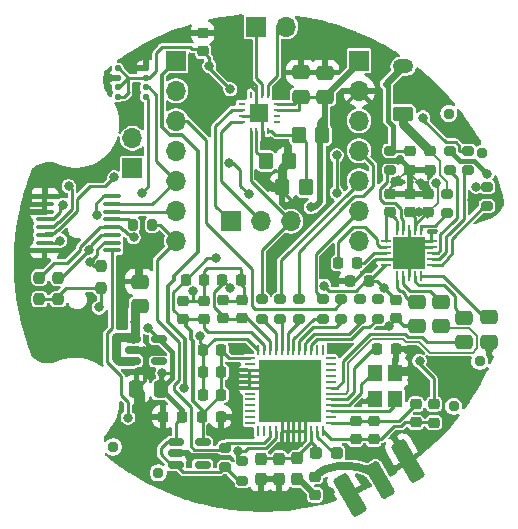
<source format=gbr>
%TF.GenerationSoftware,KiCad,Pcbnew,9.0.0*%
%TF.CreationDate,2025-06-05T22:29:36+02:00*%
%TF.ProjectId,SI4684,53493436-3834-42e6-9b69-6361645f7063,A*%
%TF.SameCoordinates,Original*%
%TF.FileFunction,Copper,L1,Top*%
%TF.FilePolarity,Positive*%
%FSLAX46Y46*%
G04 Gerber Fmt 4.6, Leading zero omitted, Abs format (unit mm)*
G04 Created by KiCad (PCBNEW 9.0.0) date 2025-06-05 22:29:36*
%MOMM*%
%LPD*%
G01*
G04 APERTURE LIST*
G04 Aperture macros list*
%AMRoundRect*
0 Rectangle with rounded corners*
0 $1 Rounding radius*
0 $2 $3 $4 $5 $6 $7 $8 $9 X,Y pos of 4 corners*
0 Add a 4 corners polygon primitive as box body*
4,1,4,$2,$3,$4,$5,$6,$7,$8,$9,$2,$3,0*
0 Add four circle primitives for the rounded corners*
1,1,$1+$1,$2,$3*
1,1,$1+$1,$4,$5*
1,1,$1+$1,$6,$7*
1,1,$1+$1,$8,$9*
0 Add four rect primitives between the rounded corners*
20,1,$1+$1,$2,$3,$4,$5,0*
20,1,$1+$1,$4,$5,$6,$7,0*
20,1,$1+$1,$6,$7,$8,$9,0*
20,1,$1+$1,$8,$9,$2,$3,0*%
G04 Aperture macros list end*
%TA.AperFunction,SMDPad,CuDef*%
%ADD10RoundRect,0.225000X0.250000X-0.225000X0.250000X0.225000X-0.250000X0.225000X-0.250000X-0.225000X0*%
%TD*%
%TA.AperFunction,SMDPad,CuDef*%
%ADD11RoundRect,0.250000X-0.350000X-0.450000X0.350000X-0.450000X0.350000X0.450000X-0.350000X0.450000X0*%
%TD*%
%TA.AperFunction,SMDPad,CuDef*%
%ADD12RoundRect,0.200000X0.275000X-0.200000X0.275000X0.200000X-0.275000X0.200000X-0.275000X-0.200000X0*%
%TD*%
%TA.AperFunction,SMDPad,CuDef*%
%ADD13RoundRect,0.225000X-0.225000X-0.250000X0.225000X-0.250000X0.225000X0.250000X-0.225000X0.250000X0*%
%TD*%
%TA.AperFunction,SMDPad,CuDef*%
%ADD14R,0.250000X0.600000*%
%TD*%
%TA.AperFunction,SMDPad,CuDef*%
%ADD15R,0.600000X0.250000*%
%TD*%
%TA.AperFunction,SMDPad,CuDef*%
%ADD16R,1.500000X1.500000*%
%TD*%
%TA.AperFunction,SMDPad,CuDef*%
%ADD17RoundRect,0.237500X-0.237500X0.300000X-0.237500X-0.300000X0.237500X-0.300000X0.237500X0.300000X0*%
%TD*%
%TA.AperFunction,SMDPad,CuDef*%
%ADD18RoundRect,0.250000X0.475000X-0.337500X0.475000X0.337500X-0.475000X0.337500X-0.475000X-0.337500X0*%
%TD*%
%TA.AperFunction,SMDPad,CuDef*%
%ADD19R,1.200000X1.400000*%
%TD*%
%TA.AperFunction,SMDPad,CuDef*%
%ADD20RoundRect,0.250000X-0.475000X0.337500X-0.475000X-0.337500X0.475000X-0.337500X0.475000X0.337500X0*%
%TD*%
%TA.AperFunction,SMDPad,CuDef*%
%ADD21RoundRect,0.125000X-0.137500X0.125000X-0.137500X-0.125000X0.137500X-0.125000X0.137500X0.125000X0*%
%TD*%
%TA.AperFunction,SMDPad,CuDef*%
%ADD22RoundRect,0.237500X0.237500X-0.287500X0.237500X0.287500X-0.237500X0.287500X-0.237500X-0.287500X0*%
%TD*%
%TA.AperFunction,SMDPad,CuDef*%
%ADD23RoundRect,0.218750X-0.256250X0.218750X-0.256250X-0.218750X0.256250X-0.218750X0.256250X0.218750X0*%
%TD*%
%TA.AperFunction,SMDPad,CuDef*%
%ADD24RoundRect,0.225000X0.225000X0.250000X-0.225000X0.250000X-0.225000X-0.250000X0.225000X-0.250000X0*%
%TD*%
%TA.AperFunction,SMDPad,CuDef*%
%ADD25RoundRect,0.062500X0.062500X-0.337500X0.062500X0.337500X-0.062500X0.337500X-0.062500X-0.337500X0*%
%TD*%
%TA.AperFunction,SMDPad,CuDef*%
%ADD26RoundRect,0.062500X0.337500X-0.062500X0.337500X0.062500X-0.337500X0.062500X-0.337500X-0.062500X0*%
%TD*%
%TA.AperFunction,SMDPad,CuDef*%
%ADD27R,2.700000X2.700000*%
%TD*%
%TA.AperFunction,SMDPad,CuDef*%
%ADD28RoundRect,0.225000X-0.250000X0.225000X-0.250000X-0.225000X0.250000X-0.225000X0.250000X0.225000X0*%
%TD*%
%TA.AperFunction,SMDPad,CuDef*%
%ADD29RoundRect,0.237500X-0.237500X0.250000X-0.237500X-0.250000X0.237500X-0.250000X0.237500X0.250000X0*%
%TD*%
%TA.AperFunction,SMDPad,CuDef*%
%ADD30RoundRect,0.250000X-0.337500X-0.475000X0.337500X-0.475000X0.337500X0.475000X-0.337500X0.475000X0*%
%TD*%
%TA.AperFunction,SMDPad,CuDef*%
%ADD31RoundRect,0.150000X-0.512500X-0.150000X0.512500X-0.150000X0.512500X0.150000X-0.512500X0.150000X0*%
%TD*%
%TA.AperFunction,SMDPad,CuDef*%
%ADD32RoundRect,0.250000X0.350000X0.450000X-0.350000X0.450000X-0.350000X-0.450000X0.350000X-0.450000X0*%
%TD*%
%TA.AperFunction,SMDPad,CuDef*%
%ADD33RoundRect,0.200000X-0.275000X0.200000X-0.275000X-0.200000X0.275000X-0.200000X0.275000X0.200000X0*%
%TD*%
%TA.AperFunction,SMDPad,CuDef*%
%ADD34R,5.300000X5.300000*%
%TD*%
%TA.AperFunction,SMDPad,CuDef*%
%ADD35RoundRect,0.250000X0.341580X-1.361634X1.008420X-0.976634X-0.341580X1.361634X-1.008420X0.976634X0*%
%TD*%
%TA.AperFunction,SMDPad,CuDef*%
%ADD36RoundRect,0.250000X0.431939X-1.598141X1.168061X-1.173141X-0.431939X1.598141X-1.168061X1.173141X0*%
%TD*%
%TA.AperFunction,SMDPad,CuDef*%
%ADD37RoundRect,0.237500X-0.237500X0.287500X-0.237500X-0.287500X0.237500X-0.287500X0.237500X0.287500X0*%
%TD*%
%TA.AperFunction,ComponentPad*%
%ADD38RoundRect,0.250000X0.625000X-0.350000X0.625000X0.350000X-0.625000X0.350000X-0.625000X-0.350000X0*%
%TD*%
%TA.AperFunction,ComponentPad*%
%ADD39O,1.750000X1.200000*%
%TD*%
%TA.AperFunction,SMDPad,CuDef*%
%ADD40RoundRect,0.237500X-0.287500X-0.237500X0.287500X-0.237500X0.287500X0.237500X-0.287500X0.237500X0*%
%TD*%
%TA.AperFunction,ComponentPad*%
%ADD41R,1.700000X1.700000*%
%TD*%
%TA.AperFunction,ComponentPad*%
%ADD42O,1.700000X1.700000*%
%TD*%
%TA.AperFunction,SMDPad,CuDef*%
%ADD43RoundRect,0.100000X-0.637500X-0.100000X0.637500X-0.100000X0.637500X0.100000X-0.637500X0.100000X0*%
%TD*%
%TA.AperFunction,SMDPad,CuDef*%
%ADD44RoundRect,0.200000X0.200000X0.275000X-0.200000X0.275000X-0.200000X-0.275000X0.200000X-0.275000X0*%
%TD*%
%TA.AperFunction,ComponentPad*%
%ADD45C,0.950000*%
%TD*%
%TA.AperFunction,ViaPad*%
%ADD46C,0.800000*%
%TD*%
%TA.AperFunction,ViaPad*%
%ADD47C,0.500000*%
%TD*%
%TA.AperFunction,Conductor*%
%ADD48C,0.300000*%
%TD*%
%TA.AperFunction,Conductor*%
%ADD49C,0.250000*%
%TD*%
%TA.AperFunction,Conductor*%
%ADD50C,0.500000*%
%TD*%
%TA.AperFunction,Conductor*%
%ADD51C,0.400000*%
%TD*%
%TA.AperFunction,Conductor*%
%ADD52C,0.800000*%
%TD*%
%TA.AperFunction,Conductor*%
%ADD53C,0.200000*%
%TD*%
%TA.AperFunction,Conductor*%
%ADD54C,0.220000*%
%TD*%
%TA.AperFunction,Conductor*%
%ADD55C,0.700000*%
%TD*%
%TA.AperFunction,Conductor*%
%ADD56C,0.195000*%
%TD*%
%TA.AperFunction,Conductor*%
%ADD57C,0.600000*%
%TD*%
G04 APERTURE END LIST*
D10*
%TO.P,C24,1*%
%TO.N,+3.3VA*%
X94420000Y-82240000D03*
%TO.P,C24,2*%
%TO.N,GND*%
X94420000Y-80690000D03*
%TD*%
D11*
%TO.P,R14,1*%
%TO.N,GND*%
X101130000Y-93780000D03*
%TO.P,R14,2*%
%TO.N,Net-(U7-SD)*%
X103130000Y-93780000D03*
%TD*%
D12*
%TO.P,R13,1*%
%TO.N,Net-(U3-DCLK)*%
X109240000Y-104905000D03*
%TO.P,R13,2*%
%TO.N,I2SCLK*%
X109240000Y-103255000D03*
%TD*%
D13*
%TO.P,C17,1*%
%TO.N,Net-(U3-DACREF)*%
X109205000Y-107470000D03*
%TO.P,C17,2*%
%TO.N,GND*%
X110755000Y-107470000D03*
%TD*%
D14*
%TO.P,U7,1,DIN*%
%TO.N,I2SDIN*%
X98462000Y-88972000D03*
%TO.P,U7,2,GAIN*%
%TO.N,Net-(U7-GAIN)*%
X98961000Y-88972000D03*
%TO.P,U7,3,GND*%
%TO.N,GND*%
X99462000Y-88972000D03*
%TO.P,U7,4,SD*%
%TO.N,Net-(U7-SD)*%
X99961000Y-88972000D03*
D15*
%TO.P,U7,5,N.C.*%
%TO.N,unconnected-(U7-N.C.-Pad5)*%
X100710000Y-88220000D03*
%TO.P,U7,6,N.C.*%
%TO.N,unconnected-(U7-N.C.-Pad6)*%
X100710000Y-87720000D03*
%TO.P,U7,7,VDD*%
%TO.N,+5V*%
X100710000Y-87220000D03*
%TO.P,U7,8,VDD*%
X100710000Y-86720000D03*
D14*
%TO.P,U7,9,OUTP*%
%TO.N,Net-(J7-Pin_2)*%
X99960000Y-85972000D03*
%TO.P,U7,10,OUTN*%
%TO.N,Net-(J7-Pin_1)*%
X99460000Y-85972000D03*
%TO.P,U7,11,GND*%
%TO.N,GND*%
X98960000Y-85972000D03*
%TO.P,U7,12,N.C.*%
%TO.N,unconnected-(U7-N.C.-Pad12)*%
X98462000Y-85972000D03*
D15*
%TO.P,U7,13,N.C.*%
%TO.N,unconnected-(U7-N.C.-Pad13)*%
X97710000Y-86720000D03*
%TO.P,U7,14,LRCLK*%
%TO.N,I2SLRC*%
X97710000Y-87220000D03*
%TO.P,U7,15,GND*%
%TO.N,GND*%
X97710000Y-87720000D03*
%TO.P,U7,16,BCLK*%
%TO.N,I2SCLK*%
X97710000Y-88220000D03*
D16*
%TO.P,U7,17,GND*%
%TO.N,GND*%
X99210000Y-87472000D03*
%TD*%
D17*
%TO.P,C5,1*%
%TO.N,Net-(U3-VHFI)*%
X100880000Y-116757500D03*
%TO.P,C5,2*%
%TO.N,GND*%
X100880000Y-118482500D03*
%TD*%
D18*
%TO.P,C16,1*%
%TO.N,+5V*%
X104750000Y-86130000D03*
%TO.P,C16,2*%
%TO.N,GND*%
X104750000Y-84055000D03*
%TD*%
D19*
%TO.P,X1,1,1*%
%TO.N,Net-(U3-XTALO)*%
X109020000Y-109480000D03*
%TO.P,X1,2,2*%
%TO.N,GND*%
X109020000Y-111680000D03*
%TO.P,X1,3,3*%
%TO.N,Net-(U3-XTALI)*%
X110720000Y-111680000D03*
%TO.P,X1,4,4*%
%TO.N,GND*%
X110720000Y-109480000D03*
%TD*%
D20*
%TO.P,C11,1*%
%TO.N,Net-(U5-RIGHTINM)*%
X118670000Y-104785000D03*
%TO.P,C11,2*%
%TO.N,GND*%
X118670000Y-106860000D03*
%TD*%
D12*
%TO.P,R5,1*%
%TO.N,Net-(U3-SSB)*%
X106140000Y-104915000D03*
%TO.P,R5,2*%
%TO.N,SS*%
X106140000Y-103265000D03*
%TD*%
D21*
%TO.P,U2,1,GND*%
%TO.N,GND*%
X89595000Y-83710000D03*
%TO.P,U2,2,CSB*%
%TO.N,+3.3VA*%
X89595000Y-84510000D03*
%TO.P,U2,3,SDI*%
%TO.N,SDA*%
X89595000Y-85310000D03*
%TO.P,U2,4,SCK*%
%TO.N,SCL*%
X89595000Y-86110000D03*
%TO.P,U2,5,SDO*%
%TO.N,+3.3VA*%
X87220000Y-86110000D03*
%TO.P,U2,6,VDDIO*%
X87220000Y-85310000D03*
%TO.P,U2,7,GND*%
%TO.N,GND*%
X87220000Y-84510000D03*
%TO.P,U2,8,VDD*%
%TO.N,+3.3VA*%
X87220000Y-83710000D03*
%TD*%
D20*
%TO.P,C28,1*%
%TO.N,GND*%
X89070000Y-101750000D03*
%TO.P,C28,2*%
%TO.N,+5V*%
X89070000Y-103825000D03*
%TD*%
D22*
%TO.P,L1,1*%
%TO.N,Net-(C3-Pad2)*%
X102400000Y-118485000D03*
%TO.P,L1,2*%
%TO.N,Net-(U3-VHFI)*%
X102400000Y-116735000D03*
%TD*%
D13*
%TO.P,C35,1*%
%TO.N,+1V8*%
X92966400Y-101582356D03*
%TO.P,C35,2*%
%TO.N,Net-(U3-DBYP)*%
X94516400Y-101582356D03*
%TD*%
D10*
%TO.P,C19,1*%
%TO.N,+3V3*%
X111980000Y-95895000D03*
%TO.P,C19,2*%
%TO.N,GND*%
X111980000Y-94345000D03*
%TD*%
D11*
%TO.P,R17,1*%
%TO.N,Net-(U7-SD)*%
X102550000Y-89360000D03*
%TO.P,R17,2*%
%TO.N,+5V*%
X104550000Y-89360000D03*
%TD*%
D20*
%TO.P,C8,1*%
%TO.N,Net-(U5-LEFTINM)*%
X112540000Y-103452500D03*
%TO.P,C8,2*%
%TO.N,GND*%
X112540000Y-105527500D03*
%TD*%
D23*
%TO.P,L2,1*%
%TO.N,+1V8*%
X113980000Y-112132500D03*
%TO.P,L2,2*%
%TO.N,Net-(U3-VA)*%
X113980000Y-113707500D03*
%TD*%
D12*
%TO.P,R10,1*%
%TO.N,Net-(U5-HPRIGHT)*%
X115110000Y-95985000D03*
%TO.P,R10,2*%
%TO.N,Net-(J3-Pin_1)*%
X115110000Y-94335000D03*
%TD*%
%TO.P,R25,1*%
%TO.N,+3V3*%
X97780000Y-118635000D03*
%TO.P,R25,2*%
%TO.N,RST*%
X97780000Y-116985000D03*
%TD*%
D13*
%TO.P,C26,1*%
%TO.N,+3V3*%
X96085000Y-101590000D03*
%TO.P,C26,2*%
%TO.N,Net-(U3-DBYP)*%
X97635000Y-101590000D03*
%TD*%
D24*
%TO.P,C20,1*%
%TO.N,Net-(U5-CPP)*%
X107455000Y-100200000D03*
%TO.P,C20,2*%
%TO.N,Net-(U5-CPN)*%
X105905000Y-100200000D03*
%TD*%
D12*
%TO.P,R11,1*%
%TO.N,Net-(U5-HPLEFT)*%
X110305000Y-92326000D03*
%TO.P,R11,2*%
%TO.N,Net-(J3-Pin_3)*%
X110305000Y-90676000D03*
%TD*%
D10*
%TO.P,C7,1*%
%TO.N,Net-(U3-VA)*%
X108880000Y-115085000D03*
%TO.P,C7,2*%
%TO.N,Net-(U3-ABYP)*%
X108880000Y-113535000D03*
%TD*%
%TO.P,C29,1*%
%TO.N,+1V8*%
X94541200Y-104935956D03*
%TO.P,C29,2*%
%TO.N,Net-(U3-DBYP)*%
X94541200Y-103385956D03*
%TD*%
%TO.P,C12,1*%
%TO.N,Net-(U3-VA)*%
X107352100Y-115090856D03*
%TO.P,C12,2*%
%TO.N,Net-(U3-ABYP)*%
X107352100Y-113540856D03*
%TD*%
D25*
%TO.P,U5,1,LEFTINM*%
%TO.N,Net-(U5-LEFTINM)*%
X110860000Y-101310000D03*
%TO.P,U5,2,LEFTINP*%
%TO.N,Net-(U5-LEFTINP)*%
X111360000Y-101310000D03*
%TO.P,U5,3,GND_2*%
%TO.N,GND*%
X111860000Y-101310000D03*
%TO.P,U5,4,RIGHTINP*%
%TO.N,Net-(U5-RIGHTINP)*%
X112360000Y-101310000D03*
%TO.P,U5,5,RIGHTINM*%
%TO.N,Net-(U5-RIGHTINM)*%
X112860000Y-101310000D03*
D26*
%TO.P,U5,6,~SD*%
%TO.N,Net-(U5-~SD)*%
X113810000Y-100360000D03*
%TO.P,U5,7,SDA*%
%TO.N,Net-(U5-SDA)*%
X113810000Y-99860000D03*
%TO.P,U5,8,SCL*%
%TO.N,Net-(U5-SCL)*%
X113810000Y-99360000D03*
%TO.P,U5,9,GND_3*%
%TO.N,GND*%
X113810000Y-98860000D03*
%TO.P,U5,10,GND_4*%
X113810000Y-98360000D03*
D25*
%TO.P,U5,11,HPRIGHT*%
%TO.N,Net-(U5-HPRIGHT)*%
X112860000Y-97410000D03*
%TO.P,U5,12,VDD_2*%
%TO.N,+3V3*%
X112360000Y-97410000D03*
%TO.P,U5,13,GND_5*%
%TO.N,GND*%
X111860000Y-97410000D03*
%TO.P,U5,14,HPLEFT*%
%TO.N,Net-(U5-HPLEFT)*%
X111360000Y-97410000D03*
%TO.P,U5,15,CPVSS_2*%
%TO.N,Net-(U5-CPVSS)*%
X110860000Y-97410000D03*
D26*
%TO.P,U5,16,CPVSS*%
X109910000Y-98360000D03*
%TO.P,U5,17,CPN*%
%TO.N,Net-(U5-CPN)*%
X109910000Y-98860000D03*
%TO.P,U5,18,CPP*%
%TO.N,Net-(U5-CPP)*%
X109910000Y-99360000D03*
%TO.P,U5,19,GND*%
%TO.N,GND*%
X109910000Y-99860000D03*
%TO.P,U5,20,VDD*%
%TO.N,+3V3*%
X109910000Y-100360000D03*
D27*
%TO.P,U5,21,EP*%
%TO.N,GND*%
X111860000Y-99360000D03*
%TD*%
D20*
%TO.P,C10,1*%
%TO.N,Net-(U5-RIGHTINP)*%
X116550000Y-104802500D03*
%TO.P,C10,2*%
%TO.N,R*%
X116550000Y-106877500D03*
%TD*%
D28*
%TO.P,C3,1*%
%TO.N,Net-(ANT1-A)*%
X103930000Y-118265000D03*
%TO.P,C3,2*%
%TO.N,Net-(C3-Pad2)*%
X103930000Y-119815000D03*
%TD*%
D12*
%TO.P,R26,1*%
%TO.N,+3V3*%
X96290000Y-117455000D03*
%TO.P,R26,2*%
%TO.N,INT*%
X96290000Y-115805000D03*
%TD*%
D24*
%TO.P,C40,1*%
%TO.N,+1V8*%
X95963600Y-109405556D03*
%TO.P,C40,2*%
%TO.N,Net-(U3-DBYP)*%
X94413600Y-109405556D03*
%TD*%
D29*
%TO.P,R32,1*%
%TO.N,P5*%
X85820000Y-100457500D03*
%TO.P,R32,2*%
%TO.N,+3V3*%
X85820000Y-102282500D03*
%TD*%
D30*
%TO.P,C31,1*%
%TO.N,GND*%
X88802500Y-110890000D03*
%TO.P,C31,2*%
%TO.N,+3V3*%
X90877500Y-110890000D03*
%TD*%
D12*
%TO.P,R12,1*%
%TO.N,Net-(U3-DSF)*%
X107700000Y-104904044D03*
%TO.P,R12,2*%
%TO.N,I2SLRC*%
X107700000Y-103254044D03*
%TD*%
D31*
%TO.P,U6,1,VIN*%
%TO.N,+5V*%
X88472500Y-106617500D03*
%TO.P,U6,2,GND*%
%TO.N,GND*%
X88472500Y-107567500D03*
%TO.P,U6,3,EN*%
%TO.N,+5V*%
X88472500Y-108517500D03*
%TO.P,U6,4,FB*%
%TO.N,unconnected-(U6-FB-Pad4)*%
X90747500Y-108517500D03*
%TO.P,U6,5,VOUT*%
%TO.N,+3V3*%
X90747500Y-106617500D03*
%TD*%
D12*
%TO.P,R8,1*%
%TO.N,Net-(U5-SDA)*%
X116845000Y-92325000D03*
%TO.P,R8,2*%
%TO.N,SDA*%
X116845000Y-90675000D03*
%TD*%
D32*
%TO.P,R7,1*%
%TO.N,GND*%
X101750000Y-91540000D03*
%TO.P,R7,2*%
%TO.N,Net-(U7-GAIN)*%
X99750000Y-91540000D03*
%TD*%
D24*
%TO.P,C41,1*%
%TO.N,+1V8*%
X95963600Y-111335956D03*
%TO.P,C41,2*%
%TO.N,Net-(U3-DBYP)*%
X94413600Y-111335956D03*
%TD*%
D33*
%TO.P,R1,1*%
%TO.N,+3V3*%
X118460000Y-93725000D03*
%TO.P,R1,2*%
%TO.N,Net-(U5-~SD)*%
X118460000Y-95375000D03*
%TD*%
D20*
%TO.P,C9,1*%
%TO.N,Net-(U5-LEFTINP)*%
X114580000Y-103452500D03*
%TO.P,C9,2*%
%TO.N,L*%
X114580000Y-105527500D03*
%TD*%
D25*
%TO.P,U3,1,NVSSB*%
%TO.N,unconnected-(U3-NVSSB-Pad1)*%
X99091600Y-114434756D03*
%TO.P,U3,2,NVCLK*%
%TO.N,unconnected-(U3-NVCLK-Pad2)*%
X99591600Y-114434756D03*
%TO.P,U3,3,INTB*%
%TO.N,INT*%
X100091600Y-114434756D03*
%TO.P,U3,4,RSTB*%
%TO.N,RST*%
X100591600Y-114434756D03*
%TO.P,U3,5,SMODE*%
%TO.N,GND*%
X101091600Y-114434756D03*
%TO.P,U3,6,RFREF*%
X101591600Y-114434756D03*
%TO.P,U3,7,RFREF*%
X102091600Y-114434756D03*
%TO.P,U3,8,RFREF*%
X102591600Y-114434756D03*
%TO.P,U3,9,RFREF*%
X103091600Y-114434756D03*
%TO.P,U3,10,VHFI*%
%TO.N,Net-(U3-VHFI)*%
X103591600Y-114434756D03*
%TO.P,U3,11,VHFSW*%
%TO.N,Net-(U3-VHFSW)*%
X104091600Y-114434756D03*
%TO.P,U3,12,VA*%
%TO.N,Net-(U3-VA)*%
X104591600Y-114434756D03*
D26*
%TO.P,U3,13,ABYP*%
%TO.N,Net-(U3-ABYP)*%
X105291600Y-113734756D03*
%TO.P,U3,14,NC*%
%TO.N,unconnected-(U3-NC-Pad14)*%
X105291600Y-113234756D03*
%TO.P,U3,15,XTALI*%
%TO.N,Net-(U3-XTALI)*%
X105291600Y-112734756D03*
%TO.P,U3,16,XTALO*%
%TO.N,Net-(U3-XTALO)*%
X105291600Y-112234756D03*
%TO.P,U3,17,DACREF*%
%TO.N,Net-(U3-DACREF)*%
X105291600Y-111734756D03*
%TO.P,U3,18,LOUT*%
%TO.N,L*%
X105291600Y-111234756D03*
%TO.P,U3,19,ROUT*%
%TO.N,R*%
X105291600Y-110734756D03*
%TO.P,U3,20,NC*%
%TO.N,unconnected-(U3-NC-Pad20)*%
X105291600Y-110234756D03*
%TO.P,U3,21,NC*%
%TO.N,unconnected-(U3-NC-Pad21)*%
X105291600Y-109734756D03*
%TO.P,U3,22,NC*%
%TO.N,unconnected-(U3-NC-Pad22)*%
X105291600Y-109234756D03*
%TO.P,U3,23,NC*%
%TO.N,unconnected-(U3-NC-Pad23)*%
X105291600Y-108734756D03*
%TO.P,U3,24,NC*%
%TO.N,unconnected-(U3-NC-Pad24)*%
X105291600Y-108234756D03*
D25*
%TO.P,U3,25,NC*%
%TO.N,unconnected-(U3-NC-Pad25)*%
X104591600Y-107534756D03*
%TO.P,U3,26,NC*%
%TO.N,unconnected-(U3-NC-Pad26)*%
X104091600Y-107534756D03*
%TO.P,U3,27,DCLK*%
%TO.N,Net-(U3-DCLK)*%
X103591600Y-107534756D03*
%TO.P,U3,28,DSF*%
%TO.N,Net-(U3-DSF)*%
X103091600Y-107534756D03*
%TO.P,U3,29,SSB*%
%TO.N,Net-(U3-SSB)*%
X102591600Y-107534756D03*
%TO.P,U3,30,SCLK*%
%TO.N,Net-(U3-SCLK)*%
X102091600Y-107534756D03*
%TO.P,U3,31,MOSI*%
%TO.N,Net-(U3-MOSI)*%
X101591600Y-107534756D03*
%TO.P,U3,32,MISO*%
%TO.N,Net-(U3-MISO)*%
X101091600Y-107534756D03*
%TO.P,U3,33,DOUT*%
%TO.N,Net-(U3-DOUT)*%
X100591600Y-107534756D03*
%TO.P,U3,34,VIO*%
%TO.N,+3V3*%
X100091600Y-107534756D03*
%TO.P,U3,35,VMEM*%
%TO.N,+1V8*%
X99591600Y-107534756D03*
%TO.P,U3,36,DBYP*%
%TO.N,Net-(U3-DBYP)*%
X99091600Y-107534756D03*
D26*
%TO.P,U3,37,VCORE*%
%TO.N,+1V8*%
X98391600Y-108234756D03*
%TO.P,U3,38,NC*%
%TO.N,unconnected-(U3-NC-Pad38)*%
X98391600Y-108734756D03*
%TO.P,U3,39,GNDD*%
%TO.N,GND*%
X98391600Y-109234756D03*
%TO.P,U3,40,GNDD*%
X98391600Y-109734756D03*
%TO.P,U3,41,GNDD*%
X98391600Y-110234756D03*
%TO.P,U3,42,GNDD*%
X98391600Y-110734756D03*
%TO.P,U3,43,NC*%
%TO.N,unconnected-(U3-NC-Pad43)*%
X98391600Y-111234756D03*
%TO.P,U3,44,NC*%
%TO.N,unconnected-(U3-NC-Pad44)*%
X98391600Y-111734756D03*
%TO.P,U3,45,NC*%
%TO.N,unconnected-(U3-NC-Pad45)*%
X98391600Y-112234756D03*
%TO.P,U3,46,NC*%
%TO.N,unconnected-(U3-NC-Pad46)*%
X98391600Y-112734756D03*
%TO.P,U3,47,MVMISO*%
%TO.N,unconnected-(U3-MVMISO-Pad47)*%
X98391600Y-113234756D03*
%TO.P,U3,48,NVMOS*%
%TO.N,unconnected-(U3-NVMOS-Pad48)*%
X98391600Y-113734756D03*
D34*
%TO.P,U3,49,GND*%
%TO.N,GND*%
X101841600Y-110984756D03*
%TD*%
D10*
%TO.P,C15,1*%
%TO.N,+3V3*%
X113500000Y-95895000D03*
%TO.P,C15,2*%
%TO.N,GND*%
X113500000Y-94345000D03*
%TD*%
D18*
%TO.P,C22,1*%
%TO.N,+5V*%
X102710000Y-86127500D03*
%TO.P,C22,2*%
%TO.N,GND*%
X102710000Y-84052500D03*
%TD*%
D35*
%TO.P,ANT1,1,A*%
%TO.N,Net-(ANT1-A)*%
X109461523Y-118594006D03*
D36*
%TO.P,ANT1,2,Shield*%
%TO.N,GND*%
X106890000Y-119790000D03*
X111783044Y-116965001D03*
%TD*%
D24*
%TO.P,C38,1*%
%TO.N,+1V8*%
X95976600Y-107576756D03*
%TO.P,C38,2*%
%TO.N,Net-(U3-DBYP)*%
X94426600Y-107576756D03*
%TD*%
D29*
%TO.P,R30,1*%
%TO.N,P7*%
X80590000Y-101417500D03*
%TO.P,R30,2*%
%TO.N,+3V3*%
X80590000Y-103242500D03*
%TD*%
D12*
%TO.P,R3,1*%
%TO.N,Net-(U3-MOSI)*%
X102540000Y-104915000D03*
%TO.P,R3,2*%
%TO.N,MOSI*%
X102540000Y-103265000D03*
%TD*%
D37*
%TO.P,L3,1*%
%TO.N,Net-(U3-VHFI)*%
X99340000Y-116745000D03*
%TO.P,L3,2*%
%TO.N,GND*%
X99340000Y-118495000D03*
%TD*%
D38*
%TO.P,J3,1,Pin_1*%
%TO.N,Net-(J3-Pin_1)*%
X111380000Y-87530000D03*
D39*
%TO.P,J3,2,Pin_2*%
%TO.N,GND*%
X111380000Y-85530000D03*
%TO.P,J3,3,Pin_3*%
%TO.N,Net-(J3-Pin_3)*%
X111380000Y-83530000D03*
%TD*%
D10*
%TO.P,C6,1*%
%TO.N,Net-(U3-VA)*%
X112440000Y-113685000D03*
%TO.P,C6,2*%
%TO.N,Net-(U3-ABYP)*%
X112440000Y-112135000D03*
%TD*%
D40*
%TO.P,L4,1*%
%TO.N,Net-(U3-VHFI)*%
X103995000Y-116270000D03*
%TO.P,L4,2*%
%TO.N,Net-(U3-VHFSW)*%
X105745000Y-116270000D03*
%TD*%
D12*
%TO.P,R2,1*%
%TO.N,Net-(U3-MISO)*%
X100980000Y-104915000D03*
%TO.P,R2,2*%
%TO.N,MISO*%
X100980000Y-103265000D03*
%TD*%
D28*
%TO.P,C14,1*%
%TO.N,+3V3*%
X110760000Y-103305000D03*
%TO.P,C14,2*%
%TO.N,GND*%
X110760000Y-104855000D03*
%TD*%
D13*
%TO.P,C4,1*%
%TO.N,+1V8*%
X94384000Y-113190156D03*
%TO.P,C4,2*%
%TO.N,GND*%
X95934000Y-113190156D03*
%TD*%
D29*
%TO.P,R31,1*%
%TO.N,P6*%
X82170000Y-101417500D03*
%TO.P,R31,2*%
%TO.N,+3V3*%
X82170000Y-103242500D03*
%TD*%
D41*
%TO.P,J8,1,Pin_1*%
%TO.N,P1*%
X88460000Y-92170000D03*
D42*
%TO.P,J8,2,Pin_2*%
%TO.N,P0*%
X88460000Y-89630000D03*
%TD*%
D12*
%TO.P,R4,1*%
%TO.N,Net-(U3-SCLK)*%
X104606000Y-104915000D03*
%TO.P,R4,2*%
%TO.N,CLK*%
X104606000Y-103265000D03*
%TD*%
D10*
%TO.P,C21,1*%
%TO.N,Net-(U5-CPVSS)*%
X110230000Y-95895000D03*
%TO.P,C21,2*%
%TO.N,GND*%
X110230000Y-94345000D03*
%TD*%
%TO.P,C30,1*%
%TO.N,+1V8*%
X92712400Y-104935956D03*
%TO.P,C30,2*%
%TO.N,Net-(U3-DBYP)*%
X92712400Y-103385956D03*
%TD*%
D43*
%TO.P,U4,1,A0*%
%TO.N,GND*%
X81020000Y-94550000D03*
%TO.P,U4,2,A1*%
X81020000Y-95200000D03*
%TO.P,U4,3,A2*%
X81020000Y-95850000D03*
%TO.P,U4,4,P0*%
%TO.N,P0*%
X81020000Y-96500000D03*
%TO.P,U4,5,P1*%
%TO.N,P1*%
X81020000Y-97150000D03*
%TO.P,U4,6,P2*%
%TO.N,P2*%
X81020000Y-97800000D03*
%TO.P,U4,7,P3*%
%TO.N,P3*%
X81020000Y-98450000D03*
%TO.P,U4,8,GND*%
%TO.N,GND*%
X81020000Y-99100000D03*
%TO.P,U4,9,P4*%
%TO.N,P4*%
X86745000Y-99100000D03*
%TO.P,U4,10,P5*%
%TO.N,P5*%
X86745000Y-98450000D03*
%TO.P,U4,11,P6*%
%TO.N,P6*%
X86745000Y-97800000D03*
%TO.P,U4,12,P7*%
%TO.N,P7*%
X86745000Y-97150000D03*
%TO.P,U4,13,~{INT}*%
%TO.N,Net-(U4-~{INT})*%
X86745000Y-96500000D03*
%TO.P,U4,14,SCL*%
%TO.N,SCL*%
X86745000Y-95850000D03*
%TO.P,U4,15,SDA*%
%TO.N,SDA*%
X86745000Y-95200000D03*
%TO.P,U4,16,VDD*%
%TO.N,+3V3*%
X86745000Y-94550000D03*
%TD*%
D10*
%TO.P,C25,1*%
%TO.N,+3V3*%
X96170000Y-104865000D03*
%TO.P,C25,2*%
%TO.N,Net-(U3-DBYP)*%
X96170000Y-103315000D03*
%TD*%
%TO.P,C23,1*%
%TO.N,+3V3*%
X97740000Y-104845000D03*
%TO.P,C23,2*%
%TO.N,Net-(U3-DBYP)*%
X97740000Y-103295000D03*
%TD*%
D24*
%TO.P,C18,1*%
%TO.N,+3V3*%
X108450000Y-101730000D03*
%TO.P,C18,2*%
%TO.N,GND*%
X106900000Y-101730000D03*
%TD*%
D28*
%TO.P,C34,1*%
%TO.N,Net-(J3-Pin_1)*%
X113665000Y-90731000D03*
%TO.P,C34,2*%
%TO.N,GND*%
X113665000Y-92281000D03*
%TD*%
D24*
%TO.P,C1,1*%
%TO.N,+3V3*%
X92632000Y-113190156D03*
%TO.P,C1,2*%
%TO.N,GND*%
X91082000Y-113190156D03*
%TD*%
D44*
%TO.P,R15,1*%
%TO.N,INT*%
X90125000Y-96930000D03*
%TO.P,R15,2*%
%TO.N,Net-(U4-~{INT})*%
X88475000Y-96930000D03*
%TD*%
D31*
%TO.P,U1,1,VIN*%
%TO.N,+3V3*%
X92122000Y-115354156D03*
%TO.P,U1,2,GND*%
%TO.N,GND*%
X92122000Y-116304156D03*
%TO.P,U1,3,EN*%
%TO.N,+3V3*%
X92122000Y-117254156D03*
%TO.P,U1,4,NC*%
%TO.N,unconnected-(U1-NC-Pad4)*%
X94397000Y-117254156D03*
%TO.P,U1,5,VOUT*%
%TO.N,+1V8*%
X94397000Y-115354156D03*
%TD*%
D28*
%TO.P,C39,1*%
%TO.N,Net-(J3-Pin_3)*%
X111995000Y-90726000D03*
%TO.P,C39,2*%
%TO.N,GND*%
X111995000Y-92276000D03*
%TD*%
D12*
%TO.P,R9,1*%
%TO.N,Net-(U5-SCL)*%
X115320000Y-92335000D03*
%TO.P,R9,2*%
%TO.N,SCL*%
X115320000Y-90685000D03*
%TD*%
%TO.P,R6,1*%
%TO.N,Net-(U3-DOUT)*%
X99420000Y-104905000D03*
%TO.P,R6,2*%
%TO.N,I2SDIN*%
X99420000Y-103255000D03*
%TD*%
D45*
%TO.P,SW4,SH*%
%TO.N,N/C*%
X90635510Y-117956697D03*
X86824998Y-115756699D03*
%TD*%
D41*
%TO.P,J1,1,Pin_1*%
%TO.N,I2SLRC*%
X96790000Y-96640000D03*
D42*
%TO.P,J1,2,Pin_2*%
%TO.N,I2SCLK*%
X99330000Y-96640000D03*
%TO.P,J1,3,Pin_3*%
%TO.N,I2SDIN*%
X101870000Y-96640000D03*
%TD*%
D45*
%TO.P,SW5,SH*%
%TO.N,N/C*%
X115243432Y-87531543D03*
X118071697Y-90902140D03*
%TD*%
%TO.P,SW6,SH*%
%TO.N,N/C*%
X117864662Y-108497242D03*
X115664664Y-112307755D03*
%TD*%
D41*
%TO.P,J7,1,Pin_1*%
%TO.N,Net-(J7-Pin_1)*%
X98925000Y-80170000D03*
D42*
%TO.P,J7,2,Pin_2*%
%TO.N,Net-(J7-Pin_2)*%
X101465000Y-80170000D03*
%TD*%
D41*
%TO.P,J6,1,Pin_1*%
%TO.N,+5V*%
X107649697Y-83050000D03*
D42*
%TO.P,J6,2,Pin_2*%
%TO.N,GND*%
X107649697Y-85590000D03*
%TO.P,J6,3,Pin_3*%
%TO.N,+3.3VA*%
X107649697Y-88130000D03*
%TO.P,J6,4,Pin_4*%
%TO.N,MOSI*%
X107649697Y-90670000D03*
%TO.P,J6,5,Pin_5*%
%TO.N,MISO*%
X107649697Y-93210000D03*
%TO.P,J6,6,Pin_6*%
%TO.N,CLK*%
X107649697Y-95750000D03*
%TO.P,J6,7,Pin_7*%
%TO.N,TP2_INT*%
X107649697Y-98290000D03*
%TD*%
D41*
%TO.P,J5,1,Pin_1*%
%TO.N,RST*%
X92149697Y-83050000D03*
D42*
%TO.P,J5,2,Pin_2*%
%TO.N,LCD_CS*%
X92149697Y-85590000D03*
%TO.P,J5,3,Pin_3*%
%TO.N,SS*%
X92149697Y-88130000D03*
%TO.P,J5,4,Pin_4*%
%TO.N,LCD_DC*%
X92149697Y-90670000D03*
%TO.P,J5,5,Pin_5*%
%TO.N,SDA*%
X92149697Y-93210000D03*
%TO.P,J5,6,Pin_6*%
%TO.N,SCL*%
X92149697Y-95750000D03*
%TO.P,J5,7,Pin_7*%
%TO.N,INT*%
X92149697Y-98290000D03*
%TD*%
D46*
%TO.N,GND*%
X94950000Y-86330000D03*
X88510000Y-87240000D03*
X86470000Y-84510000D03*
%TO.N,SCL*%
X89230000Y-94240000D03*
%TO.N,GND*%
X89150000Y-82670000D03*
%TO.N,+3.3VA*%
X94975632Y-83501000D03*
%TO.N,CLK*%
X105746661Y-94228033D03*
X105747501Y-91057501D03*
%TO.N,TP2_INT*%
X96656000Y-91729000D03*
%TO.N,+3.3VA*%
X96750000Y-85470000D03*
%TO.N,TP2_INT*%
X98300000Y-94380000D03*
%TO.N,GND*%
X97190000Y-107430000D03*
X112090000Y-110120000D03*
X97150000Y-109340000D03*
X116360000Y-88860000D03*
X99210000Y-120280000D03*
D47*
X102548413Y-115548413D03*
D46*
X105220000Y-119550000D03*
X116500000Y-110250000D03*
X118650000Y-107410000D03*
X89480000Y-107630000D03*
X97120000Y-110360000D03*
X100880000Y-120420000D03*
X110729867Y-93311863D03*
D47*
X107916587Y-111886587D03*
D46*
X99610000Y-93140000D03*
X106330000Y-118890000D03*
X117240000Y-94890000D03*
X79310000Y-97200000D03*
X97150000Y-113510000D03*
X111810472Y-107567000D03*
D47*
X101050000Y-115570000D03*
D46*
X112060000Y-109180000D03*
X111430000Y-116310000D03*
X112740000Y-115110000D03*
X97150000Y-112490000D03*
X79260000Y-99040000D03*
X113043935Y-93661001D03*
X97140000Y-114580000D03*
D47*
X106390000Y-107320000D03*
X101760000Y-115570000D03*
D46*
X111910000Y-99310000D03*
X97150000Y-111460000D03*
X81000000Y-92940000D03*
X110217129Y-105493000D03*
X83281125Y-98793570D03*
X88860000Y-100200000D03*
X97852873Y-85317567D03*
X112090000Y-111040000D03*
X89100000Y-116540000D03*
X103500000Y-82450000D03*
X93319339Y-116607249D03*
%TO.N,+5V*%
X103559488Y-95475000D03*
X88672500Y-105170395D03*
%TO.N,+3V3*%
X112730000Y-95890000D03*
X114200000Y-93390000D03*
X104695000Y-102100000D03*
X89770000Y-105690000D03*
X85632347Y-103947653D03*
X90990000Y-109520000D03*
X96742397Y-102325824D03*
X117570000Y-93726686D03*
X109787114Y-102298859D03*
X85420416Y-96085855D03*
%TO.N,SDA*%
X113060000Y-87870000D03*
%TO.N,SCL*%
X118490000Y-92640000D03*
%TO.N,+1V8*%
X112767716Y-108466000D03*
X95500000Y-99760000D03*
%TO.N,RST*%
X97362400Y-116135000D03*
X92862600Y-110730000D03*
%TO.N,Net-(U3-DBYP)*%
X94194769Y-106325231D03*
X93612205Y-102542801D03*
%TO.N,Net-(ANT1-A)*%
X109050224Y-117911285D03*
%TO.N,I2SLRC*%
X107700000Y-103254044D03*
%TO.N,I2SCLK*%
X109240000Y-103255000D03*
%TO.N,P1*%
X83056844Y-93675000D03*
%TO.N,P0*%
X82615000Y-95257192D03*
%TO.N,P3*%
X82352466Y-98300000D03*
%TO.N,P7*%
X88570884Y-98005000D03*
%TO.N,P5*%
X84890000Y-100100000D03*
%TO.N,P2*%
X86920000Y-92940000D03*
%TO.N,P6*%
X84758761Y-99108647D03*
%TO.N,P4*%
X88090000Y-113290000D03*
%TD*%
D48*
%TO.N,GND*%
X106448697Y-86791000D02*
X107649697Y-85590000D01*
X106448697Y-89294230D02*
X106448697Y-86791000D01*
X104995661Y-90747266D02*
X106448697Y-89294230D01*
X104995661Y-94552327D02*
X104995661Y-90747266D01*
X105096667Y-94653333D02*
X104995661Y-94552327D01*
D49*
%TO.N,CLK*%
X105746661Y-94228033D02*
X105646095Y-94127467D01*
X105646095Y-94127467D02*
X105646095Y-94126095D01*
D48*
%TO.N,GND*%
X105096667Y-95137969D02*
X105096667Y-94653333D01*
X104008636Y-96226000D02*
X105096667Y-95137969D01*
X103248413Y-96226000D02*
X104008636Y-96226000D01*
X101130000Y-94107587D02*
X103248413Y-96226000D01*
X101130000Y-93780000D02*
X101130000Y-94107587D01*
D50*
%TO.N,+5V*%
X104359696Y-88300304D02*
X104750000Y-87910000D01*
X104359696Y-95024998D02*
X104359696Y-88300304D01*
X103909694Y-95475000D02*
X104359696Y-95024998D01*
X103559488Y-95475000D02*
X103909694Y-95475000D01*
D49*
%TO.N,+3.3VA*%
X89860000Y-84510000D02*
X89595000Y-84510000D01*
X90480000Y-83890000D02*
X89860000Y-84510000D01*
X90480000Y-82420000D02*
X90480000Y-83890000D01*
X93325697Y-81885697D02*
X93325697Y-81874000D01*
X93485368Y-82045368D02*
X93325697Y-81885697D01*
X90973697Y-81926303D02*
X90480000Y-82420000D01*
X90973697Y-81874000D02*
X90973697Y-81926303D01*
X94225368Y-82045368D02*
X93485368Y-82045368D01*
X93325697Y-81874000D02*
X90973697Y-81874000D01*
X94975632Y-82795632D02*
X94225368Y-82045368D01*
X94975632Y-83501000D02*
X94975632Y-82795632D01*
%TO.N,Net-(U5-RIGHTINM)*%
X114790000Y-101310000D02*
X112860000Y-101310000D01*
X118412190Y-104932190D02*
X114790000Y-101310000D01*
X118640000Y-104932190D02*
X118412190Y-104932190D01*
%TO.N,Net-(U5-RIGHTINP)*%
X115780000Y-104032500D02*
X116550000Y-104802500D01*
X115790000Y-103492500D02*
X115780000Y-103502500D01*
X115780000Y-103502500D02*
X115780000Y-104032500D01*
X114878000Y-102088000D02*
X115790000Y-103000000D01*
X112686846Y-102088000D02*
X114878000Y-102088000D01*
X112360000Y-101761154D02*
X112686846Y-102088000D01*
X112360000Y-101310000D02*
X112360000Y-101761154D01*
X115790000Y-103000000D02*
X115790000Y-103492500D01*
%TO.N,GND*%
X104750000Y-82970000D02*
X104750000Y-84055000D01*
X103500000Y-82450000D02*
X104230000Y-82450000D01*
X103100000Y-82450000D02*
X102710000Y-82840000D01*
X102710000Y-82840000D02*
X102710000Y-84052500D01*
X103500000Y-82450000D02*
X103100000Y-82450000D01*
X104230000Y-82450000D02*
X104750000Y-82970000D01*
D51*
X111244000Y-91525000D02*
X111995000Y-92276000D01*
X109805000Y-91525000D02*
X111244000Y-91525000D01*
X109775516Y-91477000D02*
X109853000Y-91477000D01*
X109853000Y-91477000D02*
X109805000Y-91525000D01*
X109090000Y-87030303D02*
X109090000Y-90791484D01*
X109090000Y-90791484D02*
X109775516Y-91477000D01*
X107649697Y-85590000D02*
X109090000Y-87030303D01*
D49*
%TO.N,SDA*%
X89857499Y-85310000D02*
X89595000Y-85310000D01*
X90472697Y-85925198D02*
X89857499Y-85310000D01*
X90472697Y-91533000D02*
X90472697Y-85925198D01*
X92149697Y-93210000D02*
X90472697Y-91533000D01*
%TO.N,GND*%
X87220000Y-84510000D02*
X86470000Y-84510000D01*
%TO.N,SS*%
X93120000Y-88130000D02*
X92149697Y-88130000D01*
X94730000Y-96789946D02*
X94730000Y-89740000D01*
X98600000Y-100659946D02*
X94730000Y-96789946D01*
X98848490Y-104061956D02*
X98600000Y-103813466D01*
X98600000Y-103813466D02*
X98600000Y-100659946D01*
X105587044Y-104061956D02*
X98848490Y-104061956D01*
X106384000Y-103265000D02*
X105587044Y-104061956D01*
X94730000Y-89740000D02*
X93120000Y-88130000D01*
%TO.N,SCL*%
X89780000Y-93690000D02*
X89230000Y-94240000D01*
X89780000Y-86295000D02*
X89780000Y-93690000D01*
X89595000Y-86110000D02*
X89780000Y-86295000D01*
%TO.N,+3.3VA*%
X88123774Y-85733774D02*
X88123774Y-84510000D01*
X87760000Y-86110000D02*
X88130000Y-85740000D01*
X87220000Y-86110000D02*
X87760000Y-86110000D01*
X88130000Y-85740000D02*
X88123774Y-85733774D01*
X87323774Y-85310000D02*
X88123774Y-84510000D01*
X87220000Y-85310000D02*
X87323774Y-85310000D01*
X87323774Y-83710000D02*
X87220000Y-83710000D01*
X89595000Y-84510000D02*
X88123774Y-84510000D01*
X88123774Y-84510000D02*
X87323774Y-83710000D01*
X94975632Y-83501000D02*
X94975632Y-83695632D01*
X94975632Y-83695632D02*
X96750000Y-85470000D01*
%TO.N,GND*%
X98452183Y-85072183D02*
X98960000Y-85580000D01*
X97852873Y-85317567D02*
X97852873Y-85308188D01*
X98088878Y-85072183D02*
X98452183Y-85072183D01*
X98960000Y-85580000D02*
X98960000Y-85972000D01*
X97852873Y-85308188D02*
X98088878Y-85072183D01*
%TO.N,Net-(U3-DBYP)*%
X98146844Y-106590000D02*
X95413356Y-106590000D01*
X95413356Y-106590000D02*
X94426600Y-107576756D01*
X99091600Y-107534756D02*
X98146844Y-106590000D01*
%TO.N,+1V8*%
X98496584Y-105990000D02*
X99591600Y-107085016D01*
X94884844Y-105990000D02*
X98496584Y-105990000D01*
X94541200Y-105646356D02*
X94884844Y-105990000D01*
X99591600Y-107085016D02*
X99591600Y-107534756D01*
X94541200Y-104935956D02*
X94541200Y-105646356D01*
%TO.N,TP2_INT*%
X97555000Y-93635000D02*
X98300000Y-94380000D01*
X97555000Y-92275000D02*
X97555000Y-93635000D01*
X97009000Y-91729000D02*
X97555000Y-92275000D01*
X96656000Y-91729000D02*
X97009000Y-91729000D01*
%TO.N,CLK*%
X105646095Y-94126095D02*
X105521095Y-94251095D01*
%TO.N,MISO*%
X101050000Y-99950000D02*
X107200000Y-93800000D01*
X107200000Y-93800000D02*
X107200000Y-93210000D01*
X101050000Y-103265000D02*
X101050000Y-99950000D01*
%TO.N,CLK*%
X105747501Y-94024689D02*
X105646095Y-94126095D01*
X105747501Y-91057501D02*
X105747501Y-94024689D01*
D51*
%TO.N,Net-(J3-Pin_3)*%
X110500000Y-90481000D02*
X110305000Y-90676000D01*
X110500000Y-88552580D02*
X110500000Y-90481000D01*
X110104000Y-88156580D02*
X110500000Y-88552580D01*
X110110000Y-86897420D02*
X110104000Y-86903420D01*
X110104000Y-85944628D02*
X110110000Y-85950628D01*
X110104000Y-85206000D02*
X110104000Y-85944628D01*
X110110000Y-85950628D02*
X110110000Y-86897420D01*
X110104000Y-86903420D02*
X110104000Y-88156580D01*
X109904000Y-85006000D02*
X110104000Y-85206000D01*
D49*
%TO.N,Net-(U5-HPLEFT)*%
X109429000Y-93885534D02*
X110003867Y-93310667D01*
X109429000Y-94804466D02*
X109429000Y-93885534D01*
X110003867Y-93310667D02*
X110003867Y-92627133D01*
X109745534Y-95121000D02*
X109429000Y-94804466D01*
X110003867Y-92627133D02*
X110305000Y-92326000D01*
%TO.N,I2SCLK*%
X96800000Y-88220000D02*
X97710000Y-88220000D01*
X95931000Y-89089000D02*
X96800000Y-88220000D01*
X95931000Y-93241000D02*
X95931000Y-89089000D01*
X99330000Y-96640000D02*
X95931000Y-93241000D01*
%TO.N,I2SLRC*%
X95480000Y-95330000D02*
X95480000Y-88590000D01*
X95480000Y-88590000D02*
X96850000Y-87220000D01*
X96790000Y-96640000D02*
X95480000Y-95330000D01*
X96850000Y-87220000D02*
X97710000Y-87220000D01*
D51*
%TO.N,GND*%
X79310000Y-95960000D02*
X79310000Y-97200000D01*
X79360000Y-95200000D02*
X79270000Y-95290000D01*
D52*
X118670000Y-106860000D02*
X118670000Y-107390000D01*
D51*
X79420000Y-95850000D02*
X79310000Y-95960000D01*
D49*
X102548413Y-115481587D02*
X102591600Y-115438400D01*
D53*
X111995000Y-92612066D02*
X113043935Y-93661001D01*
D51*
X107916587Y-111886587D02*
X108203413Y-111886587D01*
D49*
X97384756Y-110734756D02*
X97330000Y-110680000D01*
X97325244Y-109234756D02*
X97320000Y-109240000D01*
X100383190Y-89811000D02*
X100756810Y-89811000D01*
D48*
X92122000Y-116304156D02*
X93016246Y-116304156D01*
D49*
X113810000Y-98860000D02*
X112360000Y-98860000D01*
X101591600Y-114434756D02*
X101591600Y-111234756D01*
X111860000Y-101310000D02*
X111860000Y-99360000D01*
D51*
X79270000Y-95290000D02*
X79270000Y-95730000D01*
D49*
X97455244Y-109645244D02*
X97150000Y-109340000D01*
D51*
X79320000Y-99100000D02*
X79260000Y-99040000D01*
D49*
X98391600Y-109734756D02*
X100591600Y-109734756D01*
X98960000Y-85972000D02*
X98960000Y-87222000D01*
D54*
X110230000Y-93811730D02*
X110729867Y-93311863D01*
D51*
X79260000Y-95740000D02*
X79260000Y-99040000D01*
X81020000Y-95200000D02*
X79360000Y-95200000D01*
D49*
X102591600Y-115438400D02*
X102591600Y-114434756D01*
D53*
X113104643Y-93661001D02*
X113500000Y-94056358D01*
D49*
X102591600Y-114434756D02*
X102591600Y-111734756D01*
D51*
X81020000Y-99100000D02*
X79320000Y-99100000D01*
D53*
X113660000Y-92276000D02*
X113665000Y-92281000D01*
D52*
X89130000Y-116560000D02*
X89090000Y-116600000D01*
D49*
X101091600Y-114434756D02*
X101091600Y-111734756D01*
X101091600Y-115528400D02*
X101050000Y-115570000D01*
D52*
X118670000Y-107390000D02*
X118650000Y-107410000D01*
D49*
X102091600Y-115238400D02*
X101760000Y-115570000D01*
X101091600Y-114434756D02*
X101091600Y-115528400D01*
D52*
X100250000Y-93780000D02*
X99610000Y-93140000D01*
D49*
X99462000Y-88972000D02*
X99462000Y-87724000D01*
X103091600Y-115180590D02*
X102702190Y-115570000D01*
D48*
X93016246Y-116304156D02*
X93319339Y-116607249D01*
D49*
X113810000Y-98360000D02*
X112860000Y-98360000D01*
D48*
X110760000Y-104855000D02*
X110760000Y-104950129D01*
D49*
X101371514Y-90201514D02*
X101371514Y-91540000D01*
D51*
X111010000Y-109190000D02*
X110720000Y-109480000D01*
D49*
X98391600Y-110734756D02*
X101591600Y-110734756D01*
D51*
X81020000Y-95850000D02*
X79420000Y-95850000D01*
D49*
X102702190Y-115570000D02*
X102460000Y-115570000D01*
D51*
X108410000Y-111680000D02*
X109020000Y-111680000D01*
D49*
X99510000Y-89158810D02*
X99510000Y-89598000D01*
D52*
X101130000Y-92160000D02*
X101750000Y-91540000D01*
D49*
X111360000Y-99860000D02*
X111860000Y-99360000D01*
D51*
X81020000Y-99100000D02*
X82974695Y-99100000D01*
D49*
X98391600Y-110234756D02*
X101091600Y-110234756D01*
X102712500Y-84055000D02*
X102710000Y-84052500D01*
D48*
X110755000Y-107470000D02*
X111713472Y-107470000D01*
D52*
X101130000Y-93780000D02*
X100250000Y-93780000D01*
D49*
X111860000Y-97410000D02*
X111860000Y-99360000D01*
X97710000Y-87720000D02*
X98962000Y-87720000D01*
D51*
X111940000Y-109190000D02*
X111010000Y-109190000D01*
D48*
X89417500Y-107567500D02*
X89480000Y-107630000D01*
D52*
X88802500Y-110890000D02*
X89130000Y-111217500D01*
D49*
X98391600Y-109234756D02*
X97325244Y-109234756D01*
X104750000Y-84055000D02*
X102712500Y-84055000D01*
D48*
X89486000Y-110206500D02*
X88802500Y-110890000D01*
D49*
X109055466Y-99860000D02*
X107185466Y-101730000D01*
D51*
X81020000Y-92960000D02*
X81000000Y-92940000D01*
D53*
X113043935Y-93661001D02*
X113104643Y-93661001D01*
X113500000Y-94056358D02*
X113500000Y-94345000D01*
D48*
X115333038Y-88860000D02*
X112003038Y-85530000D01*
D54*
X110230000Y-94345000D02*
X111980000Y-94345000D01*
D53*
X111995000Y-94330000D02*
X111980000Y-94345000D01*
D48*
X112003038Y-85530000D02*
X111380000Y-85530000D01*
D49*
X102091600Y-114434756D02*
X102091600Y-115238400D01*
D48*
X111432500Y-105527500D02*
X110760000Y-104855000D01*
D51*
X79360000Y-95200000D02*
X79730000Y-94830000D01*
D53*
X111765730Y-92276000D02*
X110729867Y-93311863D01*
X113500000Y-94345000D02*
X111980000Y-94345000D01*
D48*
X88897678Y-107567500D02*
X89486000Y-108155822D01*
D49*
X107185466Y-101730000D02*
X106900000Y-101730000D01*
X103091600Y-114434756D02*
X103091600Y-112234756D01*
D51*
X79730000Y-93720000D02*
X80510000Y-92940000D01*
D53*
X111995000Y-92276000D02*
X113660000Y-92276000D01*
D49*
X99510000Y-89598000D02*
X100170190Y-89598000D01*
X100756810Y-89811000D02*
X100981000Y-89811000D01*
D51*
X79270000Y-95730000D02*
X79260000Y-95740000D01*
D49*
X102548413Y-115548413D02*
X102548413Y-115481587D01*
X109910000Y-99860000D02*
X109055466Y-99860000D01*
D52*
X101130000Y-93780000D02*
X101130000Y-92160000D01*
X89130000Y-111217500D02*
X89130000Y-116560000D01*
D49*
X99510000Y-88972000D02*
X99510000Y-89158810D01*
D48*
X110760000Y-104950129D02*
X110217129Y-105493000D01*
D49*
X98391600Y-109234756D02*
X100091600Y-109234756D01*
D53*
X111995000Y-92276000D02*
X111995000Y-94330000D01*
D49*
X103091600Y-114434756D02*
X103091600Y-115180590D01*
D53*
X111995000Y-92276000D02*
X111765730Y-92276000D01*
D49*
X97455244Y-109734756D02*
X97455244Y-109645244D01*
D48*
X111713472Y-107470000D02*
X111810472Y-107567000D01*
D49*
X99462000Y-88972000D02*
X99510000Y-88972000D01*
D48*
X112540000Y-105527500D02*
X111432500Y-105527500D01*
X88860000Y-100200000D02*
X88860000Y-101540000D01*
D51*
X80510000Y-92940000D02*
X81000000Y-92940000D01*
D49*
X98391600Y-110234756D02*
X96955244Y-110234756D01*
D51*
X79730000Y-94830000D02*
X79730000Y-93720000D01*
D49*
X112860000Y-98360000D02*
X111860000Y-99360000D01*
D53*
X111995000Y-92276000D02*
X111995000Y-92612066D01*
D49*
X100981000Y-89811000D02*
X101371514Y-90201514D01*
D48*
X88472500Y-107567500D02*
X88897678Y-107567500D01*
D54*
X110230000Y-94345000D02*
X110230000Y-93811730D01*
D48*
X88472500Y-107567500D02*
X89417500Y-107567500D01*
D49*
X101591600Y-114434756D02*
X101591600Y-115401600D01*
X100170190Y-89598000D02*
X100383190Y-89811000D01*
X101591600Y-115401600D02*
X101760000Y-115570000D01*
X109910000Y-99860000D02*
X111360000Y-99860000D01*
D48*
X110755000Y-109445000D02*
X110720000Y-109480000D01*
D49*
X112360000Y-98860000D02*
X111860000Y-99360000D01*
D48*
X116360000Y-88860000D02*
X115333038Y-88860000D01*
D49*
X102091600Y-114434756D02*
X102091600Y-111234756D01*
X97455244Y-109734756D02*
X98391600Y-109734756D01*
D51*
X82974695Y-99100000D02*
X83281125Y-98793570D01*
D48*
X89486000Y-108155822D02*
X89486000Y-110206500D01*
D51*
X108203413Y-111886587D02*
X108410000Y-111680000D01*
D48*
X88860000Y-101540000D02*
X89070000Y-101750000D01*
D51*
X81020000Y-94550000D02*
X81020000Y-92960000D01*
D48*
X110755000Y-107470000D02*
X110755000Y-109445000D01*
D49*
X98391600Y-110734756D02*
X97384756Y-110734756D01*
D52*
%TO.N,+5V*%
X89070000Y-103825000D02*
X88672500Y-104222500D01*
X87307500Y-108517500D02*
X88472500Y-108517500D01*
D49*
X104747500Y-86127500D02*
X104750000Y-86130000D01*
X102710000Y-86127500D02*
X104747500Y-86127500D01*
D52*
X88672500Y-106417500D02*
X87032500Y-106417500D01*
X88672500Y-104222500D02*
X88672500Y-106417500D01*
X87032500Y-106417500D02*
X87032500Y-108242500D01*
D50*
X104750000Y-87910000D02*
X104750000Y-89160000D01*
D49*
X102117500Y-86720000D02*
X102710000Y-86127500D01*
D50*
X104750000Y-89160000D02*
X104550000Y-89360000D01*
X107649697Y-83230303D02*
X104750000Y-86130000D01*
D49*
X100710000Y-86720000D02*
X102117500Y-86720000D01*
X102550000Y-87220000D02*
X100710000Y-87220000D01*
D52*
X88672500Y-106417500D02*
X88472500Y-106617500D01*
D50*
X104750000Y-86130000D02*
X104750000Y-87910000D01*
X107649697Y-83050000D02*
X107649697Y-83230303D01*
D49*
X104550000Y-89360000D02*
X104550000Y-89220000D01*
X102550000Y-87220000D02*
X102550000Y-86287500D01*
D52*
X87032500Y-108242500D02*
X87307500Y-108517500D01*
D49*
%TO.N,+3V3*%
X92122000Y-115354156D02*
X92122000Y-113700156D01*
X95342200Y-102926490D02*
X95342200Y-103845422D01*
D53*
X114334000Y-95061000D02*
X113500000Y-95895000D01*
D49*
X112360000Y-96935000D02*
X113400000Y-95895000D01*
X92748000Y-117880156D02*
X92122000Y-117254156D01*
X112360000Y-97410000D02*
X112360000Y-96935000D01*
D51*
X92632000Y-113190156D02*
X92632000Y-112644500D01*
D49*
X95342200Y-103845422D02*
X95340000Y-103847622D01*
X98135600Y-104845000D02*
X100091600Y-106801000D01*
X108160466Y-101730000D02*
X107359466Y-102531000D01*
X96290000Y-117455000D02*
X95864844Y-117880156D01*
X96742397Y-102325824D02*
X96742397Y-102247397D01*
X90870000Y-115850000D02*
X91365844Y-115354156D01*
X85410000Y-95147501D02*
X86007501Y-94550000D01*
X97740000Y-104845000D02*
X98135600Y-104845000D01*
X90870000Y-116391978D02*
X90870000Y-115850000D01*
X96370000Y-104935956D02*
X97925956Y-104935956D01*
X105126000Y-102531000D02*
X104695000Y-102100000D01*
X85410000Y-96075439D02*
X85410000Y-95147501D01*
X85820000Y-103760000D02*
X85632347Y-103947653D01*
D51*
X90877500Y-109632500D02*
X90990000Y-109520000D01*
D49*
X85420416Y-96085855D02*
X85410000Y-96075439D01*
D51*
X90877500Y-110890000D02*
X90877500Y-109632500D01*
D49*
X95340000Y-103847622D02*
X95340000Y-103905956D01*
D53*
X114200000Y-93519155D02*
X114334000Y-93653155D01*
D49*
X83940000Y-102312500D02*
X85790000Y-102312500D01*
X91732178Y-117254156D02*
X90870000Y-116391978D01*
D51*
X90877500Y-110890000D02*
X91811000Y-109956500D01*
D49*
X81890000Y-103242500D02*
X80590000Y-103242500D01*
X118458314Y-93726686D02*
X118460000Y-93725000D01*
X95864844Y-117880156D02*
X92748000Y-117880156D01*
D53*
X114200000Y-93330000D02*
X114200000Y-93519155D01*
D49*
X100091600Y-106801000D02*
X100091600Y-107534756D01*
X107359466Y-102531000D02*
X105126000Y-102531000D01*
D51*
X112730000Y-95890000D02*
X112070095Y-95890000D01*
D49*
X96742397Y-102247397D02*
X96085000Y-101590000D01*
X86007501Y-94550000D02*
X86745000Y-94550000D01*
X85820000Y-102282500D02*
X85820000Y-103760000D01*
X95340000Y-103905956D02*
X96370000Y-104935956D01*
X91365844Y-115354156D02*
X92122000Y-115354156D01*
X111950000Y-95925000D02*
X111980000Y-95895000D01*
X113400000Y-95895000D02*
X113500000Y-95895000D01*
X90402741Y-106272741D02*
X90747500Y-106617500D01*
X97470000Y-118635000D02*
X97780000Y-118635000D01*
D51*
X112065095Y-95895000D02*
X111980000Y-95895000D01*
D49*
X112360000Y-96275000D02*
X111980000Y-95895000D01*
X113370000Y-96290000D02*
X113370000Y-95925000D01*
X110760000Y-103305000D02*
X109185000Y-101730000D01*
X92122000Y-117254156D02*
X91732178Y-117254156D01*
X109820000Y-100360000D02*
X108450000Y-101730000D01*
X95340000Y-102599356D02*
X95340000Y-102924290D01*
D51*
X113495000Y-95890000D02*
X113500000Y-95895000D01*
D49*
X82820000Y-102312500D02*
X81890000Y-103242500D01*
X83940000Y-102312500D02*
X83100000Y-102312500D01*
D51*
X91811000Y-107681000D02*
X90747500Y-106617500D01*
D49*
X96290000Y-117455000D02*
X97470000Y-118635000D01*
X91781000Y-109520000D02*
X91811000Y-109490000D01*
X109910000Y-100360000D02*
X109820000Y-100360000D01*
X83100000Y-102312500D02*
X82820000Y-102312500D01*
D51*
X92632000Y-112644500D02*
X90877500Y-110890000D01*
D49*
X95340000Y-102924290D02*
X95342200Y-102926490D01*
X90990000Y-109520000D02*
X91781000Y-109520000D01*
X96357000Y-101582356D02*
X95340000Y-102599356D01*
X117570000Y-93726686D02*
X118458314Y-93726686D01*
D51*
X91811000Y-109956500D02*
X91811000Y-107681000D01*
X112730000Y-95890000D02*
X113495000Y-95890000D01*
D49*
X90352741Y-106272741D02*
X90402741Y-106272741D01*
X89770000Y-105690000D02*
X90352741Y-106272741D01*
X85790000Y-102312500D02*
X85820000Y-102282500D01*
D53*
X114334000Y-93653155D02*
X114334000Y-95061000D01*
D49*
X108450000Y-101730000D02*
X108160466Y-101730000D01*
X112360000Y-97410000D02*
X112360000Y-96275000D01*
X111860000Y-95925000D02*
X111950000Y-95925000D01*
D51*
X112070095Y-95890000D02*
X112065095Y-95895000D01*
D49*
X92122000Y-113700156D02*
X92632000Y-113190156D01*
X109185000Y-101730000D02*
X108450000Y-101730000D01*
%TO.N,SDA*%
X116121000Y-90261582D02*
X116121000Y-90675000D01*
X90159697Y-95200000D02*
X92149697Y-93210000D01*
X113180000Y-87750000D02*
X113180000Y-88140000D01*
X113180000Y-88140000D02*
X114999000Y-89959000D01*
X86745000Y-95200000D02*
X90159697Y-95200000D01*
X116121000Y-90675000D02*
X116845000Y-90675000D01*
X115818418Y-89959000D02*
X116121000Y-90261582D01*
X113060000Y-87870000D02*
X113180000Y-87750000D01*
X114999000Y-89959000D02*
X115818418Y-89959000D01*
D51*
%TO.N,SCL*%
X117374484Y-91524000D02*
X116159000Y-91524000D01*
X118490000Y-92640000D02*
X117908764Y-92058764D01*
D49*
X86745000Y-95850000D02*
X92049697Y-95850000D01*
D51*
X117908764Y-92058764D02*
X117908764Y-92058280D01*
D49*
X92049697Y-95850000D02*
X92149697Y-95750000D01*
D51*
X117908764Y-92058280D02*
X117374484Y-91524000D01*
X116159000Y-91524000D02*
X115320000Y-90685000D01*
D50*
%TO.N,Net-(C3-Pad2)*%
X102741422Y-118626421D02*
X103930000Y-119815000D01*
X102400000Y-118485000D02*
G75*
G02*
X102741413Y-118626430I0J-482800D01*
G01*
D49*
%TO.N,Net-(U3-VHFI)*%
X103995000Y-115805000D02*
X103995000Y-116270000D01*
X103591600Y-115318400D02*
X102400000Y-116510000D01*
X103591600Y-114434756D02*
X103591600Y-115293400D01*
X103591600Y-115293400D02*
X103591600Y-115331600D01*
X104030000Y-115770000D02*
X103995000Y-115805000D01*
X103591600Y-115331600D02*
X104030000Y-115770000D01*
X103591600Y-115293400D02*
X103591600Y-115318400D01*
X102400000Y-116510000D02*
X102400000Y-116735000D01*
X102400000Y-116735000D02*
X99530000Y-116735000D01*
%TO.N,Net-(U3-VA)*%
X111226810Y-113986000D02*
X111527810Y-113685000D01*
X104591600Y-114434756D02*
X105247700Y-115090856D01*
X112440000Y-113685000D02*
X113957500Y-113685000D01*
X105247700Y-115090856D02*
X107352100Y-115090856D01*
X108880000Y-115085000D02*
X109525000Y-115085000D01*
X113957500Y-113685000D02*
X113980000Y-113707500D01*
X109525000Y-115085000D02*
X110624000Y-113986000D01*
X111527810Y-113685000D02*
X112440000Y-113685000D01*
X109333300Y-115090856D02*
X107352100Y-115090856D01*
X110624000Y-113986000D02*
X111226810Y-113986000D01*
%TO.N,Net-(U3-ABYP)*%
X108880000Y-113535000D02*
X111040000Y-113535000D01*
X105291600Y-113734756D02*
X107158200Y-113734756D01*
X111040000Y-113535000D02*
X112440000Y-112135000D01*
X108874144Y-113540856D02*
X108880000Y-113535000D01*
X107352100Y-113540856D02*
X108874144Y-113540856D01*
%TO.N,Net-(U5-LEFTINM)*%
X110870000Y-101640000D02*
X110870000Y-102290000D01*
X111244466Y-102529000D02*
X111561000Y-102845534D01*
X111109000Y-102529000D02*
X111244466Y-102529000D01*
X110870000Y-102290000D02*
X111109000Y-102529000D01*
X111561000Y-102981000D02*
X112032500Y-103452500D01*
X111561000Y-102845534D02*
X111561000Y-102981000D01*
%TO.N,+1V8*%
X91912400Y-104135956D02*
X91912400Y-102636356D01*
D48*
X94384000Y-112602178D02*
X93612600Y-111830778D01*
X92960000Y-105183556D02*
X92712400Y-104935956D01*
X93400000Y-105920000D02*
X92960000Y-105480000D01*
D49*
X98391600Y-108234756D02*
X98360356Y-108266000D01*
X95976600Y-107576756D02*
X95976600Y-109392556D01*
X98360356Y-108266000D02*
X96665844Y-108266000D01*
X94384000Y-112915556D02*
X94384000Y-113190156D01*
X112767716Y-108466000D02*
X112767716Y-108747716D01*
X92966400Y-101582356D02*
X94788756Y-99760000D01*
D48*
X93612600Y-111830778D02*
X93612600Y-106805137D01*
X93612600Y-106805137D02*
X93400000Y-106592537D01*
D49*
X91912400Y-102636356D02*
X92966400Y-101582356D01*
X96665844Y-108266000D02*
X95976600Y-107576756D01*
X92712400Y-104935956D02*
X91912400Y-104135956D01*
X113980000Y-109960000D02*
X113980000Y-112132500D01*
D48*
X92960000Y-105480000D02*
X92960000Y-105183556D01*
D49*
X94788756Y-99760000D02*
X95500000Y-99760000D01*
X94541200Y-104935956D02*
X92712400Y-104935956D01*
X112767716Y-108747716D02*
X113980000Y-109960000D01*
X95963600Y-111335956D02*
X94384000Y-112915556D01*
D48*
X93400000Y-106592537D02*
X93400000Y-105920000D01*
X94384000Y-113190156D02*
X94384000Y-112602178D01*
D49*
X94397000Y-115354156D02*
X94397000Y-113203156D01*
X95963600Y-109405556D02*
X95963600Y-111335956D01*
D48*
%TO.N,RST*%
X91436400Y-105197000D02*
X92876000Y-106636600D01*
D49*
X97970000Y-116135000D02*
X97362400Y-116135000D01*
D48*
X97362400Y-116135000D02*
X97362400Y-116567400D01*
X92938000Y-110918000D02*
X92970000Y-110950000D01*
X90948697Y-88627471D02*
X91652226Y-89331000D01*
X91436400Y-102143600D02*
X91436400Y-105197000D01*
X91970000Y-101610000D02*
X91436400Y-102143600D01*
X92149697Y-83050000D02*
X90948697Y-84251000D01*
D49*
X98265000Y-115840000D02*
X99775320Y-115840000D01*
D48*
X94014000Y-90667469D02*
X94014000Y-99238934D01*
D49*
X100591600Y-115023720D02*
X100591600Y-114434756D01*
D48*
X92677531Y-89331000D02*
X94014000Y-90667469D01*
D49*
X98265000Y-115840000D02*
X97970000Y-116135000D01*
D48*
X97362400Y-116567400D02*
X97780000Y-116985000D01*
D49*
X99775320Y-115840000D02*
X100591600Y-115023720D01*
D48*
X91652226Y-89331000D02*
X92677531Y-89331000D01*
X92876000Y-106636600D02*
X92876000Y-110716600D01*
X94014000Y-99238934D02*
X91970000Y-101282934D01*
X92876000Y-110716600D02*
X92862600Y-110730000D01*
X91970000Y-101282934D02*
X91970000Y-101610000D01*
X90948697Y-84251000D02*
X90948697Y-88627471D01*
D49*
%TO.N,INT*%
X98057190Y-115410000D02*
X96440000Y-115410000D01*
X90789697Y-96930000D02*
X92149697Y-98290000D01*
X91970000Y-110541376D02*
X92400000Y-110111376D01*
X99588510Y-115389000D02*
X98078190Y-115389000D01*
X90540000Y-99899697D02*
X92149697Y-98290000D01*
X96114844Y-115980156D02*
X93683178Y-115980156D01*
X96290000Y-115560000D02*
X96290000Y-115805000D01*
X100091600Y-114885910D02*
X99588510Y-115389000D01*
X90125000Y-96930000D02*
X90789697Y-96930000D01*
X93408500Y-112348500D02*
X91970000Y-110910000D01*
X96290000Y-115805000D02*
X96114844Y-115980156D01*
X96440000Y-115410000D02*
X96290000Y-115560000D01*
X98078190Y-115389000D02*
X98057190Y-115410000D01*
X93683178Y-115980156D02*
X93408500Y-115705478D01*
X91970000Y-110910000D02*
X91970000Y-110541376D01*
X100091600Y-114434756D02*
X100091600Y-114885910D01*
X90540000Y-105007348D02*
X90540000Y-99899697D01*
X92400000Y-110111376D02*
X92400000Y-106867348D01*
X93408500Y-115705478D02*
X93408500Y-112348500D01*
X92400000Y-106867348D02*
X90540000Y-105007348D01*
%TO.N,MOSI*%
X102540000Y-99220000D02*
X106473697Y-95286303D01*
X107220000Y-94540000D02*
X107982813Y-94540000D01*
X106473697Y-95262884D02*
X107162581Y-94574000D01*
X106473697Y-95286303D02*
X106473697Y-95262884D01*
X107162581Y-94574000D02*
X107186000Y-94574000D01*
X107982813Y-94540000D02*
X108825697Y-93697116D01*
X108825697Y-91846000D02*
X107649697Y-90670000D01*
X108825697Y-93697116D02*
X108825697Y-91846000D01*
X107186000Y-94574000D02*
X107220000Y-94540000D01*
X102540000Y-103265000D02*
X102540000Y-99220000D01*
%TO.N,CLK*%
X103970000Y-99429697D02*
X107649697Y-95750000D01*
X104606000Y-103265000D02*
X103970000Y-102629000D01*
X103970000Y-102629000D02*
X103970000Y-99429697D01*
%TO.N,Net-(U5-LEFTINP)*%
X113666500Y-102539000D02*
X114580000Y-103452500D01*
X111969000Y-102539000D02*
X113666500Y-102539000D01*
X111360000Y-101930000D02*
X111969000Y-102539000D01*
X111360000Y-101310000D02*
X111360000Y-101930000D01*
%TO.N,Net-(U3-DACREF)*%
X108838000Y-107470000D02*
X109205000Y-107470000D01*
X105291600Y-111734756D02*
X105334800Y-111691556D01*
X105764244Y-111685756D02*
X106666434Y-111685756D01*
X105334800Y-111691556D02*
X105758444Y-111691556D01*
X107220000Y-109088000D02*
X108838000Y-107470000D01*
X105758444Y-111691556D02*
X105764244Y-111685756D01*
X107220000Y-111132190D02*
X107220000Y-109088000D01*
X106666434Y-111685756D02*
X107220000Y-111132190D01*
%TO.N,Net-(U5-CPP)*%
X108890000Y-99360000D02*
X109910000Y-99360000D01*
X107455000Y-100200000D02*
X108050000Y-100200000D01*
X108050000Y-100200000D02*
X108890000Y-99360000D01*
%TO.N,Net-(U5-CPN)*%
X109184000Y-98161187D02*
X109184000Y-98585154D01*
X108136813Y-97114000D02*
X109184000Y-98161187D01*
X105905000Y-100200000D02*
X105905000Y-98371581D01*
X109458846Y-98860000D02*
X109910000Y-98860000D01*
X109184000Y-98585154D02*
X109458846Y-98860000D01*
X105905000Y-98371581D02*
X107162581Y-97114000D01*
X107162581Y-97114000D02*
X108136813Y-97114000D01*
%TO.N,Net-(U5-CPVSS)*%
X110758000Y-96423000D02*
X110535000Y-96200000D01*
X110860000Y-97410000D02*
X110860000Y-96630849D01*
X109910000Y-96215000D02*
X110230000Y-95895000D01*
X109910000Y-98360000D02*
X109910000Y-96215000D01*
X110758000Y-96528850D02*
X110758000Y-96528849D01*
X110860000Y-96630849D02*
X110860000Y-96630850D01*
X110535000Y-96200000D02*
X110230000Y-96200000D01*
X110860000Y-96630850D02*
X110758000Y-96528850D01*
X110758000Y-96528849D02*
X110758000Y-96423000D01*
%TO.N,Net-(U3-DBYP)*%
X93612205Y-102542801D02*
X93612205Y-103375151D01*
X94781556Y-100580000D02*
X94516400Y-100845156D01*
X94426600Y-107157356D02*
X94426600Y-107576756D01*
X97635000Y-100677244D02*
X97537756Y-100580000D01*
X94541200Y-103385956D02*
X94541200Y-101607156D01*
X94194769Y-106925525D02*
X94426600Y-107157356D01*
X94426600Y-107576756D02*
X94426600Y-109392556D01*
X96370000Y-103385956D02*
X97870000Y-103385956D01*
X97537756Y-100580000D02*
X94781556Y-100580000D01*
X93601400Y-103385956D02*
X92712400Y-103385956D01*
X94413600Y-109405556D02*
X94413600Y-111335956D01*
X97870000Y-102202956D02*
X97635000Y-101967956D01*
X94194769Y-106325231D02*
X94194769Y-106925525D01*
X97635000Y-101967956D02*
X97635000Y-101460356D01*
X97635000Y-101590000D02*
X97635000Y-100677244D01*
X97870000Y-103385956D02*
X97870000Y-102202956D01*
X94541200Y-103385956D02*
X93601400Y-103385956D01*
X94516400Y-100845156D02*
X94516400Y-101582356D01*
X93612205Y-103375151D02*
X93601400Y-103385956D01*
%TO.N,Net-(U3-VHFSW)*%
X105835690Y-116630000D02*
X106000000Y-116630000D01*
X104091600Y-114434756D02*
X104091600Y-114885910D01*
X104091600Y-114885910D02*
X105835690Y-116630000D01*
%TO.N,Net-(U5-~SD)*%
X115481000Y-98114038D02*
X118220038Y-95375000D01*
X118220038Y-95375000D02*
X118460000Y-95375000D01*
X114630000Y-100360000D02*
X115208427Y-99781572D01*
X113810000Y-100360000D02*
X114630000Y-100360000D01*
X115481000Y-99428112D02*
X115481000Y-98114038D01*
X115208427Y-99781572D02*
X115208427Y-99700685D01*
X115208427Y-99700685D02*
X115481000Y-99428112D01*
%TO.N,Net-(U3-MISO)*%
X101091600Y-107534756D02*
X101091600Y-104956600D01*
%TO.N,Net-(U3-MOSI)*%
X101591600Y-107534756D02*
X101591600Y-106151400D01*
X101591600Y-106151400D02*
X102828000Y-104915000D01*
%TO.N,Net-(U3-SCLK)*%
X103830000Y-104915000D02*
X104606000Y-104915000D01*
X102091600Y-107534756D02*
X102091600Y-106653400D01*
X102091600Y-106653400D02*
X103830000Y-104915000D01*
%TO.N,Net-(U3-SSB)*%
X102591600Y-107534756D02*
X102591600Y-106807982D01*
X103758582Y-105641000D02*
X105658000Y-105641000D01*
X102591600Y-106807982D02*
X103758582Y-105641000D01*
X105658000Y-105641000D02*
X106384000Y-104915000D01*
%TO.N,Net-(U5-SDA)*%
X115233905Y-97703905D02*
X115253323Y-97703905D01*
X115030000Y-99241302D02*
X115030000Y-97907810D01*
X114261154Y-99860000D02*
X113810000Y-99860000D01*
X115030000Y-97907810D02*
X115233905Y-97703905D01*
X114398964Y-99860000D02*
X114969000Y-99289964D01*
X116510000Y-92660000D02*
X116845000Y-92325000D01*
X115253323Y-97703905D02*
X116510000Y-96447228D01*
X113810000Y-99860000D02*
X114398964Y-99860000D01*
X116510000Y-96447228D02*
X116510000Y-92660000D01*
%TO.N,Net-(U5-SCL)*%
X115911000Y-96408418D02*
X115608418Y-96711000D01*
X114310154Y-99311000D02*
X113810000Y-99311000D01*
X114536000Y-99085154D02*
X114310154Y-99311000D01*
X114536000Y-97764000D02*
X114536000Y-99085154D01*
X115608418Y-96711000D02*
X115589000Y-96711000D01*
X115589000Y-96711000D02*
X114536000Y-97764000D01*
X113810000Y-99311000D02*
X113810000Y-99360000D01*
X115911000Y-93016000D02*
X115911000Y-96408418D01*
X115235000Y-92340000D02*
X115911000Y-93016000D01*
D55*
%TO.N,Net-(ANT1-A)*%
X104486840Y-117820209D02*
X104808943Y-117650104D01*
D50*
X108571994Y-117903372D02*
X108917371Y-118120389D01*
D55*
X105503099Y-117433512D02*
X105864783Y-117390260D01*
X103930000Y-118265000D02*
X104050398Y-118147811D01*
D50*
X109236279Y-118374712D02*
X109382525Y-118516894D01*
D55*
X104187891Y-118028334D02*
X104486840Y-117820209D01*
X106046922Y-117388142D02*
X106877883Y-117388142D01*
D50*
X103930000Y-118265000D02*
X104056746Y-118141757D01*
X109382525Y-118516894D02*
X109408223Y-118502006D01*
D55*
X104050398Y-118147811D02*
X104187891Y-118028334D01*
D49*
X103940000Y-118005000D02*
X104205000Y-118270000D01*
D50*
X108917371Y-118120389D02*
X109236279Y-118374712D01*
D55*
X105149391Y-117520561D02*
X105503099Y-117433512D01*
X105864783Y-117390260D02*
X106046922Y-117388142D01*
X104808943Y-117650104D02*
X105149391Y-117520561D01*
X106877883Y-117388142D02*
G75*
G02*
X109358105Y-118415468I17J-3507558D01*
G01*
D49*
%TO.N,Net-(U3-XTALI)*%
X105291600Y-112734756D02*
X110185244Y-112734756D01*
X110185244Y-112734756D02*
X110620000Y-112300000D01*
X110620000Y-112300000D02*
X110620000Y-112200000D01*
%TO.N,Net-(U3-XTALO)*%
X108970000Y-109290000D02*
X107840000Y-110420000D01*
X107840000Y-111150000D02*
X106755244Y-112234756D01*
X106755244Y-112234756D02*
X105291600Y-112234756D01*
X107840000Y-110420000D02*
X107840000Y-111150000D01*
D53*
%TO.N,L*%
X109739954Y-106645000D02*
X109739955Y-106645000D01*
X106744000Y-108635178D02*
X108735178Y-106644000D01*
X106744000Y-110335964D02*
X106744000Y-109983056D01*
X117644000Y-106372840D02*
X117576000Y-106304840D01*
X111583545Y-106836000D02*
X111583546Y-106836000D01*
X110694304Y-106645000D02*
X110694303Y-106645000D01*
X111643031Y-106867000D02*
X111995940Y-106867000D01*
X108735178Y-106644000D02*
X109738954Y-106644000D01*
X116962160Y-105691000D02*
X114743500Y-105691000D01*
X114743500Y-105691000D02*
X114580000Y-105527500D01*
X109738954Y-106644000D02*
X109739954Y-106645000D01*
X111583546Y-106836000D02*
X111614546Y-106867000D01*
X117260160Y-105989000D02*
X116962160Y-105691000D01*
X117644000Y-107382160D02*
X117644000Y-106372840D01*
X117576000Y-107450160D02*
X117644000Y-107382160D01*
X111995940Y-106867000D02*
X112760000Y-106867000D01*
X111391546Y-106644000D02*
X111583545Y-106836000D01*
X110694303Y-106645000D02*
X110695304Y-106644000D01*
X111614546Y-106867000D02*
X111643031Y-106867000D01*
X112760000Y-106867000D02*
X113659000Y-107766000D01*
X106514980Y-111234756D02*
X106744000Y-111005736D01*
X117260160Y-107766000D02*
X117576000Y-107450160D01*
X106744000Y-109983056D02*
X106744000Y-108635178D01*
X110092863Y-106645000D02*
X110341395Y-106645000D01*
X105291600Y-111234756D02*
X106514980Y-111234756D01*
X106744000Y-111005736D02*
X106744000Y-110335964D01*
X113659000Y-107766000D02*
X115839840Y-107766000D01*
X110341395Y-106645000D02*
X110694304Y-106645000D01*
X109739955Y-106645000D02*
X110092863Y-106645000D01*
X115839840Y-107766000D02*
X117260160Y-107766000D01*
X117576000Y-106304840D02*
X117260160Y-105989000D01*
X110695304Y-106644000D02*
X111391546Y-106644000D01*
D49*
%TO.N,R*%
X106318000Y-108458724D02*
X108558724Y-106218000D01*
X111819486Y-106441000D02*
X112971000Y-106441000D01*
X109916409Y-106219000D02*
X110517849Y-106219000D01*
X113407500Y-106877500D02*
X116610000Y-106877500D01*
X112971000Y-106441000D02*
X113407500Y-106877500D01*
X108558724Y-106218000D02*
X109915409Y-106218000D01*
X111568000Y-106218000D02*
X111760000Y-106410000D01*
X109915409Y-106218000D02*
X109916409Y-106219000D01*
X106318000Y-110159510D02*
X106318000Y-108458724D01*
X110517849Y-106219000D02*
X110518849Y-106218000D01*
X110518849Y-106218000D02*
X111568000Y-106218000D01*
X105742754Y-110734756D02*
X106318000Y-110159510D01*
X105291600Y-110734756D02*
X105742754Y-110734756D01*
X111760000Y-106410000D02*
X111788486Y-106410000D01*
X111788486Y-106410000D02*
X111819486Y-106441000D01*
%TO.N,Net-(J7-Pin_2)*%
X100700000Y-80210000D02*
X100700000Y-84360000D01*
X99960000Y-85100000D02*
X99960000Y-85972000D01*
X100700000Y-84360000D02*
X99960000Y-85100000D01*
X100960000Y-79950000D02*
X100700000Y-80210000D01*
%TO.N,Net-(J7-Pin_1)*%
X99460000Y-85972000D02*
X99460000Y-85030000D01*
X99460000Y-85030000D02*
X98960000Y-84530000D01*
X98960000Y-84530000D02*
X98960000Y-79950000D01*
%TO.N,Net-(U3-DOUT)*%
X100591600Y-107534756D02*
X100591600Y-106076600D01*
X100591600Y-106076600D02*
X99420000Y-104905000D01*
%TO.N,Net-(J3-Pin_1)*%
X115080000Y-94305000D02*
X115110000Y-94335000D01*
D56*
X114519000Y-92721171D02*
X114519000Y-91585000D01*
X115110000Y-93312171D02*
X114519000Y-92721171D01*
X114519000Y-91585000D02*
X113665000Y-90731000D01*
X115110000Y-94335000D02*
X115110000Y-93312171D01*
D52*
X111380000Y-88446000D02*
X113665000Y-90731000D01*
X111380000Y-87530000D02*
X111380000Y-88446000D01*
D49*
%TO.N,Net-(J3-Pin_3)*%
X111993000Y-90711000D02*
X110393486Y-90711000D01*
D57*
X111380000Y-83530000D02*
X109904000Y-85006000D01*
D49*
%TO.N,Net-(U5-HPRIGHT)*%
X112860000Y-97072810D02*
X112916405Y-97016405D01*
X114078595Y-97016405D02*
X115110000Y-95985000D01*
X112860000Y-97410000D02*
X112860000Y-97072810D01*
X112916405Y-97016405D02*
X114078595Y-97016405D01*
D54*
%TO.N,Net-(U5-HPLEFT)*%
X111194000Y-96348252D02*
X111194000Y-95619748D01*
X111360000Y-96514252D02*
X111194000Y-96348252D01*
X111360000Y-97410000D02*
X111360000Y-96514252D01*
X111194000Y-95619748D02*
X110695252Y-95121000D01*
X110695252Y-95121000D02*
X109745534Y-95121000D01*
D49*
%TO.N,I2SDIN*%
X98462000Y-93232000D02*
X98462000Y-88972000D01*
X101870000Y-96640000D02*
X98462000Y-93232000D01*
X99420000Y-103255000D02*
X99420000Y-99090000D01*
X99420000Y-99090000D02*
X101870000Y-96640000D01*
%TO.N,Net-(U7-GAIN)*%
X98961000Y-88972000D02*
X98961000Y-90751000D01*
X98961000Y-90751000D02*
X99750000Y-91540000D01*
%TO.N,Net-(U3-DSF)*%
X103875436Y-106161956D02*
X106817088Y-106161956D01*
X103140600Y-106929400D02*
X103140600Y-106896792D01*
X103140600Y-106896792D02*
X103875436Y-106161956D01*
X106817088Y-106161956D02*
X108075000Y-104904044D01*
X103091600Y-106978400D02*
X103140600Y-106929400D01*
X103091600Y-107534756D02*
X103091600Y-106978400D01*
%TO.N,Net-(U3-DCLK)*%
X103591600Y-107534756D02*
X103591600Y-107083602D01*
X107987146Y-105630044D02*
X108514956Y-105630044D01*
X108514956Y-105630044D02*
X109225956Y-104919044D01*
X104062246Y-106612956D02*
X107004234Y-106612956D01*
X107004234Y-106612956D02*
X107987146Y-105630044D01*
X103591600Y-107083602D02*
X104062246Y-106612956D01*
%TO.N,Net-(U7-SD)*%
X100182000Y-88972000D02*
X100570000Y-89360000D01*
X99961000Y-88972000D02*
X100182000Y-88972000D01*
X103130000Y-93780000D02*
X103130000Y-89940000D01*
X103130000Y-89940000D02*
X102550000Y-89360000D01*
X100570000Y-89360000D02*
X102550000Y-89360000D01*
%TO.N,Net-(U4-~{INT})*%
X86745000Y-96500000D02*
X88045000Y-96500000D01*
X88045000Y-96500000D02*
X88475000Y-96930000D01*
%TO.N,P1*%
X82232879Y-96686810D02*
X82175916Y-96686810D01*
X81712726Y-97150000D02*
X81020000Y-97150000D01*
X83340000Y-95579689D02*
X82232879Y-96686810D01*
X83340000Y-93958156D02*
X83340000Y-95579689D01*
X83056844Y-93675000D02*
X83340000Y-93958156D01*
X82175916Y-96686810D02*
X81712726Y-97150000D01*
%TO.N,P0*%
X82350000Y-95522192D02*
X82350000Y-95870000D01*
X82615000Y-95257192D02*
X82350000Y-95522192D01*
X82350000Y-95870000D02*
X82090774Y-96129226D01*
X81712726Y-96500000D02*
X81020000Y-96500000D01*
X82090774Y-96129226D02*
X82083500Y-96129226D01*
X82083500Y-96129226D02*
X81712726Y-96500000D01*
%TO.N,P3*%
X82132804Y-98450000D02*
X81020000Y-98450000D01*
X82352466Y-98300000D02*
X82282804Y-98300000D01*
X81020000Y-98450000D02*
X81757499Y-98450000D01*
X82282804Y-98300000D02*
X82132804Y-98450000D01*
%TO.N,P7*%
X87749000Y-97428418D02*
X88051582Y-97731000D01*
X88296884Y-97731000D02*
X88570884Y-98005000D01*
X85690688Y-97150000D02*
X87437726Y-97150000D01*
X88051582Y-97731000D02*
X88296884Y-97731000D01*
X87661476Y-97373750D02*
X87749000Y-97373750D01*
X82944931Y-100155069D02*
X84032761Y-99067239D01*
X84032761Y-98807927D02*
X85690688Y-97150000D01*
X84032761Y-99067239D02*
X84032761Y-98807927D01*
X87437726Y-97150000D02*
X87661476Y-97373750D01*
X80590000Y-101417500D02*
X81852431Y-100155069D01*
X81852431Y-100155069D02*
X82944931Y-100155069D01*
X87749000Y-97373750D02*
X87749000Y-97428418D01*
%TO.N,P5*%
X85247500Y-100457500D02*
X84890000Y-100100000D01*
X84890000Y-100100000D02*
X85486720Y-99503280D01*
X85486720Y-99503280D02*
X85486720Y-99013280D01*
X85486720Y-99013280D02*
X86050000Y-98450000D01*
X85747500Y-100530000D02*
X85820000Y-100457500D01*
X86050000Y-98450000D02*
X86745000Y-98450000D01*
X85820000Y-100457500D02*
X85247500Y-100457500D01*
%TO.N,P2*%
X84830000Y-93700000D02*
X83791000Y-94739000D01*
X82683879Y-96873620D02*
X82419689Y-97137810D01*
X81836726Y-97676000D02*
X81020000Y-97676000D01*
X83526810Y-96030689D02*
X82683879Y-96873620D01*
X82083500Y-97417036D02*
X82083500Y-97429226D01*
X83791000Y-95392879D02*
X83791000Y-95766499D01*
X82419689Y-97137810D02*
X82387810Y-97137810D01*
X86920000Y-92940000D02*
X86160000Y-93700000D01*
X86160000Y-93700000D02*
X84830000Y-93700000D01*
X83791000Y-95766499D02*
X83526810Y-96030689D01*
X83791000Y-94739000D02*
X83791000Y-95392879D01*
X82123620Y-97402000D02*
X82098536Y-97402000D01*
X82083500Y-97429226D02*
X81836726Y-97676000D01*
X82387810Y-97137810D02*
X82123620Y-97402000D01*
X82098536Y-97402000D02*
X82083500Y-97417036D01*
X81020000Y-97676000D02*
X81020000Y-97800000D01*
%TO.N,P6*%
X85035720Y-98604280D02*
X85035720Y-98593190D01*
X85629910Y-97999000D02*
X85641000Y-97999000D01*
X85320000Y-98308910D02*
X85629910Y-97999000D01*
X82449908Y-101417500D02*
X82170000Y-101417500D01*
X85035720Y-98593190D02*
X85278910Y-98350000D01*
X84758761Y-99108647D02*
X82449908Y-101417500D01*
X85641000Y-97999000D02*
X85840000Y-97800000D01*
X84758761Y-98881239D02*
X85035720Y-98604280D01*
X84758761Y-99108647D02*
X84758761Y-98881239D01*
X85840000Y-97800000D02*
X86745000Y-97800000D01*
%TO.N,P4*%
X86745000Y-105678281D02*
X86745000Y-99100000D01*
X86306500Y-108586986D02*
X86306500Y-106116781D01*
X87490000Y-109770486D02*
X86306500Y-108586986D01*
X88090000Y-111987240D02*
X87490000Y-111387240D01*
X86306500Y-106116781D02*
X86745000Y-105678281D01*
X88090000Y-113290000D02*
X88090000Y-111987240D01*
X87490000Y-111387240D02*
X87490000Y-109770486D01*
%TD*%
%TA.AperFunction,Conductor*%
%TO.N,GND*%
G36*
X89509099Y-106232766D02*
G01*
X89538216Y-106249577D01*
X89690943Y-106290500D01*
X89690945Y-106290500D01*
X89762067Y-106290500D01*
X89829106Y-106310185D01*
X89874861Y-106362989D01*
X89884459Y-106429742D01*
X89884824Y-106429769D01*
X89884703Y-106431437D01*
X89884805Y-106432147D01*
X89884772Y-106432374D01*
X89884500Y-106434241D01*
X89884500Y-106800760D01*
X89894426Y-106868891D01*
X89945803Y-106973985D01*
X90028514Y-107056696D01*
X90028515Y-107056696D01*
X90028517Y-107056698D01*
X90133607Y-107108073D01*
X90154266Y-107111083D01*
X90201739Y-107118000D01*
X90201740Y-107118000D01*
X90630245Y-107118000D01*
X90697284Y-107137685D01*
X90717926Y-107154319D01*
X91368926Y-107805319D01*
X91402411Y-107866642D01*
X91397427Y-107936334D01*
X91355555Y-107992267D01*
X91290091Y-108016684D01*
X91281245Y-108017000D01*
X90201739Y-108017000D01*
X90133608Y-108026926D01*
X90028514Y-108078303D01*
X89945803Y-108161014D01*
X89894426Y-108266108D01*
X89884500Y-108334239D01*
X89884500Y-108700760D01*
X89894426Y-108768891D01*
X89945803Y-108873985D01*
X90028514Y-108956696D01*
X90028515Y-108956696D01*
X90028517Y-108956698D01*
X90133607Y-109008073D01*
X90167673Y-109013036D01*
X90201739Y-109018000D01*
X90201740Y-109018000D01*
X90371657Y-109018000D01*
X90438696Y-109037685D01*
X90484451Y-109090489D01*
X90494395Y-109159647D01*
X90479045Y-109203999D01*
X90430423Y-109288215D01*
X90430423Y-109288216D01*
X90389500Y-109440943D01*
X90389500Y-109599057D01*
X90424759Y-109730643D01*
X90430423Y-109751783D01*
X90430424Y-109751786D01*
X90460387Y-109803683D01*
X90464537Y-109819171D01*
X90471977Y-109830748D01*
X90477000Y-109865683D01*
X90477000Y-109871778D01*
X90457315Y-109938817D01*
X90404511Y-109984572D01*
X90393956Y-109988819D01*
X90327117Y-110012207D01*
X90217850Y-110092850D01*
X90137207Y-110202117D01*
X90114842Y-110266033D01*
X90074120Y-110322808D01*
X90009167Y-110348555D01*
X89940605Y-110335098D01*
X89890203Y-110286711D01*
X89880095Y-110264081D01*
X89824358Y-110095880D01*
X89824356Y-110095875D01*
X89732315Y-109946654D01*
X89608345Y-109822684D01*
X89459124Y-109730643D01*
X89459119Y-109730641D01*
X89292697Y-109675494D01*
X89292690Y-109675493D01*
X89189986Y-109665000D01*
X89052500Y-109665000D01*
X89052500Y-112114999D01*
X89189972Y-112114999D01*
X89189986Y-112114998D01*
X89292697Y-112104505D01*
X89459119Y-112049358D01*
X89459124Y-112049356D01*
X89608345Y-111957315D01*
X89732315Y-111833345D01*
X89824356Y-111684124D01*
X89824359Y-111684117D01*
X89880094Y-111515918D01*
X89919866Y-111458473D01*
X89984382Y-111431649D01*
X90053158Y-111443964D01*
X90104358Y-111491506D01*
X90114841Y-111513965D01*
X90128726Y-111553645D01*
X90137207Y-111577882D01*
X90217850Y-111687150D01*
X90327118Y-111767793D01*
X90353070Y-111776874D01*
X90455299Y-111812646D01*
X90485730Y-111815500D01*
X90485734Y-111815500D01*
X91185245Y-111815500D01*
X91214685Y-111824144D01*
X91244672Y-111830668D01*
X91249687Y-111834422D01*
X91252284Y-111835185D01*
X91272926Y-111851819D01*
X91424582Y-112003475D01*
X91458067Y-112064798D01*
X91453083Y-112134490D01*
X91411211Y-112190423D01*
X91345747Y-112214840D01*
X91336901Y-112215156D01*
X91332000Y-112215156D01*
X91332000Y-114165155D01*
X91355308Y-114165155D01*
X91355322Y-114165154D01*
X91454607Y-114155011D01*
X91615479Y-114101704D01*
X91620092Y-114099553D01*
X91689169Y-114089060D01*
X91752954Y-114117577D01*
X91791195Y-114176053D01*
X91796500Y-114211934D01*
X91796500Y-114729656D01*
X91776815Y-114796695D01*
X91724011Y-114842450D01*
X91672500Y-114853656D01*
X91576239Y-114853656D01*
X91508108Y-114863582D01*
X91403016Y-114914958D01*
X91320299Y-114997676D01*
X91318156Y-115000678D01*
X91314179Y-115003796D01*
X91313038Y-115004938D01*
X91312899Y-115004799D01*
X91263177Y-115043794D01*
X91249346Y-115048388D01*
X91240211Y-115050836D01*
X91240203Y-115050839D01*
X91179854Y-115085682D01*
X91165985Y-115093689D01*
X91165979Y-115093693D01*
X90609537Y-115650135D01*
X90609535Y-115650138D01*
X90569362Y-115719720D01*
X90566682Y-115724361D01*
X90555449Y-115766284D01*
X90555449Y-115766285D01*
X90555448Y-115766284D01*
X90544500Y-115807145D01*
X90544500Y-115807147D01*
X90544500Y-116349125D01*
X90544500Y-116434831D01*
X90549722Y-116454319D01*
X90566682Y-116517618D01*
X90583445Y-116546652D01*
X90609535Y-116591840D01*
X90934206Y-116916511D01*
X91150638Y-117132942D01*
X91184123Y-117194265D01*
X91179139Y-117263956D01*
X91137268Y-117319890D01*
X91071803Y-117344307D01*
X91003530Y-117329455D01*
X90994067Y-117323726D01*
X90979167Y-117313770D01*
X90979160Y-117313766D01*
X90847130Y-117259078D01*
X90847124Y-117259076D01*
X90706967Y-117231197D01*
X90706965Y-117231197D01*
X90564055Y-117231197D01*
X90564053Y-117231197D01*
X90423895Y-117259076D01*
X90423889Y-117259078D01*
X90291859Y-117313766D01*
X90291850Y-117313771D01*
X90173031Y-117393164D01*
X90173027Y-117393167D01*
X90071980Y-117494214D01*
X90071977Y-117494218D01*
X89992584Y-117613037D01*
X89992579Y-117613046D01*
X89937891Y-117745076D01*
X89937889Y-117745082D01*
X89910010Y-117885239D01*
X89910010Y-117885242D01*
X89910010Y-118028152D01*
X89910010Y-118028154D01*
X89910009Y-118028154D01*
X89937889Y-118168311D01*
X89937891Y-118168317D01*
X89992579Y-118300347D01*
X89992584Y-118300356D01*
X90071977Y-118419175D01*
X90071980Y-118419179D01*
X90173027Y-118520226D01*
X90173031Y-118520229D01*
X90291850Y-118599622D01*
X90291856Y-118599625D01*
X90291857Y-118599626D01*
X90423890Y-118654316D01*
X90423894Y-118654316D01*
X90423895Y-118654317D01*
X90564052Y-118682197D01*
X90564055Y-118682197D01*
X90706967Y-118682197D01*
X90801261Y-118663439D01*
X90847130Y-118654316D01*
X90979163Y-118599626D01*
X91097989Y-118520229D01*
X91199042Y-118419176D01*
X91278439Y-118300350D01*
X91333129Y-118168317D01*
X91348346Y-118091818D01*
X91361010Y-118028154D01*
X91361010Y-117885239D01*
X91360413Y-117879177D01*
X91363151Y-117878907D01*
X91368303Y-117821121D01*
X91411147Y-117765930D01*
X91477029Y-117742663D01*
X91501586Y-117743779D01*
X91576239Y-117754656D01*
X91576240Y-117754656D01*
X92110811Y-117754656D01*
X92177850Y-117774341D01*
X92198492Y-117790975D01*
X92487533Y-118080015D01*
X92487535Y-118080018D01*
X92548138Y-118140621D01*
X92576192Y-118156818D01*
X92622361Y-118183474D01*
X92705147Y-118205657D01*
X92705149Y-118205657D01*
X92798449Y-118205657D01*
X92798465Y-118205656D01*
X95907695Y-118205656D01*
X95907697Y-118205656D01*
X95990483Y-118183474D01*
X96064706Y-118140621D01*
X96098377Y-118106950D01*
X96113508Y-118091819D01*
X96140436Y-118077114D01*
X96166255Y-118060522D01*
X96172454Y-118059630D01*
X96174831Y-118058333D01*
X96201190Y-118055499D01*
X96378810Y-118055499D01*
X96445849Y-118075184D01*
X96466491Y-118091818D01*
X97068181Y-118693508D01*
X97101666Y-118754831D01*
X97104500Y-118781188D01*
X97104500Y-118866517D01*
X97109759Y-118899719D01*
X97119354Y-118960304D01*
X97176950Y-119073342D01*
X97176952Y-119073344D01*
X97176954Y-119073347D01*
X97266652Y-119163045D01*
X97266654Y-119163046D01*
X97266658Y-119163050D01*
X97379694Y-119220645D01*
X97379698Y-119220647D01*
X97473475Y-119235499D01*
X97473481Y-119235500D01*
X98086518Y-119235499D01*
X98180304Y-119220646D01*
X98293342Y-119163050D01*
X98293349Y-119163042D01*
X98301241Y-119157311D01*
X98302263Y-119158717D01*
X98353470Y-119130751D01*
X98423162Y-119135729D01*
X98479100Y-119177596D01*
X98485377Y-119186817D01*
X98520054Y-119243037D01*
X98641961Y-119364944D01*
X98641965Y-119364947D01*
X98788688Y-119455448D01*
X98788699Y-119455453D01*
X98952347Y-119509680D01*
X99053352Y-119519999D01*
X99090000Y-119519999D01*
X99090000Y-118745000D01*
X99590000Y-118745000D01*
X99590000Y-119519999D01*
X99626640Y-119519999D01*
X99626654Y-119519998D01*
X99727652Y-119509680D01*
X99891300Y-119455453D01*
X99891311Y-119455448D01*
X100044185Y-119361154D01*
X100045781Y-119363742D01*
X100097857Y-119342720D01*
X100166502Y-119355745D01*
X100175560Y-119361566D01*
X100175815Y-119361154D01*
X100328688Y-119455448D01*
X100328699Y-119455453D01*
X100492347Y-119509680D01*
X100593352Y-119519999D01*
X100630000Y-119519999D01*
X100630000Y-118732500D01*
X100425198Y-118732500D01*
X100407496Y-118742166D01*
X100381138Y-118745000D01*
X99590000Y-118745000D01*
X99090000Y-118745000D01*
X99090000Y-118619000D01*
X99109685Y-118551961D01*
X99162489Y-118506206D01*
X99214000Y-118495000D01*
X99340000Y-118495000D01*
X99340000Y-118369000D01*
X99359685Y-118301961D01*
X99412489Y-118256206D01*
X99464000Y-118245000D01*
X99794802Y-118245000D01*
X99812504Y-118235334D01*
X99838862Y-118232500D01*
X100756000Y-118232500D01*
X100823039Y-118252185D01*
X100868794Y-118304989D01*
X100880000Y-118356500D01*
X100880000Y-118482500D01*
X101006000Y-118482500D01*
X101073039Y-118502185D01*
X101118794Y-118554989D01*
X101130000Y-118606500D01*
X101130000Y-119519999D01*
X101166640Y-119519999D01*
X101166654Y-119519998D01*
X101267652Y-119509680D01*
X101431300Y-119455453D01*
X101431311Y-119455448D01*
X101578034Y-119364947D01*
X101578038Y-119364944D01*
X101699945Y-119243037D01*
X101742601Y-119173881D01*
X101794549Y-119127156D01*
X101863511Y-119115933D01*
X101921772Y-119139205D01*
X101948210Y-119158717D01*
X101955525Y-119164116D01*
X102080151Y-119207725D01*
X102080150Y-119207725D01*
X102109740Y-119210500D01*
X102109744Y-119210500D01*
X102637035Y-119210500D01*
X102704074Y-119230185D01*
X102724716Y-119246819D01*
X103218181Y-119740284D01*
X103251666Y-119801607D01*
X103254500Y-119827965D01*
X103254500Y-120073493D01*
X103270279Y-120173121D01*
X103270280Y-120173124D01*
X103270281Y-120173126D01*
X103329443Y-120289237D01*
X103331473Y-120293221D01*
X103331476Y-120293225D01*
X103426774Y-120388523D01*
X103426778Y-120388526D01*
X103426780Y-120388528D01*
X103546874Y-120449719D01*
X103546876Y-120449719D01*
X103546878Y-120449720D01*
X103646507Y-120465500D01*
X103646512Y-120465500D01*
X104213490Y-120465500D01*
X104218218Y-120464750D01*
X104313126Y-120449719D01*
X104433220Y-120388528D01*
X104528528Y-120293220D01*
X104589719Y-120173126D01*
X104597503Y-120123980D01*
X104605500Y-120073493D01*
X104605500Y-119556506D01*
X104589720Y-119456878D01*
X104589719Y-119456876D01*
X104589719Y-119456874D01*
X104528528Y-119336780D01*
X104528526Y-119336778D01*
X104528523Y-119336774D01*
X104433225Y-119241476D01*
X104433221Y-119241473D01*
X104433220Y-119241472D01*
X104313126Y-119180281D01*
X104313124Y-119180280D01*
X104313121Y-119180279D01*
X104213493Y-119164500D01*
X104213488Y-119164500D01*
X103967966Y-119164500D01*
X103938525Y-119155855D01*
X103908539Y-119149332D01*
X103903523Y-119145577D01*
X103900927Y-119144815D01*
X103880285Y-119128181D01*
X103879285Y-119127181D01*
X103845800Y-119065858D01*
X103850784Y-118996166D01*
X103892656Y-118940233D01*
X103958120Y-118915816D01*
X103966966Y-118915500D01*
X104213493Y-118915500D01*
X104313121Y-118899720D01*
X104313121Y-118899719D01*
X104313126Y-118899719D01*
X104433220Y-118838528D01*
X104528528Y-118743220D01*
X104589719Y-118623126D01*
X104589720Y-118623121D01*
X104605500Y-118523493D01*
X104605500Y-118473131D01*
X104607399Y-118466663D01*
X104606194Y-118460032D01*
X104617118Y-118433562D01*
X104625185Y-118406092D01*
X104630907Y-118400154D01*
X104632850Y-118395447D01*
X104658648Y-118371367D01*
X104767496Y-118295588D01*
X104780415Y-118287719D01*
X104824212Y-118264590D01*
X104892683Y-118250691D01*
X104957801Y-118276017D01*
X104998890Y-118332528D01*
X105002904Y-118402282D01*
X105001891Y-118406332D01*
X104974805Y-118507419D01*
X104969706Y-118682673D01*
X105005160Y-118854374D01*
X105047425Y-118948563D01*
X105047434Y-118948582D01*
X105744139Y-120155310D01*
X105760612Y-120223210D01*
X105737759Y-120289237D01*
X105682838Y-120332428D01*
X105670697Y-120336573D01*
X104874474Y-120563198D01*
X104872344Y-120563784D01*
X104844724Y-120571116D01*
X104841736Y-120571870D01*
X104409081Y-120675286D01*
X104285700Y-120704777D01*
X103992023Y-120774974D01*
X103989673Y-120775511D01*
X103972868Y-120779184D01*
X103970048Y-120779766D01*
X103097811Y-120949284D01*
X103095972Y-120949627D01*
X103046073Y-120958546D01*
X103044758Y-120958402D01*
X103041497Y-120959276D01*
X102390717Y-121050652D01*
X102387981Y-121051006D01*
X102161847Y-121077643D01*
X102160263Y-121077819D01*
X101564739Y-121140219D01*
X101561489Y-121140516D01*
X101353980Y-121156752D01*
X101352894Y-121156832D01*
X100722940Y-121200558D01*
X100719180Y-121200762D01*
X100662512Y-121202969D01*
X100661927Y-121202990D01*
X99916323Y-121228505D01*
X99911971Y-121228578D01*
X99116798Y-121227867D01*
X99112447Y-121227787D01*
X98317782Y-121199176D01*
X98313437Y-121198943D01*
X97520289Y-121142465D01*
X97515954Y-121142080D01*
X97501280Y-121140516D01*
X97235487Y-121112186D01*
X96725235Y-121057800D01*
X96720916Y-121057262D01*
X95934433Y-120945399D01*
X95934396Y-120945395D01*
X95931542Y-120944989D01*
X95931541Y-120944992D01*
X95931047Y-120944913D01*
X95931028Y-120945026D01*
X95883392Y-120939814D01*
X95881011Y-120938822D01*
X95873412Y-120938309D01*
X95188699Y-120806326D01*
X95185893Y-120805751D01*
X95006134Y-120766774D01*
X95004138Y-120766324D01*
X94352536Y-120613738D01*
X94349358Y-120612949D01*
X94192431Y-120571802D01*
X94190851Y-120571377D01*
X93522255Y-120386604D01*
X93518720Y-120385570D01*
X93408466Y-120351545D01*
X93407294Y-120351177D01*
X92700149Y-120125255D01*
X92696271Y-120123945D01*
X92686548Y-120120481D01*
X92685779Y-120120205D01*
X91913212Y-119839213D01*
X91908631Y-119837443D01*
X91139853Y-119522831D01*
X91135346Y-119520881D01*
X90379649Y-119176086D01*
X90375223Y-119173960D01*
X89633752Y-118799506D01*
X89629413Y-118797206D01*
X88911035Y-118397958D01*
X88910325Y-118397560D01*
X88901131Y-118392371D01*
X88897597Y-118390299D01*
X88263523Y-118004277D01*
X88262478Y-118003633D01*
X88164508Y-117942652D01*
X88161410Y-117940660D01*
X87583667Y-117556779D01*
X87582310Y-117555864D01*
X87487778Y-117491238D01*
X87448397Y-117464315D01*
X87445768Y-117462468D01*
X87105643Y-117216519D01*
X86903394Y-117070270D01*
X86901746Y-117069057D01*
X86754480Y-116958821D01*
X86752207Y-116957078D01*
X86184922Y-116511624D01*
X86145214Y-116457143D01*
X86136955Y-116434830D01*
X86133741Y-116426150D01*
X86128930Y-116356448D01*
X86162567Y-116295208D01*
X86223973Y-116261875D01*
X86293652Y-116267032D01*
X86337712Y-116295425D01*
X86362515Y-116320228D01*
X86362519Y-116320231D01*
X86481338Y-116399624D01*
X86481344Y-116399627D01*
X86481345Y-116399628D01*
X86613378Y-116454318D01*
X86613382Y-116454318D01*
X86613383Y-116454319D01*
X86753540Y-116482199D01*
X86753543Y-116482199D01*
X86896455Y-116482199D01*
X86990749Y-116463441D01*
X87036618Y-116454318D01*
X87168651Y-116399628D01*
X87287477Y-116320231D01*
X87388530Y-116219178D01*
X87467610Y-116100827D01*
X87467923Y-116100358D01*
X87467923Y-116100357D01*
X87467927Y-116100352D01*
X87522617Y-115968319D01*
X87535145Y-115905340D01*
X87550498Y-115828156D01*
X87550498Y-115685241D01*
X87522618Y-115545084D01*
X87522617Y-115545083D01*
X87522617Y-115545079D01*
X87470547Y-115419372D01*
X87467928Y-115413048D01*
X87467923Y-115413039D01*
X87388530Y-115294220D01*
X87388527Y-115294216D01*
X87287480Y-115193169D01*
X87287476Y-115193166D01*
X87168657Y-115113773D01*
X87168648Y-115113768D01*
X87036618Y-115059080D01*
X87036612Y-115059078D01*
X86896455Y-115031199D01*
X86896453Y-115031199D01*
X86753543Y-115031199D01*
X86753541Y-115031199D01*
X86613383Y-115059078D01*
X86613377Y-115059080D01*
X86481347Y-115113768D01*
X86481338Y-115113773D01*
X86362519Y-115193166D01*
X86362515Y-115193169D01*
X86261468Y-115294216D01*
X86261464Y-115294221D01*
X86244757Y-115319224D01*
X86238726Y-115324263D01*
X86235471Y-115331415D01*
X86212301Y-115346346D01*
X86191143Y-115364028D01*
X86183344Y-115365007D01*
X86176741Y-115369263D01*
X86149175Y-115369297D01*
X86121818Y-115372733D01*
X86114729Y-115369341D01*
X86106871Y-115369351D01*
X86083661Y-115354475D01*
X86058791Y-115342576D01*
X86054661Y-115335889D01*
X86048046Y-115331650D01*
X86036561Y-115306586D01*
X86022074Y-115283131D01*
X86021475Y-115273663D01*
X86018941Y-115268131D01*
X86018897Y-115232842D01*
X86020157Y-115223996D01*
X86023258Y-115208967D01*
X86087493Y-114972748D01*
X86092435Y-114958205D01*
X86174346Y-114758654D01*
X86175818Y-114755220D01*
X86191687Y-114719735D01*
X86196854Y-114709487D01*
X86295302Y-114534929D01*
X86298212Y-114530041D01*
X86327706Y-114482999D01*
X86333094Y-114475100D01*
X86467888Y-114293115D01*
X86472667Y-114287070D01*
X86589150Y-114148745D01*
X86796368Y-113846187D01*
X86972662Y-113524626D01*
X87116305Y-113187213D01*
X87225890Y-112837252D01*
X87300342Y-112478173D01*
X87308012Y-112405688D01*
X87308888Y-112401023D01*
X87310254Y-112384502D01*
X87338934Y-112113493D01*
X87339434Y-112035482D01*
X87339470Y-112031536D01*
X87340278Y-112021783D01*
X87339784Y-111997400D01*
X87339801Y-111995586D01*
X87349439Y-111963840D01*
X87358145Y-111931810D01*
X87359551Y-111930540D01*
X87360101Y-111928730D01*
X87385367Y-111907239D01*
X87410012Y-111884996D01*
X87411880Y-111884688D01*
X87413323Y-111883462D01*
X87446212Y-111879041D01*
X87478955Y-111873655D01*
X87480692Y-111874406D01*
X87482570Y-111874154D01*
X87512633Y-111888218D01*
X87543086Y-111901388D01*
X87545511Y-111903600D01*
X87545856Y-111903762D01*
X87546083Y-111904122D01*
X87551477Y-111909044D01*
X87728181Y-112085748D01*
X87761666Y-112147071D01*
X87764500Y-112173429D01*
X87764500Y-112715169D01*
X87744815Y-112782208D01*
X87725982Y-112802684D01*
X87727031Y-112803733D01*
X87609481Y-112921282D01*
X87609475Y-112921290D01*
X87530426Y-113058209D01*
X87530423Y-113058216D01*
X87489500Y-113210943D01*
X87489500Y-113369057D01*
X87520502Y-113484756D01*
X87530423Y-113521783D01*
X87530426Y-113521790D01*
X87609475Y-113658709D01*
X87609479Y-113658714D01*
X87609480Y-113658716D01*
X87721284Y-113770520D01*
X87721286Y-113770521D01*
X87721290Y-113770524D01*
X87844500Y-113841658D01*
X87858216Y-113849577D01*
X88010943Y-113890500D01*
X88010945Y-113890500D01*
X88169055Y-113890500D01*
X88169057Y-113890500D01*
X88321784Y-113849577D01*
X88458716Y-113770520D01*
X88570520Y-113658716D01*
X88649577Y-113521784D01*
X88658501Y-113488478D01*
X90132001Y-113488478D01*
X90142144Y-113587763D01*
X90195452Y-113748637D01*
X90195457Y-113748648D01*
X90284424Y-113892884D01*
X90284427Y-113892888D01*
X90404267Y-114012728D01*
X90404271Y-114012731D01*
X90548507Y-114101698D01*
X90548518Y-114101703D01*
X90709393Y-114155011D01*
X90808683Y-114165155D01*
X90832000Y-114165154D01*
X90832000Y-113440156D01*
X90132001Y-113440156D01*
X90132001Y-113488478D01*
X88658501Y-113488478D01*
X88690500Y-113369057D01*
X88690500Y-113210943D01*
X88649577Y-113058216D01*
X88570520Y-112921284D01*
X88541069Y-112891833D01*
X90132000Y-112891833D01*
X90132000Y-112940156D01*
X90832000Y-112940156D01*
X90832000Y-112215155D01*
X90808693Y-112215156D01*
X90808674Y-112215157D01*
X90709392Y-112225300D01*
X90548518Y-112278608D01*
X90548507Y-112278613D01*
X90404271Y-112367580D01*
X90404267Y-112367583D01*
X90284427Y-112487423D01*
X90284424Y-112487427D01*
X90195457Y-112631663D01*
X90195452Y-112631674D01*
X90142144Y-112792549D01*
X90132000Y-112891833D01*
X88541069Y-112891833D01*
X88458716Y-112809480D01*
X88456206Y-112808030D01*
X88447125Y-112797890D01*
X88436860Y-112776351D01*
X88422798Y-112757080D01*
X88419989Y-112740951D01*
X88417066Y-112734817D01*
X88417849Y-112728659D01*
X88415500Y-112715169D01*
X88415500Y-112238999D01*
X88435185Y-112171960D01*
X88487989Y-112126205D01*
X88539500Y-112114999D01*
X88552500Y-112114999D01*
X88552500Y-109665000D01*
X88415027Y-109665000D01*
X88415012Y-109665001D01*
X88312302Y-109675494D01*
X88145880Y-109730641D01*
X88145871Y-109730645D01*
X88003712Y-109818330D01*
X87936320Y-109836770D01*
X87869657Y-109815847D01*
X87824887Y-109762205D01*
X87822177Y-109755427D01*
X87815501Y-109737194D01*
X87815501Y-109727633D01*
X87793318Y-109644847D01*
X87766881Y-109599057D01*
X87750465Y-109570624D01*
X87689862Y-109510021D01*
X87689861Y-109510020D01*
X87685531Y-109505690D01*
X87685520Y-109505680D01*
X87509521Y-109329681D01*
X87476036Y-109268358D01*
X87481020Y-109198666D01*
X87522892Y-109142733D01*
X87588356Y-109118316D01*
X87597202Y-109118000D01*
X88551555Y-109118000D01*
X88551557Y-109118000D01*
X88704284Y-109077077D01*
X88777834Y-109034612D01*
X88839834Y-109018000D01*
X89018261Y-109018000D01*
X89040971Y-109014691D01*
X89086393Y-109008073D01*
X89191483Y-108956698D01*
X89274198Y-108873983D01*
X89325573Y-108768893D01*
X89335500Y-108700760D01*
X89335500Y-108335532D01*
X89355185Y-108268493D01*
X89383510Y-108237545D01*
X89386561Y-108235178D01*
X89502678Y-108119061D01*
X89502685Y-108119052D01*
X89586281Y-107977698D01*
X89632100Y-107819986D01*
X89632295Y-107817501D01*
X89632295Y-107817500D01*
X88596500Y-107817500D01*
X88529461Y-107797815D01*
X88483706Y-107745011D01*
X88472500Y-107693500D01*
X88472500Y-107441500D01*
X88492185Y-107374461D01*
X88544989Y-107328706D01*
X88596500Y-107317500D01*
X89632295Y-107317500D01*
X89632295Y-107317498D01*
X89632100Y-107315013D01*
X89586281Y-107157301D01*
X89502685Y-107015947D01*
X89502678Y-107015938D01*
X89386559Y-106899819D01*
X89383496Y-106897443D01*
X89381710Y-106894970D01*
X89381040Y-106894300D01*
X89381148Y-106894191D01*
X89342591Y-106840799D01*
X89335500Y-106799466D01*
X89335500Y-106434240D01*
X89332935Y-106416634D01*
X89325573Y-106366107D01*
X89325572Y-106366105D01*
X89324396Y-106358033D01*
X89334209Y-106288856D01*
X89379864Y-106235965D01*
X89446866Y-106216154D01*
X89509099Y-106232766D01*
G37*
%TD.AperFunction*%
%TA.AperFunction,Conductor*%
G36*
X107448759Y-117994565D02*
G01*
X107460685Y-117996937D01*
X107730372Y-118064489D01*
X107741995Y-118068014D01*
X107990188Y-118156818D01*
X108003771Y-118161678D01*
X108015013Y-118166335D01*
X108266324Y-118285194D01*
X108277056Y-118290930D01*
X108317892Y-118315406D01*
X108361531Y-118359765D01*
X108723543Y-118986788D01*
X108740016Y-119054688D01*
X108717163Y-119120715D01*
X108669864Y-119160553D01*
X108256088Y-119359391D01*
X108254827Y-119359989D01*
X108243168Y-119365431D01*
X108239613Y-119367022D01*
X108124925Y-119416229D01*
X108055555Y-119424572D01*
X108043941Y-119422050D01*
X108032579Y-119419005D01*
X107840060Y-119530156D01*
X107840058Y-119530157D01*
X107790485Y-119558777D01*
X107777379Y-119565343D01*
X107437451Y-119711190D01*
X107409257Y-119722857D01*
X107050135Y-119859110D01*
X106980472Y-119864487D01*
X106918962Y-119831347D01*
X106898761Y-119805174D01*
X106827000Y-119680881D01*
X106810527Y-119612981D01*
X106833379Y-119546954D01*
X106872387Y-119511494D01*
X107782578Y-118985994D01*
X107782578Y-118985993D01*
X107316190Y-118178186D01*
X107299717Y-118110286D01*
X107322570Y-118044259D01*
X107377491Y-118001068D01*
X107441775Y-117993529D01*
X107448759Y-117994565D01*
G37*
%TD.AperFunction*%
%TA.AperFunction,Conductor*%
G36*
X113468702Y-108002019D02*
G01*
X113474486Y-108006457D01*
X113474489Y-108006460D01*
X113474492Y-108006461D01*
X113474495Y-108006464D01*
X113523511Y-108034763D01*
X113543011Y-108046021D01*
X113619438Y-108066500D01*
X115800278Y-108066500D01*
X117072227Y-108066500D01*
X117139266Y-108086185D01*
X117185021Y-108138989D01*
X117194965Y-108208147D01*
X117186788Y-108237952D01*
X117167044Y-108285617D01*
X117167041Y-108285627D01*
X117139162Y-108425784D01*
X117139162Y-108425787D01*
X117139162Y-108568697D01*
X117139162Y-108568699D01*
X117139161Y-108568699D01*
X117167041Y-108708856D01*
X117167043Y-108708862D01*
X117221731Y-108840892D01*
X117221736Y-108840901D01*
X117301129Y-108959720D01*
X117301132Y-108959724D01*
X117402179Y-109060771D01*
X117402183Y-109060774D01*
X117521002Y-109140167D01*
X117521008Y-109140170D01*
X117521009Y-109140171D01*
X117653042Y-109194861D01*
X117653046Y-109194861D01*
X117653047Y-109194862D01*
X117793204Y-109222742D01*
X117793207Y-109222742D01*
X117936119Y-109222742D01*
X118057153Y-109198666D01*
X118076282Y-109194861D01*
X118208315Y-109140171D01*
X118327141Y-109060774D01*
X118411006Y-108976908D01*
X118472327Y-108943425D01*
X118542019Y-108948409D01*
X118597953Y-108990280D01*
X118622370Y-109055744D01*
X118610868Y-109117424D01*
X118430350Y-109500726D01*
X118428739Y-109504018D01*
X118350199Y-109658747D01*
X118349454Y-109660191D01*
X118008847Y-110309972D01*
X118006998Y-110313369D01*
X117931990Y-110446216D01*
X117931283Y-110447452D01*
X117552325Y-111100986D01*
X117550227Y-111104471D01*
X117486236Y-111206928D01*
X117485584Y-111207962D01*
X117061593Y-111872152D01*
X117059232Y-111875712D01*
X117017956Y-111935710D01*
X117017376Y-111936547D01*
X116602499Y-112529119D01*
X116547924Y-112572747D01*
X116478426Y-112579944D01*
X116416070Y-112548424D01*
X116380653Y-112488196D01*
X116379303Y-112433810D01*
X116390164Y-112379210D01*
X116390164Y-112236300D01*
X116390164Y-112236297D01*
X116362284Y-112096140D01*
X116362283Y-112096139D01*
X116362283Y-112096135D01*
X116307593Y-111964102D01*
X116307592Y-111964101D01*
X116307589Y-111964095D01*
X116228196Y-111845276D01*
X116228193Y-111845272D01*
X116127146Y-111744225D01*
X116127142Y-111744222D01*
X116008323Y-111664829D01*
X116008314Y-111664824D01*
X115876284Y-111610136D01*
X115876278Y-111610134D01*
X115736121Y-111582255D01*
X115736119Y-111582255D01*
X115593209Y-111582255D01*
X115593207Y-111582255D01*
X115453049Y-111610134D01*
X115453043Y-111610136D01*
X115321013Y-111664824D01*
X115321004Y-111664829D01*
X115202185Y-111744222D01*
X115202181Y-111744225D01*
X115101134Y-111845272D01*
X115101131Y-111845276D01*
X115021738Y-111964095D01*
X115021733Y-111964104D01*
X114967045Y-112096134D01*
X114967043Y-112096140D01*
X114939164Y-112236297D01*
X114939164Y-112236300D01*
X114939164Y-112379210D01*
X114939164Y-112379212D01*
X114939163Y-112379212D01*
X114967043Y-112519369D01*
X114967045Y-112519375D01*
X115021733Y-112651405D01*
X115021738Y-112651414D01*
X115101131Y-112770233D01*
X115101134Y-112770237D01*
X115202181Y-112871284D01*
X115202185Y-112871287D01*
X115321004Y-112950680D01*
X115321011Y-112950684D01*
X115453044Y-113005374D01*
X115453048Y-113005374D01*
X115453049Y-113005375D01*
X115593206Y-113033255D01*
X115593209Y-113033255D01*
X115736121Y-113033255D01*
X115830415Y-113014497D01*
X115876284Y-113005374D01*
X115988156Y-112959034D01*
X115991128Y-112958715D01*
X115993542Y-112956949D01*
X116025646Y-112955004D01*
X116057624Y-112951566D01*
X116060298Y-112952904D01*
X116063284Y-112952724D01*
X116091341Y-112968443D01*
X116120104Y-112982841D01*
X116121630Y-112985413D01*
X116124239Y-112986875D01*
X116139344Y-113015269D01*
X116155756Y-113042930D01*
X116155649Y-113045918D01*
X116157054Y-113048559D01*
X116154410Y-113080607D01*
X116153263Y-113112755D01*
X116151482Y-113116114D01*
X116151311Y-113118192D01*
X116134060Y-113148983D01*
X115990633Y-113336293D01*
X115987328Y-113340423D01*
X115413455Y-114027095D01*
X115409977Y-114031081D01*
X114807326Y-114692663D01*
X114803680Y-114696498D01*
X114173361Y-115331766D01*
X114169556Y-115335441D01*
X113512699Y-115943259D01*
X113508740Y-115946768D01*
X112826582Y-116525990D01*
X112822477Y-116529328D01*
X112210697Y-117005412D01*
X112196544Y-117014938D01*
X112115822Y-117061544D01*
X112115822Y-117061545D01*
X111908045Y-117181507D01*
X111908044Y-117181507D01*
X110890465Y-117769005D01*
X110890465Y-117769006D01*
X110895464Y-117777664D01*
X110911935Y-117845565D01*
X110889083Y-117911591D01*
X110855612Y-117943657D01*
X110628016Y-118091463D01*
X110623519Y-118094250D01*
X110369047Y-118244479D01*
X110301309Y-118261609D01*
X110235064Y-118239398D01*
X110198621Y-118199698D01*
X109482960Y-116960135D01*
X109482948Y-116960117D01*
X109465269Y-116935200D01*
X109465266Y-116935197D01*
X109455683Y-116926950D01*
X109362331Y-116846614D01*
X109362329Y-116846613D01*
X109362328Y-116846612D01*
X109237859Y-116792307D01*
X109237854Y-116792306D01*
X109102908Y-116777101D01*
X109102907Y-116777101D01*
X108969473Y-116802347D01*
X108969469Y-116802348D01*
X108941693Y-116815091D01*
X108446499Y-117100991D01*
X108378599Y-117117464D01*
X108342089Y-117110126D01*
X108317878Y-117101314D01*
X108099324Y-117021768D01*
X108099317Y-117021766D01*
X108099310Y-117021763D01*
X107776243Y-116935200D01*
X107757041Y-116930055D01*
X107757037Y-116930054D01*
X107757036Y-116930054D01*
X107408071Y-116868524D01*
X107055060Y-116837641D01*
X107055059Y-116837641D01*
X106877880Y-116837642D01*
X106555780Y-116837642D01*
X106488741Y-116817957D01*
X106442986Y-116765153D01*
X106433042Y-116695995D01*
X106438739Y-116672687D01*
X106467725Y-116589851D01*
X106467725Y-116589849D01*
X106470500Y-116560260D01*
X106470500Y-115979739D01*
X106467725Y-115950150D01*
X106437724Y-115864414D01*
X106424116Y-115825525D01*
X106410551Y-115807145D01*
X106345712Y-115719290D01*
X106333990Y-115710639D01*
X106239475Y-115640884D01*
X106238448Y-115640126D01*
X106196198Y-115584479D01*
X106190739Y-115514823D01*
X106223806Y-115453273D01*
X106284900Y-115419372D01*
X106312082Y-115416356D01*
X106599770Y-115416356D01*
X106666809Y-115436041D01*
X106710254Y-115484060D01*
X106753572Y-115569076D01*
X106753574Y-115569078D01*
X106753576Y-115569081D01*
X106848874Y-115664379D01*
X106848878Y-115664382D01*
X106848880Y-115664384D01*
X106968974Y-115725575D01*
X106968976Y-115725575D01*
X106968978Y-115725576D01*
X107068607Y-115741356D01*
X107068612Y-115741356D01*
X107635593Y-115741356D01*
X107735221Y-115725576D01*
X107735221Y-115725575D01*
X107735226Y-115725575D01*
X107855320Y-115664384D01*
X107950628Y-115569076D01*
X107993945Y-115484060D01*
X108004394Y-115472996D01*
X108010717Y-115459153D01*
X108027897Y-115448111D01*
X108041920Y-115433265D01*
X108057599Y-115429023D01*
X108069495Y-115421379D01*
X108104430Y-115416356D01*
X108130654Y-115416356D01*
X108197693Y-115436041D01*
X108241137Y-115484059D01*
X108281472Y-115563220D01*
X108281474Y-115563222D01*
X108281476Y-115563225D01*
X108376774Y-115658523D01*
X108376778Y-115658526D01*
X108376780Y-115658528D01*
X108496874Y-115719719D01*
X108496876Y-115719719D01*
X108496878Y-115719720D01*
X108596507Y-115735500D01*
X108596512Y-115735500D01*
X109163493Y-115735500D01*
X109263121Y-115719720D01*
X109263121Y-115719719D01*
X109263126Y-115719719D01*
X109383220Y-115658528D01*
X109478528Y-115563220D01*
X109529459Y-115463261D01*
X109577432Y-115412466D01*
X109582889Y-115409462D01*
X109594838Y-115403269D01*
X109650639Y-115388318D01*
X109724862Y-115345465D01*
X109744741Y-115325585D01*
X109761787Y-115316752D01*
X109777990Y-115313593D01*
X109792478Y-115305682D01*
X109811575Y-115307046D01*
X109830366Y-115303384D01*
X109845702Y-115309486D01*
X109862170Y-115310663D01*
X109877499Y-115322137D01*
X109895285Y-115329214D01*
X109904887Y-115342638D01*
X109918105Y-115352532D01*
X109924796Y-115370470D01*
X109935935Y-115386042D01*
X109936755Y-115402528D01*
X109942525Y-115417996D01*
X109938465Y-115436900D01*
X109939407Y-115455825D01*
X109931413Y-115469737D01*
X109927987Y-115485696D01*
X109913226Y-115513072D01*
X109867849Y-115682421D01*
X109862750Y-115857674D01*
X109898204Y-116029375D01*
X109940469Y-116123564D01*
X109940478Y-116123582D01*
X110640464Y-117335993D01*
X110640465Y-117335993D01*
X111441537Y-116873494D01*
X111441537Y-116873493D01*
X110391538Y-115054841D01*
X110391537Y-115054841D01*
X110317471Y-115097603D01*
X110249571Y-115114075D01*
X110183544Y-115091222D01*
X110140354Y-115036300D01*
X110133713Y-114966747D01*
X110165730Y-114904645D01*
X110167726Y-114902600D01*
X110265486Y-114804840D01*
X110824550Y-114804840D01*
X110824550Y-114804841D01*
X111874549Y-116623494D01*
X111874550Y-116623494D01*
X112675622Y-116160995D01*
X112675622Y-116160994D01*
X111975640Y-114948590D01*
X111975638Y-114948585D01*
X111915186Y-114864867D01*
X111784215Y-114748314D01*
X111629889Y-114665102D01*
X111460543Y-114619726D01*
X111285291Y-114614627D01*
X111113589Y-114650081D01*
X111019389Y-114692351D01*
X111019377Y-114692357D01*
X110824550Y-114804840D01*
X110265486Y-114804840D01*
X110722507Y-114347818D01*
X110783830Y-114314334D01*
X110810188Y-114311500D01*
X111269661Y-114311500D01*
X111269663Y-114311500D01*
X111352449Y-114289318D01*
X111426672Y-114246465D01*
X111608878Y-114064258D01*
X111670199Y-114030775D01*
X111739890Y-114035759D01*
X111795824Y-114077630D01*
X111807038Y-114095639D01*
X111841472Y-114163220D01*
X111841473Y-114163221D01*
X111841476Y-114163225D01*
X111936774Y-114258523D01*
X111936778Y-114258526D01*
X111936780Y-114258528D01*
X112056874Y-114319719D01*
X112056876Y-114319719D01*
X112056878Y-114319720D01*
X112156507Y-114335500D01*
X112156512Y-114335500D01*
X112723493Y-114335500D01*
X112823121Y-114319720D01*
X112823121Y-114319719D01*
X112823126Y-114319719D01*
X112943220Y-114258528D01*
X113038528Y-114163220D01*
X113081845Y-114078204D01*
X113092294Y-114067140D01*
X113098617Y-114053297D01*
X113115797Y-114042255D01*
X113129820Y-114027409D01*
X113145499Y-114023167D01*
X113157395Y-114015523D01*
X113192330Y-114010500D01*
X113220155Y-114010500D01*
X113287194Y-114030185D01*
X113330638Y-114078203D01*
X113380342Y-114175751D01*
X113380344Y-114175753D01*
X113380346Y-114175756D01*
X113474243Y-114269653D01*
X113474245Y-114269654D01*
X113474249Y-114269658D01*
X113592580Y-114329951D01*
X113592581Y-114329951D01*
X113592583Y-114329952D01*
X113592582Y-114329952D01*
X113690749Y-114345500D01*
X113690754Y-114345500D01*
X114269251Y-114345500D01*
X114367417Y-114329952D01*
X114367418Y-114329951D01*
X114367420Y-114329951D01*
X114485751Y-114269658D01*
X114579658Y-114175751D01*
X114639951Y-114057420D01*
X114639951Y-114057418D01*
X114639952Y-114057417D01*
X114655500Y-113959251D01*
X114655500Y-113455748D01*
X114639952Y-113357582D01*
X114637258Y-113352295D01*
X114579658Y-113239249D01*
X114579654Y-113239245D01*
X114579653Y-113239243D01*
X114485756Y-113145346D01*
X114485753Y-113145344D01*
X114485751Y-113145342D01*
X114367420Y-113085049D01*
X114367419Y-113085048D01*
X114367416Y-113085047D01*
X114367417Y-113085047D01*
X114269251Y-113069500D01*
X114269246Y-113069500D01*
X113690754Y-113069500D01*
X113690749Y-113069500D01*
X113592582Y-113085047D01*
X113525875Y-113119037D01*
X113474249Y-113145342D01*
X113474248Y-113145343D01*
X113474243Y-113145346D01*
X113380346Y-113239243D01*
X113380343Y-113239248D01*
X113380342Y-113239249D01*
X113353567Y-113291796D01*
X113343119Y-113302859D01*
X113336797Y-113316703D01*
X113319616Y-113327744D01*
X113305594Y-113342591D01*
X113289914Y-113346832D01*
X113278019Y-113354477D01*
X113243084Y-113359500D01*
X113192330Y-113359500D01*
X113125291Y-113339815D01*
X113081845Y-113291795D01*
X113077042Y-113282368D01*
X113038528Y-113206780D01*
X113038524Y-113206776D01*
X113038523Y-113206774D01*
X112943225Y-113111476D01*
X112943221Y-113111473D01*
X112943220Y-113111472D01*
X112823126Y-113050281D01*
X112823124Y-113050280D01*
X112823121Y-113050279D01*
X112723493Y-113034500D01*
X112723488Y-113034500D01*
X112300189Y-113034500D01*
X112278943Y-113028261D01*
X112256855Y-113026682D01*
X112246071Y-113018609D01*
X112233150Y-113014815D01*
X112218650Y-112998081D01*
X112200922Y-112984810D01*
X112196214Y-112972189D01*
X112187395Y-112962011D01*
X112184243Y-112940093D01*
X112176505Y-112919346D01*
X112179367Y-112906185D01*
X112177451Y-112892853D01*
X112186650Y-112872709D01*
X112191357Y-112851073D01*
X112204625Y-112833347D01*
X112206476Y-112829297D01*
X112212508Y-112822819D01*
X112213508Y-112821819D01*
X112274831Y-112788334D01*
X112301189Y-112785500D01*
X112723493Y-112785500D01*
X112823121Y-112769720D01*
X112823121Y-112769719D01*
X112823126Y-112769719D01*
X112943220Y-112708528D01*
X113038528Y-112613220D01*
X113099719Y-112493126D01*
X113099719Y-112493123D01*
X113102126Y-112488400D01*
X113150100Y-112437603D01*
X113217921Y-112420808D01*
X113284056Y-112443345D01*
X113323094Y-112488397D01*
X113380342Y-112600751D01*
X113380344Y-112600753D01*
X113380346Y-112600756D01*
X113474243Y-112694653D01*
X113474245Y-112694654D01*
X113474249Y-112694658D01*
X113592580Y-112754951D01*
X113592581Y-112754951D01*
X113592583Y-112754952D01*
X113592582Y-112754952D01*
X113690749Y-112770500D01*
X113690754Y-112770500D01*
X114269251Y-112770500D01*
X114367417Y-112754952D01*
X114367418Y-112754951D01*
X114367420Y-112754951D01*
X114485751Y-112694658D01*
X114579658Y-112600751D01*
X114639951Y-112482420D01*
X114639951Y-112482418D01*
X114639952Y-112482417D01*
X114655500Y-112384251D01*
X114655500Y-111880748D01*
X114639952Y-111782582D01*
X114637044Y-111776874D01*
X114579658Y-111664249D01*
X114579654Y-111664245D01*
X114579653Y-111664243D01*
X114485756Y-111570346D01*
X114485753Y-111570344D01*
X114485751Y-111570342D01*
X114373204Y-111512996D01*
X114322409Y-111465022D01*
X114305500Y-111402512D01*
X114305500Y-109917149D01*
X114305500Y-109917147D01*
X114283318Y-109834362D01*
X114282219Y-109832458D01*
X114240469Y-109760144D01*
X114240463Y-109760136D01*
X113339969Y-108859642D01*
X113306484Y-108798319D01*
X113311468Y-108728627D01*
X113320263Y-108709960D01*
X113320900Y-108708856D01*
X113327293Y-108697784D01*
X113368216Y-108545057D01*
X113368216Y-108386943D01*
X113327293Y-108234216D01*
X113285825Y-108162391D01*
X113269353Y-108094493D01*
X113292206Y-108028466D01*
X113347127Y-107985275D01*
X113416680Y-107978634D01*
X113468702Y-108002019D01*
G37*
%TD.AperFunction*%
%TA.AperFunction,Conductor*%
G36*
X93312528Y-116073841D02*
G01*
X93333170Y-116090475D01*
X93422712Y-116180017D01*
X93422713Y-116180018D01*
X93483316Y-116240621D01*
X93483318Y-116240622D01*
X93483322Y-116240625D01*
X93520129Y-116261875D01*
X93557540Y-116283474D01*
X93640325Y-116305656D01*
X93726031Y-116305656D01*
X95698663Y-116305656D01*
X95765702Y-116325341D01*
X95771545Y-116329335D01*
X95776653Y-116333045D01*
X95776658Y-116333050D01*
X95889694Y-116390645D01*
X95889698Y-116390647D01*
X95983475Y-116405499D01*
X95983481Y-116405500D01*
X96596518Y-116405499D01*
X96690304Y-116390646D01*
X96690307Y-116390644D01*
X96699582Y-116387631D01*
X96700690Y-116391041D01*
X96751623Y-116381438D01*
X96816383Y-116407667D01*
X96846726Y-116442828D01*
X96881877Y-116503712D01*
X96881881Y-116503717D01*
X96995796Y-116617632D01*
X97019622Y-116651071D01*
X97024817Y-116661750D01*
X97027792Y-116672853D01*
X97035786Y-116702688D01*
X97081930Y-116782612D01*
X97085199Y-116785881D01*
X97092007Y-116799876D01*
X97095815Y-116822446D01*
X97104069Y-116843793D01*
X97104500Y-116854118D01*
X97104500Y-116928745D01*
X97084815Y-116995784D01*
X97032011Y-117041539D01*
X96962853Y-117051483D01*
X96899297Y-117022458D01*
X96892819Y-117016426D01*
X96803347Y-116926954D01*
X96803344Y-116926952D01*
X96803342Y-116926950D01*
X96726517Y-116887805D01*
X96690301Y-116869352D01*
X96596524Y-116854500D01*
X95983482Y-116854500D01*
X95902519Y-116867323D01*
X95889696Y-116869354D01*
X95776658Y-116926950D01*
X95776657Y-116926951D01*
X95776652Y-116926954D01*
X95686954Y-117016652D01*
X95686951Y-117016657D01*
X95686950Y-117016658D01*
X95669206Y-117051483D01*
X95629352Y-117129698D01*
X95614500Y-117223475D01*
X95614500Y-117223480D01*
X95614500Y-117223481D01*
X95614500Y-117388516D01*
X95614501Y-117430655D01*
X95611950Y-117439341D01*
X95613239Y-117448303D01*
X95602261Y-117472340D01*
X95594817Y-117497695D01*
X95587974Y-117503623D01*
X95584214Y-117511859D01*
X95561982Y-117526145D01*
X95542013Y-117543450D01*
X95531497Y-117545737D01*
X95525436Y-117549633D01*
X95490501Y-117554656D01*
X95384000Y-117554656D01*
X95316961Y-117534971D01*
X95271206Y-117482167D01*
X95260000Y-117430656D01*
X95260000Y-117070895D01*
X95252545Y-117019727D01*
X95250073Y-117002763D01*
X95198698Y-116897673D01*
X95198696Y-116897671D01*
X95198696Y-116897670D01*
X95115985Y-116814959D01*
X95010891Y-116763582D01*
X94942761Y-116753656D01*
X94942760Y-116753656D01*
X93851240Y-116753656D01*
X93851239Y-116753656D01*
X93783108Y-116763582D01*
X93678014Y-116814959D01*
X93595303Y-116897670D01*
X93543926Y-117002764D01*
X93534000Y-117070895D01*
X93534000Y-117430656D01*
X93514315Y-117497695D01*
X93461511Y-117543450D01*
X93410000Y-117554656D01*
X93109000Y-117554656D01*
X93041961Y-117534971D01*
X92996206Y-117482167D01*
X92985000Y-117430656D01*
X92985000Y-117072188D01*
X93004685Y-117005149D01*
X93033010Y-116974201D01*
X93036061Y-116971834D01*
X93152178Y-116855717D01*
X93152185Y-116855708D01*
X93235781Y-116714354D01*
X93281600Y-116556642D01*
X93281795Y-116554157D01*
X93281795Y-116554156D01*
X92246000Y-116554156D01*
X92178961Y-116534471D01*
X92133206Y-116481667D01*
X92122000Y-116430156D01*
X92122000Y-116178156D01*
X92141685Y-116111117D01*
X92194489Y-116065362D01*
X92246000Y-116054156D01*
X93245489Y-116054156D01*
X93312528Y-116073841D01*
G37*
%TD.AperFunction*%
%TA.AperFunction,Conductor*%
G36*
X103034639Y-114329441D02*
G01*
X103080394Y-114382245D01*
X103091600Y-114433756D01*
X103091600Y-114435756D01*
X103071915Y-114502795D01*
X103019111Y-114548550D01*
X102967600Y-114559756D01*
X102716600Y-114559756D01*
X102716600Y-115331380D01*
X102800942Y-115320277D01*
X102802610Y-115319831D01*
X102804072Y-115319865D01*
X102809001Y-115319217D01*
X102809102Y-115319985D01*
X102872460Y-115321492D01*
X102930323Y-115360654D01*
X102957828Y-115424882D01*
X102946242Y-115493785D01*
X102922386Y-115527286D01*
X102476492Y-115973181D01*
X102415169Y-116006666D01*
X102388811Y-116009500D01*
X102109740Y-116009500D01*
X102080150Y-116012274D01*
X101955523Y-116055884D01*
X101849289Y-116134288D01*
X101849288Y-116134289D01*
X101770885Y-116240522D01*
X101755291Y-116285086D01*
X101714568Y-116341861D01*
X101649615Y-116367607D01*
X101581054Y-116354150D01*
X101530652Y-116305762D01*
X101521209Y-116285084D01*
X101517378Y-116274136D01*
X101509116Y-116250525D01*
X101505852Y-116246103D01*
X101430711Y-116144289D01*
X101430710Y-116144288D01*
X101324476Y-116065884D01*
X101199848Y-116022274D01*
X101199849Y-116022274D01*
X101170260Y-116019500D01*
X101170256Y-116019500D01*
X100589744Y-116019500D01*
X100589740Y-116019500D01*
X100560150Y-116022274D01*
X100435523Y-116065884D01*
X100329289Y-116144288D01*
X100329288Y-116144289D01*
X100250884Y-116250523D01*
X100227041Y-116318663D01*
X100211677Y-116340082D01*
X100199545Y-116363484D01*
X100191634Y-116368026D01*
X100186319Y-116375438D01*
X100161814Y-116385151D01*
X100138955Y-116398279D01*
X100129845Y-116397823D01*
X100121366Y-116401185D01*
X100095500Y-116396108D01*
X100069172Y-116394793D01*
X100061753Y-116389484D01*
X100052805Y-116387728D01*
X100033791Y-116369474D01*
X100012352Y-116354133D01*
X100006322Y-116343104D01*
X100002402Y-116339341D01*
X99994776Y-116323526D01*
X99993813Y-116321105D01*
X99969116Y-116250525D01*
X99961810Y-116240625D01*
X99955883Y-116225720D01*
X99954070Y-116206264D01*
X99947366Y-116187909D01*
X99950896Y-116172190D01*
X99949403Y-116156152D01*
X99958397Y-116138804D01*
X99962680Y-116119739D01*
X99980618Y-116095944D01*
X99981562Y-116094124D01*
X99982317Y-116093689D01*
X99983422Y-116092224D01*
X100733950Y-115341696D01*
X100795269Y-115308214D01*
X100864960Y-115313198D01*
X100869079Y-115314818D01*
X100882265Y-115320279D01*
X100966598Y-115331381D01*
X100966600Y-115331380D01*
X101216600Y-115331380D01*
X101300944Y-115320277D01*
X101308796Y-115318174D01*
X101309670Y-115321438D01*
X101363519Y-115315606D01*
X101374248Y-115318756D01*
X101374404Y-115318174D01*
X101382255Y-115320277D01*
X101466599Y-115331380D01*
X101466600Y-115331380D01*
X101716600Y-115331380D01*
X101800944Y-115320277D01*
X101808796Y-115318174D01*
X101809670Y-115321438D01*
X101863519Y-115315606D01*
X101874248Y-115318756D01*
X101874404Y-115318174D01*
X101882255Y-115320277D01*
X101966599Y-115331380D01*
X101966600Y-115331380D01*
X102216600Y-115331380D01*
X102300944Y-115320277D01*
X102308796Y-115318174D01*
X102309670Y-115321438D01*
X102363519Y-115315606D01*
X102374248Y-115318756D01*
X102374404Y-115318174D01*
X102382255Y-115320277D01*
X102466599Y-115331380D01*
X102466600Y-115331380D01*
X102466600Y-114559756D01*
X102216600Y-114559756D01*
X102216600Y-115331380D01*
X101966600Y-115331380D01*
X101966600Y-114559756D01*
X101716600Y-114559756D01*
X101716600Y-115331380D01*
X101466600Y-115331380D01*
X101466600Y-114559756D01*
X101216600Y-114559756D01*
X101216600Y-115331380D01*
X100966600Y-115331380D01*
X100966600Y-114558756D01*
X100969150Y-114550070D01*
X100967862Y-114541109D01*
X100978840Y-114517068D01*
X100986285Y-114491717D01*
X100993125Y-114485789D01*
X100996887Y-114477553D01*
X101019121Y-114463263D01*
X101039089Y-114445962D01*
X101049603Y-114443674D01*
X101055665Y-114439779D01*
X101090600Y-114434756D01*
X101091600Y-114434756D01*
X101091600Y-114433756D01*
X101111285Y-114366717D01*
X101164089Y-114320962D01*
X101215600Y-114309756D01*
X102967600Y-114309756D01*
X103034639Y-114329441D01*
G37*
%TD.AperFunction*%
%TA.AperFunction,Conductor*%
G36*
X96488098Y-108539234D02*
G01*
X96540205Y-108569318D01*
X96622991Y-108591500D01*
X96708697Y-108591500D01*
X97539267Y-108591500D01*
X97606306Y-108611185D01*
X97652061Y-108663989D01*
X97662005Y-108733147D01*
X97637643Y-108790987D01*
X97562756Y-108888580D01*
X97506078Y-109025413D01*
X97506078Y-109025415D01*
X97494973Y-109109756D01*
X98267600Y-109109756D01*
X98276285Y-109112306D01*
X98285247Y-109111018D01*
X98309287Y-109121996D01*
X98334639Y-109129441D01*
X98340566Y-109136281D01*
X98348803Y-109140043D01*
X98363092Y-109162277D01*
X98380394Y-109182245D01*
X98382681Y-109192759D01*
X98386577Y-109198821D01*
X98391600Y-109233756D01*
X98391600Y-109234756D01*
X98392600Y-109234756D01*
X98459639Y-109254441D01*
X98505394Y-109307245D01*
X98516600Y-109358756D01*
X98516600Y-110610756D01*
X98496915Y-110677795D01*
X98444111Y-110723550D01*
X98392600Y-110734756D01*
X98391600Y-110734756D01*
X98391600Y-110735756D01*
X98371915Y-110802795D01*
X98319111Y-110848550D01*
X98267600Y-110859756D01*
X97494974Y-110859756D01*
X97506078Y-110944096D01*
X97506078Y-110944098D01*
X97562756Y-111080931D01*
X97652921Y-111198437D01*
X97749686Y-111272687D01*
X97760514Y-111287516D01*
X97774985Y-111298824D01*
X97784068Y-111319773D01*
X97790889Y-111329115D01*
X97791254Y-111330145D01*
X97794124Y-111338356D01*
X97806360Y-111399873D01*
X97825797Y-111428963D01*
X97830997Y-111443838D01*
X97832001Y-111463630D01*
X97837923Y-111482544D01*
X97833734Y-111497808D01*
X97834537Y-111513618D01*
X97824680Y-111530812D01*
X97819437Y-111549924D01*
X97817046Y-111553645D01*
X97806359Y-111569638D01*
X97791100Y-111646352D01*
X97791100Y-111823154D01*
X97806360Y-111899875D01*
X97817046Y-111915867D01*
X97837923Y-111982544D01*
X97819437Y-112049924D01*
X97817046Y-112053645D01*
X97806359Y-112069638D01*
X97791100Y-112146352D01*
X97791100Y-112323154D01*
X97806360Y-112399875D01*
X97817046Y-112415867D01*
X97837923Y-112482544D01*
X97819437Y-112549924D01*
X97817046Y-112553645D01*
X97806359Y-112569638D01*
X97791100Y-112646352D01*
X97791100Y-112823154D01*
X97806360Y-112899875D01*
X97817046Y-112915867D01*
X97837923Y-112982544D01*
X97819437Y-113049924D01*
X97817046Y-113053645D01*
X97806359Y-113069638D01*
X97791100Y-113146352D01*
X97791100Y-113323154D01*
X97806360Y-113399875D01*
X97817046Y-113415867D01*
X97837923Y-113482544D01*
X97819437Y-113549924D01*
X97817046Y-113553645D01*
X97806359Y-113569638D01*
X97791100Y-113646352D01*
X97791100Y-113823154D01*
X97806360Y-113899874D01*
X97806361Y-113899876D01*
X97830407Y-113935862D01*
X97864488Y-113986868D01*
X97951483Y-114044996D01*
X97951486Y-114044996D01*
X97951487Y-114044997D01*
X97989841Y-114052626D01*
X98028199Y-114060256D01*
X98642100Y-114060255D01*
X98709139Y-114079939D01*
X98754894Y-114132743D01*
X98766100Y-114184255D01*
X98766100Y-114798153D01*
X98781360Y-114874874D01*
X98786035Y-114886160D01*
X98783684Y-114887133D01*
X98799388Y-114937290D01*
X98780902Y-115004670D01*
X98728921Y-115051358D01*
X98675408Y-115063500D01*
X98035337Y-115063500D01*
X97972731Y-115080275D01*
X97940638Y-115084500D01*
X96397147Y-115084500D01*
X96314359Y-115106682D01*
X96240133Y-115149537D01*
X96221488Y-115168183D01*
X96160165Y-115201667D01*
X96133810Y-115204500D01*
X95983482Y-115204500D01*
X95908424Y-115216388D01*
X95889696Y-115219354D01*
X95776658Y-115276950D01*
X95776657Y-115276951D01*
X95776652Y-115276954D01*
X95686954Y-115366652D01*
X95686951Y-115366657D01*
X95686950Y-115366658D01*
X95675914Y-115388318D01*
X95629352Y-115479698D01*
X95629352Y-115479699D01*
X95618210Y-115550053D01*
X95603625Y-115580817D01*
X95589450Y-115611859D01*
X95588674Y-115612357D01*
X95588281Y-115613188D01*
X95559353Y-115631200D01*
X95530672Y-115649633D01*
X95529475Y-115649804D01*
X95528970Y-115650120D01*
X95495737Y-115654656D01*
X95384000Y-115654656D01*
X95316961Y-115634971D01*
X95271206Y-115582167D01*
X95260000Y-115530656D01*
X95260000Y-115170895D01*
X95250073Y-115102764D01*
X95247550Y-115097603D01*
X95198698Y-114997673D01*
X95198696Y-114997671D01*
X95198696Y-114997670D01*
X95115985Y-114914959D01*
X95010891Y-114863582D01*
X94942761Y-114853656D01*
X94942760Y-114853656D01*
X94846500Y-114853656D01*
X94779461Y-114833971D01*
X94733706Y-114781167D01*
X94722500Y-114729656D01*
X94722500Y-113935862D01*
X94725069Y-113927112D01*
X94723781Y-113918086D01*
X94734757Y-113894117D01*
X94742185Y-113868823D01*
X94749846Y-113861169D01*
X94752873Y-113854561D01*
X94769378Y-113841658D01*
X94779571Y-113831476D01*
X94784737Y-113828163D01*
X94862220Y-113788684D01*
X94890646Y-113760257D01*
X94901925Y-113753026D01*
X94923114Y-113746828D01*
X94942494Y-113736246D01*
X94955995Y-113737211D01*
X94968985Y-113733412D01*
X94990161Y-113739654D01*
X95012185Y-113741229D01*
X95023020Y-113749340D01*
X95036003Y-113753167D01*
X95050444Y-113769869D01*
X95068120Y-113783100D01*
X95074392Y-113792315D01*
X95136424Y-113892884D01*
X95136427Y-113892888D01*
X95256267Y-114012728D01*
X95256271Y-114012731D01*
X95400507Y-114101698D01*
X95400518Y-114101703D01*
X95561393Y-114155011D01*
X95660683Y-114165155D01*
X96184000Y-114165155D01*
X96207308Y-114165155D01*
X96207322Y-114165154D01*
X96306607Y-114155011D01*
X96467481Y-114101703D01*
X96467492Y-114101698D01*
X96611728Y-114012731D01*
X96611732Y-114012728D01*
X96731572Y-113892888D01*
X96731575Y-113892884D01*
X96820542Y-113748648D01*
X96820547Y-113748637D01*
X96873855Y-113587762D01*
X96883999Y-113488478D01*
X96884000Y-113488465D01*
X96884000Y-113440156D01*
X96184000Y-113440156D01*
X96184000Y-114165155D01*
X95660683Y-114165155D01*
X95684000Y-114165154D01*
X95684000Y-113314156D01*
X95703685Y-113247117D01*
X95756489Y-113201362D01*
X95808000Y-113190156D01*
X95934000Y-113190156D01*
X95934000Y-113064156D01*
X95953685Y-112997117D01*
X96006489Y-112951362D01*
X96058000Y-112940156D01*
X96883999Y-112940156D01*
X96883999Y-112891848D01*
X96883998Y-112891833D01*
X96873855Y-112792548D01*
X96820547Y-112631674D01*
X96820542Y-112631663D01*
X96731575Y-112487427D01*
X96731572Y-112487423D01*
X96611732Y-112367583D01*
X96611728Y-112367580D01*
X96467492Y-112278613D01*
X96467481Y-112278608D01*
X96322913Y-112230703D01*
X96265468Y-112190930D01*
X96238645Y-112126414D01*
X96250960Y-112057639D01*
X96298503Y-112006439D01*
X96317455Y-111997850D01*
X96321722Y-111995675D01*
X96321726Y-111995675D01*
X96441820Y-111934484D01*
X96537128Y-111839176D01*
X96598319Y-111719082D01*
X96598320Y-111719077D01*
X96614100Y-111619449D01*
X96614100Y-111052462D01*
X96598320Y-110952834D01*
X96598319Y-110952832D01*
X96598319Y-110952830D01*
X96537128Y-110832736D01*
X96537126Y-110832734D01*
X96537123Y-110832730D01*
X96441825Y-110737432D01*
X96441822Y-110737430D01*
X96441820Y-110737428D01*
X96356804Y-110694110D01*
X96306009Y-110646136D01*
X96296168Y-110609756D01*
X97494973Y-110609756D01*
X98266600Y-110609756D01*
X98266600Y-110359756D01*
X97494974Y-110359756D01*
X97506078Y-110444096D01*
X97508182Y-110451949D01*
X97504947Y-110452815D01*
X97510712Y-110506882D01*
X97507619Y-110517412D01*
X97508182Y-110517563D01*
X97506078Y-110525415D01*
X97494973Y-110609756D01*
X96296168Y-110609756D01*
X96289100Y-110583626D01*
X96289100Y-110157885D01*
X96303232Y-110109756D01*
X97494973Y-110109756D01*
X98266600Y-110109756D01*
X98266600Y-109859756D01*
X97495779Y-109859756D01*
X97511403Y-109966856D01*
X97508573Y-109986826D01*
X97510712Y-110006882D01*
X97507619Y-110017412D01*
X97508182Y-110017563D01*
X97506078Y-110025415D01*
X97494973Y-110109756D01*
X96303232Y-110109756D01*
X96308785Y-110090846D01*
X96356803Y-110047401D01*
X96441820Y-110004084D01*
X96537128Y-109908776D01*
X96598319Y-109788682D01*
X96602840Y-109760138D01*
X96614100Y-109689049D01*
X96614100Y-109609756D01*
X97494973Y-109609756D01*
X98266600Y-109609756D01*
X98266600Y-109359756D01*
X97494974Y-109359756D01*
X97506078Y-109444096D01*
X97508182Y-109451949D01*
X97504947Y-109452815D01*
X97510712Y-109506882D01*
X97507619Y-109517412D01*
X97508182Y-109517563D01*
X97506078Y-109525415D01*
X97494973Y-109609756D01*
X96614100Y-109609756D01*
X96614100Y-109122062D01*
X96598320Y-109022434D01*
X96598319Y-109022432D01*
X96598319Y-109022430D01*
X96537128Y-108902336D01*
X96537126Y-108902334D01*
X96537123Y-108902330D01*
X96441825Y-108807032D01*
X96441821Y-108807029D01*
X96441820Y-108807028D01*
X96417384Y-108794577D01*
X96369804Y-108770333D01*
X96358740Y-108759884D01*
X96344897Y-108753562D01*
X96333855Y-108736380D01*
X96319008Y-108722358D01*
X96314766Y-108706677D01*
X96307123Y-108694784D01*
X96302100Y-108659849D01*
X96302100Y-108646622D01*
X96321785Y-108579583D01*
X96374589Y-108533828D01*
X96443747Y-108523884D01*
X96488098Y-108539234D01*
G37*
%TD.AperFunction*%
%TA.AperFunction,Conductor*%
G36*
X107839333Y-111713505D02*
G01*
X107895267Y-111755376D01*
X107919684Y-111820841D01*
X107920000Y-111829687D01*
X107920000Y-112285256D01*
X107900315Y-112352295D01*
X107847511Y-112398050D01*
X107796000Y-112409256D01*
X107340433Y-112409256D01*
X107273394Y-112389571D01*
X107227639Y-112336767D01*
X107217695Y-112267609D01*
X107246720Y-112204053D01*
X107252752Y-112197575D01*
X107592940Y-111857386D01*
X107708320Y-111742005D01*
X107769642Y-111708521D01*
X107839333Y-111713505D01*
G37*
%TD.AperFunction*%
%TA.AperFunction,Conductor*%
G36*
X112651206Y-107187185D02*
G01*
X112671848Y-107203819D01*
X113220640Y-107752611D01*
X113254125Y-107813934D01*
X113249141Y-107883626D01*
X113207269Y-107939559D01*
X113141805Y-107963976D01*
X113073532Y-107949124D01*
X113070960Y-107947680D01*
X112999500Y-107906423D01*
X112914420Y-107883626D01*
X112846773Y-107865500D01*
X112688659Y-107865500D01*
X112535932Y-107906423D01*
X112535925Y-107906426D01*
X112399006Y-107985475D01*
X112398998Y-107985481D01*
X112287197Y-108097282D01*
X112287191Y-108097290D01*
X112208142Y-108234209D01*
X112208139Y-108234216D01*
X112167216Y-108386943D01*
X112167216Y-108545057D01*
X112201397Y-108672620D01*
X112208139Y-108697783D01*
X112208142Y-108697790D01*
X112287191Y-108834709D01*
X112287195Y-108834714D01*
X112287196Y-108834716D01*
X112399000Y-108946520D01*
X112399002Y-108946521D01*
X112399006Y-108946524D01*
X112535929Y-109025576D01*
X112535934Y-109025578D01*
X112571207Y-109035029D01*
X112626796Y-109067123D01*
X113618181Y-110058508D01*
X113651666Y-110119831D01*
X113654500Y-110146189D01*
X113654500Y-111402512D01*
X113634815Y-111469551D01*
X113586795Y-111512996D01*
X113474249Y-111570342D01*
X113474248Y-111570343D01*
X113474243Y-111570346D01*
X113380346Y-111664243D01*
X113380341Y-111664250D01*
X113321821Y-111779101D01*
X113273847Y-111829896D01*
X113206026Y-111846691D01*
X113139891Y-111824153D01*
X113100852Y-111779100D01*
X113099719Y-111776877D01*
X113099719Y-111776874D01*
X113038528Y-111656780D01*
X113038526Y-111656778D01*
X113038523Y-111656774D01*
X112943225Y-111561476D01*
X112943221Y-111561473D01*
X112943220Y-111561472D01*
X112823126Y-111500281D01*
X112823124Y-111500280D01*
X112823121Y-111500279D01*
X112723493Y-111484500D01*
X112723488Y-111484500D01*
X112156512Y-111484500D01*
X112156507Y-111484500D01*
X112056878Y-111500279D01*
X112056874Y-111500280D01*
X112056874Y-111500281D01*
X111996954Y-111530812D01*
X111936778Y-111561473D01*
X111936774Y-111561476D01*
X111841476Y-111656774D01*
X111841473Y-111656778D01*
X111780279Y-111776878D01*
X111766973Y-111860892D01*
X111737044Y-111924027D01*
X111677732Y-111960958D01*
X111607870Y-111959960D01*
X111549637Y-111921350D01*
X111521523Y-111857386D01*
X111520500Y-111841494D01*
X111520500Y-110960249D01*
X111520499Y-110960247D01*
X111508868Y-110901770D01*
X111508867Y-110901769D01*
X111457767Y-110825293D01*
X111461487Y-110822806D01*
X111439521Y-110782578D01*
X111444505Y-110712886D01*
X111486377Y-110656953D01*
X111517355Y-110640038D01*
X111562084Y-110623355D01*
X111562093Y-110623350D01*
X111677187Y-110537190D01*
X111677190Y-110537187D01*
X111763350Y-110422093D01*
X111763354Y-110422086D01*
X111813596Y-110287379D01*
X111813598Y-110287372D01*
X111819999Y-110227844D01*
X111820000Y-110227827D01*
X111820000Y-109730000D01*
X110844000Y-109730000D01*
X110776961Y-109710315D01*
X110731206Y-109657511D01*
X110720000Y-109606000D01*
X110720000Y-109480000D01*
X110594000Y-109480000D01*
X110526961Y-109460315D01*
X110481206Y-109407511D01*
X110470000Y-109356000D01*
X110470000Y-108574682D01*
X110970000Y-108574682D01*
X110970000Y-109230000D01*
X111820000Y-109230000D01*
X111820000Y-108732172D01*
X111819999Y-108732155D01*
X111813598Y-108672627D01*
X111813596Y-108672620D01*
X111763354Y-108537913D01*
X111763350Y-108537906D01*
X111677190Y-108422812D01*
X111576621Y-108347525D01*
X111534751Y-108291591D01*
X111529767Y-108221899D01*
X111549808Y-108179511D01*
X111548782Y-108178879D01*
X111641542Y-108028492D01*
X111641547Y-108028481D01*
X111694855Y-107867606D01*
X111704999Y-107768322D01*
X111705000Y-107768309D01*
X111705000Y-107720000D01*
X111005000Y-107720000D01*
X111005000Y-108488638D01*
X110996355Y-108518078D01*
X110989832Y-108548065D01*
X110986077Y-108553080D01*
X110985315Y-108555677D01*
X110970000Y-108574682D01*
X110470000Y-108574682D01*
X110470000Y-108236362D01*
X110489685Y-108169323D01*
X110505000Y-108150317D01*
X110505000Y-107594000D01*
X110524685Y-107526961D01*
X110577489Y-107481206D01*
X110629000Y-107470000D01*
X110755000Y-107470000D01*
X110755000Y-107344000D01*
X110774685Y-107276961D01*
X110827489Y-107231206D01*
X110879000Y-107220000D01*
X111704999Y-107220000D01*
X111721180Y-107203819D01*
X111782503Y-107170334D01*
X111808861Y-107167500D01*
X111956378Y-107167500D01*
X112584167Y-107167500D01*
X112651206Y-107187185D01*
G37*
%TD.AperFunction*%
%TA.AperFunction,Conductor*%
G36*
X87337578Y-89450839D02*
G01*
X87390151Y-89496859D01*
X87409500Y-89563373D01*
X87409500Y-89733469D01*
X87449868Y-89936412D01*
X87449870Y-89936420D01*
X87520927Y-90107967D01*
X87529059Y-90127598D01*
X87552548Y-90162752D01*
X87644024Y-90299657D01*
X87790342Y-90445975D01*
X87790345Y-90445977D01*
X87962402Y-90560941D01*
X88153580Y-90640130D01*
X88356530Y-90680499D01*
X88356534Y-90680500D01*
X88356535Y-90680500D01*
X88563466Y-90680500D01*
X88563467Y-90680499D01*
X88766420Y-90640130D01*
X88957598Y-90560941D01*
X89129655Y-90445977D01*
X89169991Y-90405641D01*
X89242819Y-90332814D01*
X89304142Y-90299329D01*
X89373834Y-90304313D01*
X89429767Y-90346185D01*
X89454184Y-90411649D01*
X89454500Y-90420495D01*
X89454500Y-90995500D01*
X89434815Y-91062539D01*
X89382011Y-91108294D01*
X89330500Y-91119500D01*
X87590247Y-91119500D01*
X87531770Y-91131131D01*
X87531769Y-91131132D01*
X87465447Y-91175447D01*
X87421132Y-91241769D01*
X87421131Y-91241770D01*
X87409500Y-91300247D01*
X87409500Y-92314440D01*
X87389815Y-92381479D01*
X87337011Y-92427234D01*
X87267853Y-92437178D01*
X87223501Y-92421828D01*
X87151784Y-92380423D01*
X87125969Y-92373506D01*
X86999057Y-92339500D01*
X86840943Y-92339500D01*
X86688216Y-92380423D01*
X86688209Y-92380426D01*
X86551290Y-92459475D01*
X86551282Y-92459481D01*
X86439481Y-92571282D01*
X86439475Y-92571290D01*
X86360426Y-92708209D01*
X86360423Y-92708216D01*
X86319500Y-92860943D01*
X86319500Y-93027184D01*
X86316329Y-93027184D01*
X86307860Y-93081474D01*
X86283370Y-93116301D01*
X86061490Y-93338182D01*
X86000170Y-93371666D01*
X85973811Y-93374500D01*
X84787147Y-93374500D01*
X84704359Y-93396682D01*
X84630138Y-93439535D01*
X84630135Y-93439537D01*
X83877181Y-94192492D01*
X83815858Y-94225977D01*
X83746166Y-94220993D01*
X83690233Y-94179121D01*
X83665816Y-94113657D01*
X83665500Y-94104811D01*
X83665500Y-93915304D01*
X83665499Y-93915300D01*
X83660504Y-93896657D01*
X83648418Y-93851551D01*
X83648418Y-93787364D01*
X83657344Y-93754057D01*
X83657344Y-93595943D01*
X83616421Y-93443216D01*
X83603318Y-93420520D01*
X83537368Y-93306290D01*
X83537362Y-93306282D01*
X83425561Y-93194481D01*
X83425553Y-93194475D01*
X83288634Y-93115426D01*
X83288630Y-93115424D01*
X83288628Y-93115423D01*
X83135901Y-93074500D01*
X82977787Y-93074500D01*
X82825060Y-93115423D01*
X82825053Y-93115426D01*
X82688134Y-93194475D01*
X82688126Y-93194481D01*
X82576325Y-93306282D01*
X82576319Y-93306290D01*
X82497270Y-93443209D01*
X82497267Y-93443216D01*
X82456344Y-93595943D01*
X82456344Y-93754057D01*
X82494640Y-93896978D01*
X82497267Y-93906783D01*
X82497270Y-93906790D01*
X82576319Y-94043709D01*
X82576323Y-94043714D01*
X82576324Y-94043716D01*
X82688128Y-94155520D01*
X82688130Y-94155521D01*
X82688134Y-94155524D01*
X82810164Y-94225977D01*
X82825060Y-94234577D01*
X82922595Y-94260711D01*
X82946370Y-94275203D01*
X82971703Y-94286772D01*
X82975793Y-94293137D01*
X82982254Y-94297075D01*
X82994422Y-94322124D01*
X83009477Y-94345550D01*
X83011022Y-94356296D01*
X83012783Y-94359921D01*
X83014500Y-94380485D01*
X83014500Y-94581506D01*
X82994815Y-94648545D01*
X82942011Y-94694300D01*
X82872853Y-94704244D01*
X82854752Y-94699279D01*
X82854635Y-94699719D01*
X82846785Y-94697615D01*
X82846784Y-94697615D01*
X82694057Y-94656692D01*
X82535943Y-94656692D01*
X82383216Y-94697615D01*
X82383215Y-94697615D01*
X82346276Y-94718942D01*
X82322182Y-94732853D01*
X82321255Y-94733388D01*
X82259256Y-94750000D01*
X81220000Y-94750000D01*
X81220000Y-95726000D01*
X81200315Y-95793039D01*
X81147511Y-95838794D01*
X81096000Y-95850000D01*
X81020000Y-95850000D01*
X81020000Y-95926000D01*
X81000315Y-95993039D01*
X80947511Y-96038794D01*
X80896000Y-96050000D01*
X79790490Y-96050000D01*
X79790488Y-96050001D01*
X79797942Y-96106627D01*
X79797944Y-96106633D01*
X79858399Y-96252585D01*
X79954577Y-96377926D01*
X80033487Y-96438477D01*
X80074689Y-96494905D01*
X80082000Y-96536851D01*
X80082000Y-96644856D01*
X80082002Y-96644881D01*
X80084913Y-96669987D01*
X80084915Y-96669991D01*
X80130294Y-96772765D01*
X80131243Y-96774913D01*
X80140314Y-96844191D01*
X80131243Y-96875085D01*
X80084915Y-96980009D01*
X80082000Y-97005131D01*
X80082000Y-97294856D01*
X80082002Y-97294882D01*
X80084913Y-97319986D01*
X80084914Y-97319990D01*
X80084915Y-97319991D01*
X80130294Y-97422765D01*
X80130295Y-97422766D01*
X80131243Y-97424913D01*
X80140314Y-97494191D01*
X80131243Y-97525085D01*
X80084915Y-97630009D01*
X80082000Y-97655131D01*
X80082000Y-97944856D01*
X80082002Y-97944882D01*
X80084913Y-97969986D01*
X80084914Y-97969990D01*
X80084915Y-97969991D01*
X80130294Y-98072765D01*
X80130295Y-98072766D01*
X80131243Y-98074913D01*
X80140314Y-98144191D01*
X80131243Y-98175085D01*
X80084915Y-98280009D01*
X80082000Y-98305131D01*
X80082000Y-98413148D01*
X80062315Y-98480187D01*
X80033487Y-98511523D01*
X79954577Y-98572073D01*
X79858399Y-98697413D01*
X79797944Y-98843368D01*
X79790487Y-98900000D01*
X82261483Y-98900000D01*
X82269110Y-98900500D01*
X82273409Y-98900500D01*
X82431521Y-98900500D01*
X82431523Y-98900500D01*
X82584250Y-98859577D01*
X82721182Y-98780520D01*
X82832986Y-98668716D01*
X82912043Y-98531784D01*
X82952966Y-98379057D01*
X82952966Y-98220943D01*
X82912043Y-98068216D01*
X82892472Y-98034318D01*
X82832990Y-97931290D01*
X82832984Y-97931282D01*
X82721183Y-97819481D01*
X82721175Y-97819475D01*
X82584256Y-97740426D01*
X82584251Y-97740423D01*
X82524559Y-97724429D01*
X82519375Y-97721269D01*
X82513319Y-97720836D01*
X82489886Y-97703294D01*
X82464899Y-97688063D01*
X82462246Y-97682602D01*
X82457386Y-97678964D01*
X82447157Y-97651539D01*
X82434370Y-97625216D01*
X82435090Y-97619188D01*
X82432969Y-97613500D01*
X82439190Y-97584901D01*
X82442665Y-97555841D01*
X82446860Y-97549642D01*
X82447821Y-97545227D01*
X82468968Y-97516978D01*
X82532581Y-97453364D01*
X82558259Y-97433662D01*
X82561136Y-97432001D01*
X82619551Y-97398275D01*
X82785844Y-97231981D01*
X82847165Y-97198498D01*
X82916856Y-97203482D01*
X82972790Y-97245353D01*
X82996743Y-97305780D01*
X83015091Y-97468624D01*
X83015093Y-97468634D01*
X83015369Y-97469842D01*
X83074531Y-97638918D01*
X83074533Y-97638923D01*
X83075069Y-97640036D01*
X83130806Y-97728739D01*
X83170378Y-97791718D01*
X83171146Y-97792681D01*
X83171152Y-97792688D01*
X83297811Y-97919347D01*
X83297815Y-97919350D01*
X83297819Y-97919354D01*
X83298782Y-97920122D01*
X83390961Y-97978042D01*
X83450463Y-98015430D01*
X83451576Y-98015966D01*
X83451581Y-98015968D01*
X83620657Y-98075130D01*
X83620666Y-98075133D01*
X83621867Y-98075407D01*
X83621873Y-98075407D01*
X83621875Y-98075408D01*
X83654616Y-98079097D01*
X83799879Y-98095464D01*
X83799880Y-98095465D01*
X83799884Y-98095465D01*
X83801120Y-98095465D01*
X83801120Y-98095464D01*
X83979133Y-98075407D01*
X83980334Y-98075133D01*
X83980345Y-98075128D01*
X83981693Y-98074822D01*
X83982341Y-98074861D01*
X83982564Y-98074824D01*
X83982572Y-98074875D01*
X84051432Y-98079097D01*
X84107789Y-98120397D01*
X84132872Y-98185609D01*
X84118716Y-98254030D01*
X84096965Y-98283395D01*
X83772298Y-98608062D01*
X83772296Y-98608065D01*
X83729443Y-98682288D01*
X83718022Y-98724913D01*
X83711891Y-98747795D01*
X83707261Y-98765075D01*
X83707261Y-98881050D01*
X83687576Y-98948089D01*
X83670942Y-98968731D01*
X82846423Y-99793250D01*
X82785100Y-99826735D01*
X82758742Y-99829569D01*
X82182145Y-99829569D01*
X82115106Y-99809884D01*
X82069351Y-99757080D01*
X82059407Y-99687922D01*
X82083769Y-99630082D01*
X82181600Y-99502586D01*
X82242055Y-99356631D01*
X82249512Y-99300000D01*
X81220000Y-99300000D01*
X81220000Y-99799999D01*
X81447812Y-99799999D01*
X81514851Y-99819684D01*
X81560606Y-99872488D01*
X81570550Y-99941646D01*
X81541525Y-100005202D01*
X81535493Y-100011680D01*
X80853992Y-100693181D01*
X80792669Y-100726666D01*
X80766311Y-100729500D01*
X80299740Y-100729500D01*
X80270150Y-100732274D01*
X80145523Y-100775884D01*
X80039289Y-100854288D01*
X80039288Y-100854289D01*
X79960884Y-100960523D01*
X79917274Y-101085150D01*
X79914500Y-101114739D01*
X79914500Y-101720260D01*
X79917274Y-101749849D01*
X79960884Y-101874476D01*
X80039288Y-101980710D01*
X80039289Y-101980711D01*
X80145523Y-102059115D01*
X80145524Y-102059115D01*
X80145525Y-102059116D01*
X80270151Y-102102725D01*
X80270150Y-102102725D01*
X80299740Y-102105500D01*
X80299744Y-102105500D01*
X80880260Y-102105500D01*
X80909849Y-102102725D01*
X80924907Y-102097456D01*
X81034475Y-102059116D01*
X81140711Y-101980711D01*
X81219116Y-101874475D01*
X81246865Y-101795173D01*
X81262959Y-101749182D01*
X81303681Y-101692406D01*
X81368634Y-101666659D01*
X81437195Y-101680116D01*
X81487598Y-101728503D01*
X81497041Y-101749182D01*
X81540884Y-101874475D01*
X81540884Y-101874476D01*
X81619288Y-101980710D01*
X81619289Y-101980711D01*
X81725523Y-102059115D01*
X81725524Y-102059115D01*
X81725525Y-102059116D01*
X81850151Y-102102725D01*
X81850150Y-102102725D01*
X81879740Y-102105500D01*
X82267311Y-102105500D01*
X82334350Y-102125185D01*
X82380105Y-102177989D01*
X82390049Y-102247147D01*
X82361024Y-102310703D01*
X82354992Y-102317181D01*
X82153992Y-102518181D01*
X82092669Y-102551666D01*
X82066311Y-102554500D01*
X81879740Y-102554500D01*
X81850150Y-102557274D01*
X81725523Y-102600884D01*
X81619289Y-102679288D01*
X81619288Y-102679289D01*
X81540884Y-102785523D01*
X81523937Y-102833956D01*
X81510317Y-102852944D01*
X81500609Y-102874203D01*
X81490333Y-102880806D01*
X81483215Y-102890731D01*
X81461491Y-102899342D01*
X81441831Y-102911977D01*
X81422664Y-102914732D01*
X81418262Y-102916478D01*
X81406896Y-102917000D01*
X81353104Y-102917000D01*
X81286065Y-102897315D01*
X81240310Y-102844511D01*
X81236063Y-102833956D01*
X81230008Y-102816652D01*
X81219116Y-102785525D01*
X81214745Y-102779603D01*
X81140711Y-102679289D01*
X81140710Y-102679288D01*
X81034476Y-102600884D01*
X80909848Y-102557274D01*
X80909849Y-102557274D01*
X80880260Y-102554500D01*
X80880256Y-102554500D01*
X80299744Y-102554500D01*
X80299740Y-102554500D01*
X80270150Y-102557274D01*
X80145523Y-102600884D01*
X80039289Y-102679288D01*
X80039288Y-102679289D01*
X79960884Y-102785523D01*
X79917274Y-102910150D01*
X79914500Y-102939739D01*
X79914500Y-103545260D01*
X79917274Y-103574849D01*
X79960884Y-103699476D01*
X80039288Y-103805710D01*
X80039289Y-103805711D01*
X80145523Y-103884115D01*
X80145524Y-103884115D01*
X80145525Y-103884116D01*
X80270151Y-103927725D01*
X80270150Y-103927725D01*
X80299740Y-103930500D01*
X80299744Y-103930500D01*
X80880260Y-103930500D01*
X80909849Y-103927725D01*
X80931577Y-103920122D01*
X81034475Y-103884116D01*
X81140711Y-103805711D01*
X81219116Y-103699475D01*
X81236063Y-103651044D01*
X81249682Y-103632055D01*
X81259391Y-103610797D01*
X81269666Y-103604193D01*
X81276785Y-103594269D01*
X81298508Y-103585657D01*
X81318169Y-103573023D01*
X81337335Y-103570267D01*
X81341738Y-103568522D01*
X81353104Y-103568000D01*
X81406896Y-103568000D01*
X81473935Y-103587685D01*
X81519690Y-103640489D01*
X81523937Y-103651044D01*
X81540884Y-103699476D01*
X81619288Y-103805710D01*
X81619289Y-103805711D01*
X81725523Y-103884115D01*
X81725524Y-103884115D01*
X81725525Y-103884116D01*
X81850151Y-103927725D01*
X81850150Y-103927725D01*
X81879740Y-103930500D01*
X81879744Y-103930500D01*
X82460260Y-103930500D01*
X82489849Y-103927725D01*
X82511577Y-103920122D01*
X82614475Y-103884116D01*
X82720711Y-103805711D01*
X82799116Y-103699475D01*
X82830146Y-103610797D01*
X82830378Y-103610135D01*
X82871100Y-103553359D01*
X82936052Y-103527612D01*
X83004614Y-103541068D01*
X83055017Y-103589456D01*
X83064459Y-103610132D01*
X83072882Y-103634203D01*
X83074535Y-103638926D01*
X83075069Y-103640036D01*
X83122719Y-103715869D01*
X83170378Y-103791718D01*
X83171146Y-103792681D01*
X83171152Y-103792688D01*
X83297811Y-103919347D01*
X83297815Y-103919350D01*
X83297819Y-103919354D01*
X83298782Y-103920122D01*
X83384715Y-103974117D01*
X83450463Y-104015430D01*
X83451576Y-104015966D01*
X83451581Y-104015968D01*
X83568153Y-104056758D01*
X83620666Y-104075133D01*
X83621867Y-104075407D01*
X83621873Y-104075407D01*
X83621875Y-104075408D01*
X83654667Y-104079102D01*
X83799879Y-104095464D01*
X83799880Y-104095465D01*
X83799884Y-104095465D01*
X83801120Y-104095465D01*
X83801120Y-104095464D01*
X83979133Y-104075407D01*
X83980334Y-104075133D01*
X84149424Y-104015966D01*
X84150533Y-104015432D01*
X84302218Y-103920122D01*
X84303181Y-103919354D01*
X84429854Y-103792681D01*
X84430622Y-103791718D01*
X84525932Y-103640033D01*
X84526466Y-103638924D01*
X84585633Y-103469834D01*
X84585907Y-103468633D01*
X84605965Y-103290616D01*
X84605965Y-103289384D01*
X84585907Y-103111367D01*
X84585633Y-103110166D01*
X84585630Y-103110157D01*
X84526468Y-102941081D01*
X84526466Y-102941076D01*
X84525930Y-102939963D01*
X84461675Y-102837703D01*
X84455560Y-102827971D01*
X84436560Y-102760736D01*
X84456927Y-102693901D01*
X84510195Y-102648686D01*
X84560554Y-102638000D01*
X85067394Y-102638000D01*
X85134433Y-102657685D01*
X85180188Y-102710489D01*
X85184431Y-102721033D01*
X85190001Y-102736951D01*
X85190885Y-102739477D01*
X85269288Y-102845710D01*
X85269289Y-102845711D01*
X85375522Y-102924114D01*
X85375525Y-102924116D01*
X85411454Y-102936688D01*
X85430443Y-102950308D01*
X85451703Y-102960017D01*
X85458306Y-102970292D01*
X85468230Y-102977410D01*
X85476841Y-102999133D01*
X85489477Y-103018795D01*
X85492232Y-103037958D01*
X85493978Y-103042362D01*
X85494500Y-103053730D01*
X85494500Y-103267757D01*
X85474815Y-103334796D01*
X85422011Y-103380551D01*
X85402601Y-103387529D01*
X85400563Y-103388076D01*
X85400556Y-103388079D01*
X85263637Y-103467128D01*
X85263629Y-103467134D01*
X85151828Y-103578935D01*
X85151822Y-103578943D01*
X85072773Y-103715862D01*
X85072770Y-103715869D01*
X85031847Y-103868596D01*
X85031847Y-104026710D01*
X85072434Y-104178181D01*
X85072770Y-104179436D01*
X85072773Y-104179443D01*
X85151822Y-104316362D01*
X85151826Y-104316367D01*
X85151827Y-104316369D01*
X85263631Y-104428173D01*
X85263633Y-104428174D01*
X85263637Y-104428177D01*
X85397811Y-104505641D01*
X85400563Y-104507230D01*
X85553290Y-104548153D01*
X85553292Y-104548153D01*
X85711402Y-104548153D01*
X85711404Y-104548153D01*
X85864131Y-104507230D01*
X86001063Y-104428173D01*
X86112867Y-104316369D01*
X86127241Y-104291472D01*
X86188113Y-104186039D01*
X86238679Y-104137823D01*
X86307286Y-104124599D01*
X86372151Y-104150567D01*
X86412680Y-104207481D01*
X86419500Y-104248038D01*
X86419500Y-105492092D01*
X86399815Y-105559131D01*
X86383181Y-105579773D01*
X86046037Y-105916916D01*
X86046035Y-105916919D01*
X86003182Y-105991141D01*
X85985076Y-106058716D01*
X85985075Y-106058715D01*
X85981000Y-106073923D01*
X85981000Y-106073928D01*
X85981000Y-108544133D01*
X85981000Y-108629839D01*
X85999207Y-108697790D01*
X86003183Y-108712628D01*
X86042665Y-108781012D01*
X86044497Y-108788566D01*
X86049427Y-108794577D01*
X86052618Y-108822037D01*
X86059138Y-108848912D01*
X86056594Y-108856259D01*
X86057492Y-108863980D01*
X86045331Y-108888804D01*
X86036286Y-108914939D01*
X86030174Y-108919745D01*
X86026755Y-108926725D01*
X86003101Y-108941035D01*
X85981365Y-108958129D01*
X85973626Y-108958868D01*
X85966975Y-108962892D01*
X85939336Y-108962142D01*
X85911811Y-108964771D01*
X85903135Y-108961160D01*
X85897131Y-108960998D01*
X85879074Y-108951147D01*
X85865435Y-108945472D01*
X85860939Y-108942407D01*
X85842049Y-108926941D01*
X85683761Y-108821632D01*
X85683225Y-108821267D01*
X85683181Y-108821214D01*
X85680504Y-108819358D01*
X85649167Y-108796743D01*
X85631735Y-108786708D01*
X85624915Y-108782482D01*
X85536739Y-108723818D01*
X85519023Y-108714413D01*
X85355282Y-108627488D01*
X85353397Y-108626487D01*
X85319368Y-108606899D01*
X85301427Y-108598898D01*
X85297669Y-108596903D01*
X85297659Y-108596898D01*
X85220009Y-108555677D01*
X85212825Y-108551863D01*
X85005883Y-108467035D01*
X85005883Y-108467034D01*
X85004122Y-108466312D01*
X84971825Y-108451909D01*
X84957661Y-108447267D01*
X84953505Y-108445564D01*
X84953496Y-108445561D01*
X84873509Y-108412773D01*
X84638724Y-108342708D01*
X84637116Y-108342228D01*
X84610209Y-108333411D01*
X84600506Y-108331304D01*
X84595979Y-108329953D01*
X84595978Y-108329952D01*
X84595976Y-108329952D01*
X84522108Y-108307908D01*
X84522109Y-108307908D01*
X84255980Y-108256453D01*
X84254524Y-108256171D01*
X84238340Y-108252657D01*
X84233633Y-108252132D01*
X84228775Y-108251193D01*
X84228761Y-108251191D01*
X84162053Y-108238294D01*
X83796887Y-108204613D01*
X83430184Y-108207197D01*
X83430176Y-108207197D01*
X83065536Y-108246017D01*
X83065524Y-108246018D01*
X82706491Y-108320697D01*
X82356603Y-108430500D01*
X82191543Y-108500962D01*
X82184343Y-108503773D01*
X81968756Y-108580305D01*
X81959585Y-108583166D01*
X81908575Y-108596934D01*
X81902973Y-108598307D01*
X81704912Y-108641996D01*
X81693553Y-108643953D01*
X81658364Y-108648343D01*
X81654541Y-108648760D01*
X81437338Y-108669041D01*
X81421978Y-108669519D01*
X81177315Y-108661954D01*
X81162014Y-108660528D01*
X80920174Y-108622761D01*
X80905167Y-108619454D01*
X80669842Y-108552059D01*
X80655359Y-108546920D01*
X80454702Y-108461388D01*
X80451191Y-108459827D01*
X80418993Y-108444907D01*
X80408768Y-108439578D01*
X80405803Y-108437853D01*
X80362697Y-108412773D01*
X80233466Y-108337583D01*
X80228551Y-108334569D01*
X80184170Y-108305906D01*
X80176307Y-108300384D01*
X80019197Y-108180713D01*
X79978663Y-108126746D01*
X79710585Y-107432646D01*
X79709606Y-107430026D01*
X79709302Y-107429181D01*
X79646933Y-107256080D01*
X79646230Y-107254070D01*
X79424791Y-106602529D01*
X79423829Y-106599579D01*
X79422033Y-106593828D01*
X79371592Y-106432251D01*
X79371075Y-106430549D01*
X79173291Y-105759614D01*
X79172389Y-105756390D01*
X79131965Y-105604046D01*
X79131603Y-105602650D01*
X78956830Y-104905741D01*
X78956003Y-104902220D01*
X78928510Y-104777007D01*
X78928216Y-104775628D01*
X78775991Y-104042633D01*
X78775255Y-104038786D01*
X78761474Y-103959885D01*
X78761361Y-103959219D01*
X78631372Y-103172796D01*
X78630655Y-103167826D01*
X78525388Y-102315325D01*
X78524871Y-102310289D01*
X78523631Y-102295187D01*
X78454597Y-101454218D01*
X78454286Y-101449163D01*
X78454177Y-101446512D01*
X78419120Y-100590934D01*
X78419016Y-100585857D01*
X78419016Y-99726912D01*
X78419120Y-99721835D01*
X78420022Y-99699835D01*
X78427665Y-99513310D01*
X78436406Y-99300001D01*
X79790488Y-99300001D01*
X79797942Y-99356627D01*
X79797944Y-99356633D01*
X79858399Y-99502585D01*
X79954575Y-99627924D01*
X80079913Y-99724100D01*
X80225865Y-99784554D01*
X80225869Y-99784555D01*
X80343176Y-99799999D01*
X80819999Y-99799999D01*
X80820000Y-99799998D01*
X80820000Y-99300000D01*
X79790490Y-99300000D01*
X79790488Y-99300001D01*
X78436406Y-99300001D01*
X78438233Y-99255404D01*
X78446766Y-99047147D01*
X78454287Y-98863591D01*
X78454599Y-98858539D01*
X78455259Y-98850499D01*
X78524873Y-98002461D01*
X78525391Y-97997430D01*
X78630657Y-97144937D01*
X78631372Y-97139980D01*
X78761387Y-96353403D01*
X78761469Y-96352924D01*
X78775271Y-96273901D01*
X78775977Y-96270207D01*
X78904780Y-95650000D01*
X79790487Y-95650000D01*
X80820000Y-95650000D01*
X80820000Y-95400000D01*
X79790490Y-95400000D01*
X79790488Y-95400001D01*
X79797942Y-95456627D01*
X79797943Y-95456629D01*
X79806608Y-95477549D01*
X79814076Y-95547018D01*
X79806609Y-95572449D01*
X79797943Y-95593370D01*
X79790487Y-95650000D01*
X78904780Y-95650000D01*
X78928273Y-95536875D01*
X78928462Y-95535988D01*
X78956024Y-95410462D01*
X78956821Y-95407072D01*
X79121605Y-94750001D01*
X79790488Y-94750001D01*
X79797942Y-94806627D01*
X79797943Y-94806629D01*
X79806608Y-94827549D01*
X79808595Y-94846036D01*
X79815493Y-94863302D01*
X79813928Y-94895647D01*
X79814076Y-94897018D01*
X79813820Y-94897889D01*
X79813788Y-94898555D01*
X79794160Y-95000000D01*
X80820000Y-95000000D01*
X80820000Y-94750000D01*
X79790490Y-94750000D01*
X79790488Y-94750001D01*
X79121605Y-94750001D01*
X79131616Y-94710083D01*
X79131919Y-94708904D01*
X79172423Y-94556258D01*
X79173262Y-94553261D01*
X79233181Y-94350000D01*
X79790487Y-94350000D01*
X80820000Y-94350000D01*
X81220000Y-94350000D01*
X82249510Y-94350000D01*
X82249511Y-94349998D01*
X82242057Y-94293372D01*
X82242055Y-94293366D01*
X82181600Y-94147414D01*
X82085424Y-94022075D01*
X81960086Y-93925899D01*
X81814134Y-93865445D01*
X81814130Y-93865444D01*
X81696830Y-93850000D01*
X81220000Y-93850000D01*
X81220000Y-94350000D01*
X80820000Y-94350000D01*
X80820000Y-93850000D01*
X80343175Y-93850000D01*
X80225871Y-93865442D01*
X80225866Y-93865444D01*
X80079914Y-93925899D01*
X79954575Y-94022075D01*
X79858399Y-94147413D01*
X79797944Y-94293368D01*
X79790487Y-94350000D01*
X79233181Y-94350000D01*
X79371101Y-93882143D01*
X79371572Y-93880591D01*
X79423861Y-93713098D01*
X79424761Y-93710336D01*
X79646276Y-93058576D01*
X79646917Y-93056742D01*
X79709657Y-92882610D01*
X79710512Y-92880321D01*
X79978691Y-92185958D01*
X79988996Y-92172239D01*
X79994480Y-92157154D01*
X80019226Y-92131992D01*
X80175819Y-92012723D01*
X80183643Y-92007230D01*
X80229478Y-91977630D01*
X80234276Y-91974687D01*
X80408348Y-91873416D01*
X80418512Y-91868119D01*
X80452615Y-91852316D01*
X80456036Y-91850795D01*
X80655367Y-91765834D01*
X80669833Y-91760703D01*
X80905169Y-91693308D01*
X80920158Y-91690005D01*
X81162015Y-91652237D01*
X81177306Y-91650812D01*
X81421992Y-91643247D01*
X81437324Y-91643724D01*
X81653085Y-91663868D01*
X81656767Y-91664270D01*
X81694066Y-91668923D01*
X81705398Y-91670874D01*
X81902032Y-91714246D01*
X81907544Y-91715598D01*
X81925708Y-91720500D01*
X81960170Y-91729801D01*
X81969339Y-91732661D01*
X82184163Y-91808917D01*
X82191192Y-91811655D01*
X82191719Y-91811879D01*
X82356605Y-91882266D01*
X82706494Y-91992068D01*
X83065524Y-92066745D01*
X83430177Y-92105564D01*
X83786972Y-92108075D01*
X83796878Y-92108145D01*
X83796878Y-92108144D01*
X83796882Y-92108145D01*
X84162045Y-92074464D01*
X84233605Y-92060627D01*
X84238327Y-92060102D01*
X84254554Y-92056577D01*
X84522091Y-92004850D01*
X84600502Y-91981450D01*
X84610193Y-91979347D01*
X84637096Y-91970529D01*
X84873491Y-91899985D01*
X84957652Y-91865485D01*
X84971806Y-91860849D01*
X85004088Y-91846451D01*
X85212804Y-91760896D01*
X85301405Y-91713860D01*
X85319346Y-91705860D01*
X85353365Y-91686275D01*
X85536706Y-91588946D01*
X85536713Y-91588940D01*
X85536719Y-91588938D01*
X85589213Y-91554013D01*
X85628240Y-91528048D01*
X85649142Y-91516017D01*
X85682367Y-91492037D01*
X85842023Y-91385819D01*
X85934793Y-91309862D01*
X85957710Y-91293325D01*
X85988390Y-91265979D01*
X86125764Y-91153505D01*
X86217868Y-91061458D01*
X86241791Y-91040138D01*
X86268790Y-91010568D01*
X86385151Y-90894281D01*
X86474564Y-90785212D01*
X86498383Y-90759128D01*
X86521009Y-90728558D01*
X86617642Y-90610684D01*
X86702147Y-90483837D01*
X86724777Y-90453266D01*
X86742769Y-90422861D01*
X86820960Y-90305494D01*
X86898194Y-90160227D01*
X86918580Y-90125781D01*
X86931971Y-90096696D01*
X86993112Y-89981700D01*
X87060556Y-89817458D01*
X87077745Y-89780134D01*
X87086866Y-89753389D01*
X87132413Y-89642474D01*
X87166700Y-89527839D01*
X87204770Y-89469253D01*
X87268471Y-89440548D01*
X87337578Y-89450839D01*
G37*
%TD.AperFunction*%
%TA.AperFunction,Conductor*%
G36*
X118863039Y-106879685D02*
G01*
X118908794Y-106932489D01*
X118920000Y-106984000D01*
X118920000Y-107947499D01*
X118934939Y-107947499D01*
X119001978Y-107967184D01*
X119047733Y-108019988D01*
X119057677Y-108089146D01*
X119049272Y-108119498D01*
X118822267Y-108660219D01*
X118778167Y-108714413D01*
X118711768Y-108736161D01*
X118644152Y-108718558D01*
X118596786Y-108667194D01*
X118584709Y-108598376D01*
X118586317Y-108588027D01*
X118590162Y-108568698D01*
X118590162Y-108425784D01*
X118562282Y-108285627D01*
X118562281Y-108285626D01*
X118562281Y-108285622D01*
X118518328Y-108179511D01*
X118507592Y-108153591D01*
X118507587Y-108153582D01*
X118440898Y-108053775D01*
X118420020Y-107987097D01*
X118420000Y-107984884D01*
X118420000Y-106984000D01*
X118439685Y-106916961D01*
X118492489Y-106871206D01*
X118544000Y-106860000D01*
X118796000Y-106860000D01*
X118863039Y-106879685D01*
G37*
%TD.AperFunction*%
%TA.AperFunction,Conductor*%
G36*
X107121884Y-106938791D02*
G01*
X107179747Y-106977953D01*
X107207253Y-107042181D01*
X107195668Y-107111083D01*
X107171811Y-107144585D01*
X106102252Y-108214144D01*
X106040929Y-108247629D01*
X105971237Y-108242645D01*
X105915304Y-108200773D01*
X105892953Y-108150653D01*
X105892099Y-108146359D01*
X105892099Y-108146356D01*
X105876840Y-108069639D01*
X105876839Y-108069637D01*
X105876838Y-108069635D01*
X105853461Y-108034650D01*
X105818712Y-107982644D01*
X105731717Y-107924516D01*
X105731715Y-107924515D01*
X105731712Y-107924514D01*
X105655004Y-107909256D01*
X105041099Y-107909256D01*
X104974060Y-107889571D01*
X104928305Y-107836767D01*
X104917099Y-107785259D01*
X104917099Y-107171356D01*
X104901840Y-107094639D01*
X104901839Y-107094638D01*
X104900250Y-107086645D01*
X104906479Y-107017054D01*
X104949343Y-106961877D01*
X105015233Y-106938634D01*
X105021868Y-106938456D01*
X107047085Y-106938456D01*
X107047087Y-106938456D01*
X107052035Y-106937130D01*
X107121884Y-106938791D01*
G37*
%TD.AperFunction*%
%TA.AperFunction,Conductor*%
G36*
X98027694Y-106935185D02*
G01*
X98048336Y-106951819D01*
X98729781Y-107633263D01*
X98744484Y-107660190D01*
X98761077Y-107686009D01*
X98761968Y-107692209D01*
X98763266Y-107694586D01*
X98766100Y-107720944D01*
X98766100Y-107785256D01*
X98746415Y-107852295D01*
X98693611Y-107898050D01*
X98642100Y-107909256D01*
X98440587Y-107909256D01*
X98440567Y-107909255D01*
X98434453Y-107909255D01*
X98348747Y-107909255D01*
X98343637Y-107909255D01*
X98343611Y-107909256D01*
X98028201Y-107909256D01*
X97970090Y-107920815D01*
X97951483Y-107924516D01*
X97951482Y-107924516D01*
X97951479Y-107924517D01*
X97940198Y-107929190D01*
X97938822Y-107925869D01*
X97892152Y-107940480D01*
X97889946Y-107940500D01*
X96852033Y-107940500D01*
X96822592Y-107931855D01*
X96792606Y-107925332D01*
X96787590Y-107921577D01*
X96784994Y-107920815D01*
X96764352Y-107904181D01*
X96663419Y-107803248D01*
X96629934Y-107741925D01*
X96627100Y-107715567D01*
X96627100Y-107293262D01*
X96611320Y-107193634D01*
X96611319Y-107193632D01*
X96611319Y-107193630D01*
X96561468Y-107095793D01*
X96548573Y-107027125D01*
X96574850Y-106962385D01*
X96631956Y-106922128D01*
X96671954Y-106915500D01*
X97960655Y-106915500D01*
X98027694Y-106935185D01*
G37*
%TD.AperFunction*%
%TA.AperFunction,Conductor*%
G36*
X109878201Y-105450786D02*
G01*
X109906624Y-105482794D01*
X109937424Y-105532728D01*
X109937427Y-105532732D01*
X110057268Y-105652573D01*
X110075732Y-105663962D01*
X110076530Y-105664849D01*
X110077673Y-105665185D01*
X110099813Y-105690736D01*
X110122456Y-105715911D01*
X110122647Y-105717088D01*
X110123428Y-105717989D01*
X110128243Y-105751481D01*
X110133677Y-105784873D01*
X110133202Y-105785965D01*
X110133372Y-105787147D01*
X110119306Y-105817946D01*
X110105833Y-105848955D01*
X110104842Y-105849617D01*
X110104347Y-105850703D01*
X110075865Y-105869006D01*
X110047764Y-105887810D01*
X110046244Y-105888042D01*
X110045569Y-105888477D01*
X110010634Y-105893500D01*
X109973984Y-105893500D01*
X109958728Y-105892500D01*
X109958262Y-105892500D01*
X109012188Y-105892500D01*
X108945149Y-105872815D01*
X108899394Y-105820011D01*
X108889450Y-105750853D01*
X108918475Y-105687297D01*
X108924493Y-105680832D01*
X109063508Y-105541816D01*
X109124829Y-105508333D01*
X109151188Y-105505499D01*
X109546517Y-105505499D01*
X109546518Y-105505499D01*
X109640304Y-105490646D01*
X109744794Y-105437405D01*
X109813460Y-105424510D01*
X109878201Y-105450786D01*
G37*
%TD.AperFunction*%
%TA.AperFunction,Conductor*%
G36*
X89605784Y-96195185D02*
G01*
X89651539Y-96247989D01*
X89661483Y-96317147D01*
X89632458Y-96380703D01*
X89626426Y-96387181D01*
X89596954Y-96416652D01*
X89596951Y-96416657D01*
X89539352Y-96529698D01*
X89524500Y-96623475D01*
X89524500Y-97236517D01*
X89533069Y-97290620D01*
X89539354Y-97330304D01*
X89596950Y-97443342D01*
X89596952Y-97443344D01*
X89596954Y-97443347D01*
X89686652Y-97533045D01*
X89686654Y-97533046D01*
X89686658Y-97533050D01*
X89799694Y-97590645D01*
X89799698Y-97590647D01*
X89893475Y-97605499D01*
X89893481Y-97605500D01*
X90356518Y-97605499D01*
X90450304Y-97590646D01*
X90563342Y-97533050D01*
X90608579Y-97487813D01*
X90659951Y-97436442D01*
X90662772Y-97439263D01*
X90702409Y-97408456D01*
X90771999Y-97402209D01*
X90833919Y-97434577D01*
X90835522Y-97436152D01*
X91152265Y-97752895D01*
X91185750Y-97814218D01*
X91180766Y-97883910D01*
X91179145Y-97888028D01*
X91139568Y-97983575D01*
X91139565Y-97983587D01*
X91099197Y-98186530D01*
X91099197Y-98393469D01*
X91139258Y-98594868D01*
X91139567Y-98596420D01*
X91169513Y-98668717D01*
X91179145Y-98691969D01*
X91186614Y-98761438D01*
X91155339Y-98823918D01*
X91152265Y-98827103D01*
X90279537Y-99699832D01*
X90279533Y-99699838D01*
X90236681Y-99774059D01*
X90236680Y-99774060D01*
X90222678Y-99826322D01*
X90222678Y-99826323D01*
X90214500Y-99856843D01*
X90214500Y-100723110D01*
X90194815Y-100790149D01*
X90142011Y-100835904D01*
X90072853Y-100845848D01*
X90020007Y-100823137D01*
X90019491Y-100823975D01*
X90013823Y-100820479D01*
X90013597Y-100820382D01*
X90013352Y-100820188D01*
X89864124Y-100728143D01*
X89864119Y-100728141D01*
X89697697Y-100672994D01*
X89697690Y-100672993D01*
X89594986Y-100662500D01*
X89320000Y-100662500D01*
X89320000Y-101626000D01*
X89300315Y-101693039D01*
X89247511Y-101738794D01*
X89196000Y-101750000D01*
X89070000Y-101750000D01*
X89070000Y-101876000D01*
X89050315Y-101943039D01*
X88997511Y-101988794D01*
X88946000Y-102000000D01*
X87845001Y-102000000D01*
X87845001Y-102137486D01*
X87855494Y-102240197D01*
X87910641Y-102406619D01*
X87910643Y-102406624D01*
X88002684Y-102555845D01*
X88126654Y-102679815D01*
X88275875Y-102771856D01*
X88275882Y-102771859D01*
X88444081Y-102827594D01*
X88501526Y-102867366D01*
X88528350Y-102931882D01*
X88516035Y-103000658D01*
X88468493Y-103051858D01*
X88446035Y-103062341D01*
X88410348Y-103074829D01*
X88382118Y-103084707D01*
X88382117Y-103084707D01*
X88382116Y-103084708D01*
X88272850Y-103165350D01*
X88192207Y-103274617D01*
X88192206Y-103274619D01*
X88147353Y-103402798D01*
X88147353Y-103402800D01*
X88144500Y-103433230D01*
X88144500Y-103902795D01*
X88127888Y-103964794D01*
X88112923Y-103990713D01*
X88094039Y-104061189D01*
X88071999Y-104143443D01*
X88071999Y-104143445D01*
X88071999Y-104311546D01*
X88072000Y-104311559D01*
X88072000Y-105693000D01*
X88052315Y-105760039D01*
X87999511Y-105805794D01*
X87948000Y-105817000D01*
X87194501Y-105817000D01*
X87185815Y-105814449D01*
X87176856Y-105815738D01*
X87152816Y-105804760D01*
X87127462Y-105797315D01*
X87121534Y-105790474D01*
X87113300Y-105786714D01*
X87099010Y-105764479D01*
X87081707Y-105744511D01*
X87079420Y-105733999D01*
X87075524Y-105727937D01*
X87070501Y-105693000D01*
X87070501Y-105661277D01*
X87070501Y-105644815D01*
X87070501Y-105635428D01*
X87070500Y-105635424D01*
X87070500Y-101362513D01*
X87845000Y-101362513D01*
X87845000Y-101500000D01*
X88820000Y-101500000D01*
X88820000Y-100662500D01*
X88545029Y-100662500D01*
X88545012Y-100662501D01*
X88442302Y-100672994D01*
X88275880Y-100728141D01*
X88275875Y-100728143D01*
X88126654Y-100820184D01*
X88002684Y-100944154D01*
X87910643Y-101093375D01*
X87910641Y-101093380D01*
X87855494Y-101259802D01*
X87855493Y-101259809D01*
X87845000Y-101362513D01*
X87070500Y-101362513D01*
X87070500Y-99624499D01*
X87090185Y-99557460D01*
X87142989Y-99511705D01*
X87194500Y-99500499D01*
X87427356Y-99500499D01*
X87427364Y-99500499D01*
X87427379Y-99500497D01*
X87427382Y-99500497D01*
X87452487Y-99497586D01*
X87452488Y-99497585D01*
X87452491Y-99497585D01*
X87555265Y-99452206D01*
X87634706Y-99372765D01*
X87680085Y-99269991D01*
X87683000Y-99244865D01*
X87682999Y-98955136D01*
X87682848Y-98953834D01*
X87680086Y-98930012D01*
X87680085Y-98930008D01*
X87633757Y-98825086D01*
X87624685Y-98755808D01*
X87633757Y-98724913D01*
X87634704Y-98722766D01*
X87634706Y-98722765D01*
X87680085Y-98619991D01*
X87683000Y-98594865D01*
X87682999Y-98305136D01*
X87681941Y-98296014D01*
X87680086Y-98280012D01*
X87680085Y-98280008D01*
X87633757Y-98175086D01*
X87629418Y-98141953D01*
X87624240Y-98108903D01*
X87624819Y-98106833D01*
X87624685Y-98105808D01*
X87633756Y-98074916D01*
X87634706Y-98072765D01*
X87652963Y-98031416D01*
X87698046Y-97978042D01*
X87764832Y-97957513D01*
X87832114Y-97976350D01*
X87845131Y-97986705D01*
X87845275Y-97986519D01*
X87851723Y-97991467D01*
X87862052Y-97997430D01*
X87917660Y-98029535D01*
X87918299Y-98029904D01*
X87918432Y-98029981D01*
X87942690Y-98055499D01*
X87966501Y-98080486D01*
X87966540Y-98080589D01*
X87966571Y-98080621D01*
X87966588Y-98080712D01*
X87976043Y-98105178D01*
X87980121Y-98120397D01*
X88011307Y-98236785D01*
X88011310Y-98236790D01*
X88090359Y-98373709D01*
X88090363Y-98373714D01*
X88090364Y-98373716D01*
X88202168Y-98485520D01*
X88202170Y-98485521D01*
X88202174Y-98485524D01*
X88300516Y-98542301D01*
X88339100Y-98564577D01*
X88491827Y-98605500D01*
X88491829Y-98605500D01*
X88649939Y-98605500D01*
X88649941Y-98605500D01*
X88802668Y-98564577D01*
X88939600Y-98485520D01*
X89051404Y-98373716D01*
X89130461Y-98236784D01*
X89171384Y-98084057D01*
X89171384Y-97925943D01*
X89130461Y-97773216D01*
X89089779Y-97702752D01*
X89051408Y-97636290D01*
X89051402Y-97636282D01*
X89017092Y-97601972D01*
X88983607Y-97540649D01*
X88988591Y-97470957D01*
X88998721Y-97452089D01*
X88998619Y-97452037D01*
X89003048Y-97443343D01*
X89003050Y-97443342D01*
X89060646Y-97330304D01*
X89060646Y-97330302D01*
X89060647Y-97330301D01*
X89075499Y-97236524D01*
X89075500Y-97236519D01*
X89075499Y-96623482D01*
X89060646Y-96529696D01*
X89003050Y-96416658D01*
X89003046Y-96416654D01*
X89003045Y-96416652D01*
X88973574Y-96387181D01*
X88940089Y-96325858D01*
X88945073Y-96256166D01*
X88986945Y-96200233D01*
X89052409Y-96175816D01*
X89061255Y-96175500D01*
X89538745Y-96175500D01*
X89605784Y-96195185D01*
G37*
%TD.AperFunction*%
%TA.AperFunction,Conductor*%
G36*
X102348032Y-79251145D02*
G01*
X103039543Y-79354023D01*
X103061402Y-79357275D01*
X103066624Y-79358166D01*
X103946606Y-79527782D01*
X103951734Y-79528885D01*
X104823657Y-79735932D01*
X104828715Y-79737247D01*
X105691058Y-79981362D01*
X105696053Y-79982893D01*
X106547167Y-80263616D01*
X106552098Y-80265360D01*
X107187046Y-80505314D01*
X107390379Y-80582156D01*
X107395293Y-80584134D01*
X108219277Y-80936444D01*
X108224081Y-80938620D01*
X108679000Y-81156563D01*
X109032270Y-81325808D01*
X109036998Y-81328198D01*
X109252115Y-81442800D01*
X109827944Y-81749570D01*
X109832530Y-81752141D01*
X110604714Y-82206887D01*
X110609216Y-82209669D01*
X110670642Y-82249472D01*
X111064630Y-82504767D01*
X111110187Y-82557742D01*
X111119871Y-82626938D01*
X111090608Y-82690384D01*
X111031688Y-82727937D01*
X111021392Y-82730447D01*
X110871508Y-82760261D01*
X110871498Y-82760264D01*
X110725827Y-82820602D01*
X110725814Y-82820609D01*
X110594711Y-82908210D01*
X110594707Y-82908213D01*
X110483213Y-83019707D01*
X110483210Y-83019711D01*
X110395609Y-83150814D01*
X110395602Y-83150827D01*
X110335264Y-83296498D01*
X110335261Y-83296510D01*
X110304500Y-83451153D01*
X110304500Y-83608846D01*
X110335260Y-83763488D01*
X110337030Y-83769320D01*
X110334911Y-83769962D01*
X110341317Y-83829555D01*
X110310041Y-83892033D01*
X110306969Y-83895216D01*
X109503502Y-84698683D01*
X109503500Y-84698686D01*
X109437608Y-84812812D01*
X109418951Y-84882442D01*
X109403500Y-84940108D01*
X109403500Y-85071892D01*
X109411377Y-85101290D01*
X109437608Y-85199187D01*
X109457928Y-85234382D01*
X109503500Y-85313314D01*
X109596686Y-85406500D01*
X109641500Y-85432373D01*
X109689716Y-85482940D01*
X109703500Y-85539760D01*
X109703500Y-85997354D01*
X109705275Y-86003978D01*
X109709500Y-86036071D01*
X109709500Y-86811976D01*
X109705276Y-86844065D01*
X109703500Y-86850691D01*
X109703500Y-88209306D01*
X109730793Y-88311169D01*
X109747822Y-88340663D01*
X109783520Y-88402493D01*
X110063182Y-88682154D01*
X110096666Y-88743475D01*
X110099500Y-88769834D01*
X110099500Y-89953594D01*
X110079815Y-90020633D01*
X110027011Y-90066388D01*
X109994898Y-90076067D01*
X109904699Y-90090352D01*
X109865171Y-90110493D01*
X109791658Y-90147950D01*
X109791657Y-90147951D01*
X109791652Y-90147954D01*
X109701954Y-90237652D01*
X109701951Y-90237657D01*
X109701950Y-90237658D01*
X109689076Y-90262925D01*
X109644352Y-90350698D01*
X109629500Y-90444475D01*
X109629500Y-90907517D01*
X109637822Y-90960058D01*
X109644354Y-91001304D01*
X109701950Y-91114342D01*
X109701952Y-91114344D01*
X109701954Y-91114347D01*
X109791652Y-91204045D01*
X109791654Y-91204046D01*
X109791658Y-91204050D01*
X109895890Y-91257159D01*
X109904698Y-91261647D01*
X109998475Y-91276499D01*
X109998481Y-91276500D01*
X110611518Y-91276499D01*
X110705304Y-91261646D01*
X110818342Y-91204050D01*
X110908050Y-91114342D01*
X110913215Y-91104204D01*
X110923664Y-91093140D01*
X110929987Y-91079297D01*
X110947167Y-91068255D01*
X110961190Y-91053409D01*
X110976869Y-91049167D01*
X110988765Y-91041523D01*
X111023700Y-91036500D01*
X111235028Y-91036500D01*
X111302067Y-91056185D01*
X111345511Y-91104204D01*
X111381812Y-91175448D01*
X111396471Y-91204218D01*
X111396476Y-91204225D01*
X111415424Y-91223173D01*
X111448909Y-91284496D01*
X111443925Y-91354188D01*
X111402053Y-91410121D01*
X111392841Y-91416392D01*
X111292268Y-91478426D01*
X111172427Y-91598267D01*
X111172424Y-91598271D01*
X111083457Y-91742507D01*
X111083450Y-91742522D01*
X111066905Y-91792451D01*
X111027131Y-91849895D01*
X110962615Y-91876717D01*
X110893839Y-91864401D01*
X110861519Y-91841126D01*
X110818347Y-91797954D01*
X110818344Y-91797952D01*
X110818342Y-91797950D01*
X110740421Y-91758247D01*
X110705301Y-91740352D01*
X110611524Y-91725500D01*
X109998482Y-91725500D01*
X109917779Y-91738282D01*
X109904696Y-91740354D01*
X109791658Y-91797950D01*
X109791657Y-91797951D01*
X109791652Y-91797954D01*
X109701954Y-91887652D01*
X109701951Y-91887657D01*
X109701950Y-91887658D01*
X109697085Y-91897207D01*
X109644352Y-92000698D01*
X109629500Y-92094475D01*
X109629500Y-92557517D01*
X109637162Y-92605893D01*
X109644354Y-92651304D01*
X109664851Y-92691532D01*
X109678367Y-92747826D01*
X109678367Y-93124478D01*
X109658682Y-93191517D01*
X109642048Y-93212159D01*
X109362878Y-93491329D01*
X109301555Y-93524814D01*
X109231863Y-93519830D01*
X109175930Y-93477958D01*
X109151513Y-93412494D01*
X109151197Y-93403648D01*
X109151197Y-91803149D01*
X109151197Y-91803147D01*
X109133817Y-91738284D01*
X109133817Y-91738283D01*
X109133817Y-91738282D01*
X109129015Y-91720361D01*
X109125268Y-91713871D01*
X109086162Y-91646138D01*
X108647128Y-91207104D01*
X108613643Y-91145781D01*
X108618627Y-91076089D01*
X108620248Y-91071970D01*
X108623561Y-91063972D01*
X108659827Y-90976420D01*
X108700197Y-90773465D01*
X108700197Y-90566535D01*
X108659827Y-90363580D01*
X108580638Y-90172402D01*
X108465674Y-90000345D01*
X108465672Y-90000342D01*
X108319354Y-89854024D01*
X108233323Y-89796541D01*
X108147295Y-89739059D01*
X108090066Y-89715354D01*
X107956117Y-89659870D01*
X107956109Y-89659868D01*
X107753166Y-89619500D01*
X107753162Y-89619500D01*
X107546232Y-89619500D01*
X107546227Y-89619500D01*
X107343284Y-89659868D01*
X107343276Y-89659870D01*
X107152100Y-89739058D01*
X106980039Y-89854024D01*
X106833721Y-90000342D01*
X106718755Y-90172403D01*
X106639567Y-90363579D01*
X106639565Y-90363587D01*
X106599197Y-90566530D01*
X106599197Y-90773469D01*
X106639565Y-90976412D01*
X106639567Y-90976420D01*
X106709006Y-91144061D01*
X106718756Y-91167598D01*
X106755890Y-91223173D01*
X106833721Y-91339657D01*
X106980039Y-91485975D01*
X106980042Y-91485977D01*
X107152099Y-91600941D01*
X107343277Y-91680130D01*
X107521588Y-91715598D01*
X107546227Y-91720499D01*
X107546231Y-91720500D01*
X107546232Y-91720500D01*
X107753163Y-91720500D01*
X107753164Y-91720499D01*
X107956117Y-91680130D01*
X108051667Y-91640550D01*
X108121136Y-91633082D01*
X108183615Y-91664357D01*
X108186801Y-91667431D01*
X108463878Y-91944508D01*
X108497363Y-92005831D01*
X108500197Y-92032189D01*
X108500197Y-92282871D01*
X108480512Y-92349910D01*
X108427708Y-92395665D01*
X108358550Y-92405609D01*
X108307307Y-92385974D01*
X108179661Y-92300685D01*
X108147295Y-92279059D01*
X108128213Y-92271155D01*
X107956117Y-92199870D01*
X107956109Y-92199868D01*
X107753166Y-92159500D01*
X107753162Y-92159500D01*
X107546232Y-92159500D01*
X107546227Y-92159500D01*
X107343284Y-92199868D01*
X107343276Y-92199870D01*
X107152100Y-92279058D01*
X106980039Y-92394024D01*
X106833721Y-92540342D01*
X106718755Y-92712403D01*
X106639567Y-92903579D01*
X106639565Y-92903587D01*
X106599197Y-93106530D01*
X106599197Y-93313469D01*
X106639565Y-93516412D01*
X106639567Y-93516420D01*
X106720239Y-93711179D01*
X106727708Y-93780649D01*
X106696433Y-93843128D01*
X106693359Y-93846313D01*
X106506932Y-94032740D01*
X106445609Y-94066225D01*
X106375917Y-94061241D01*
X106319984Y-94019369D01*
X106310696Y-94003059D01*
X106310302Y-94003287D01*
X106227185Y-93859323D01*
X106227179Y-93859315D01*
X106109630Y-93741766D01*
X106112082Y-93739313D01*
X106080301Y-93695764D01*
X106073001Y-93653847D01*
X106073001Y-91632331D01*
X106092686Y-91565292D01*
X106111523Y-91544821D01*
X106110470Y-91543768D01*
X106168263Y-91485975D01*
X106228021Y-91426217D01*
X106307078Y-91289285D01*
X106348001Y-91136558D01*
X106348001Y-90978444D01*
X106307078Y-90825717D01*
X106285171Y-90787773D01*
X106228025Y-90688791D01*
X106228019Y-90688783D01*
X106116218Y-90576982D01*
X106116210Y-90576976D01*
X105979291Y-90497927D01*
X105979287Y-90497925D01*
X105979285Y-90497924D01*
X105826558Y-90457001D01*
X105668444Y-90457001D01*
X105515717Y-90497924D01*
X105515710Y-90497927D01*
X105378791Y-90576976D01*
X105378783Y-90576982D01*
X105266982Y-90688783D01*
X105266976Y-90688791D01*
X105187927Y-90825710D01*
X105187924Y-90825717D01*
X105147001Y-90978444D01*
X105147001Y-91136558D01*
X105184499Y-91276500D01*
X105187924Y-91289284D01*
X105187927Y-91289291D01*
X105266976Y-91426210D01*
X105266982Y-91426218D01*
X105384532Y-91543768D01*
X105382286Y-91546013D01*
X105414680Y-91590356D01*
X105422001Y-91632331D01*
X105422001Y-93652557D01*
X105402316Y-93719596D01*
X105382772Y-93740846D01*
X105383692Y-93741766D01*
X105266142Y-93859315D01*
X105266136Y-93859323D01*
X105187087Y-93996242D01*
X105187084Y-93996249D01*
X105146161Y-94148976D01*
X105146161Y-94307090D01*
X105186881Y-94459057D01*
X105187084Y-94459816D01*
X105187087Y-94459823D01*
X105266136Y-94596742D01*
X105266140Y-94596747D01*
X105266141Y-94596749D01*
X105377945Y-94708553D01*
X105377947Y-94708554D01*
X105377951Y-94708557D01*
X105521915Y-94791674D01*
X105520704Y-94793769D01*
X105565543Y-94829903D01*
X105587608Y-94896197D01*
X105570329Y-94963896D01*
X105551368Y-94988304D01*
X100789537Y-99750135D01*
X100789535Y-99750138D01*
X100746682Y-99824359D01*
X100739343Y-99851751D01*
X100734931Y-99868216D01*
X100733173Y-99874777D01*
X100724500Y-99907144D01*
X100724500Y-102550513D01*
X100704815Y-102617552D01*
X100652011Y-102663307D01*
X100619898Y-102672986D01*
X100579700Y-102679352D01*
X100579699Y-102679352D01*
X100530625Y-102704357D01*
X100466658Y-102736950D01*
X100466657Y-102736951D01*
X100466652Y-102736954D01*
X100376954Y-102826652D01*
X100376951Y-102826657D01*
X100376950Y-102826658D01*
X100319354Y-102939696D01*
X100314924Y-102948391D01*
X100313645Y-102947739D01*
X100280095Y-102996793D01*
X100215733Y-103023983D01*
X100146888Y-103012061D01*
X100095418Y-102964811D01*
X100085807Y-102938284D01*
X100083663Y-102938981D01*
X100080647Y-102929699D01*
X100080646Y-102929697D01*
X100080646Y-102929696D01*
X100023050Y-102816658D01*
X100023046Y-102816654D01*
X100023045Y-102816652D01*
X99933347Y-102726954D01*
X99933344Y-102726952D01*
X99933342Y-102726950D01*
X99820304Y-102669354D01*
X99820303Y-102669353D01*
X99813205Y-102665737D01*
X99762409Y-102617762D01*
X99745500Y-102555252D01*
X99745500Y-99276188D01*
X99765185Y-99209149D01*
X99781814Y-99188512D01*
X101332895Y-97637430D01*
X101394218Y-97603946D01*
X101463910Y-97608930D01*
X101468023Y-97610548D01*
X101563580Y-97650130D01*
X101714140Y-97680078D01*
X101766530Y-97690499D01*
X101766534Y-97690500D01*
X101766535Y-97690500D01*
X101973466Y-97690500D01*
X101973467Y-97690499D01*
X102176420Y-97650130D01*
X102367598Y-97570941D01*
X102539655Y-97455977D01*
X102685977Y-97309655D01*
X102800941Y-97137598D01*
X102880130Y-96946420D01*
X102920500Y-96743465D01*
X102920500Y-96536535D01*
X102880130Y-96333580D01*
X102800941Y-96142402D01*
X102685977Y-95970345D01*
X102685975Y-95970342D01*
X102539657Y-95824024D01*
X102434078Y-95753479D01*
X102367598Y-95709059D01*
X102362120Y-95706790D01*
X102176420Y-95629870D01*
X102176412Y-95629868D01*
X101973469Y-95589500D01*
X101973465Y-95589500D01*
X101766535Y-95589500D01*
X101766530Y-95589500D01*
X101563587Y-95629867D01*
X101563583Y-95629869D01*
X101563581Y-95629869D01*
X101563580Y-95629870D01*
X101563578Y-95629871D01*
X101468026Y-95669449D01*
X101398557Y-95676917D01*
X101336078Y-95645641D01*
X101332894Y-95642568D01*
X100862843Y-95172517D01*
X100829358Y-95111194D01*
X100834342Y-95041502D01*
X100862844Y-94997154D01*
X100880000Y-94979998D01*
X100880000Y-94030000D01*
X100030001Y-94030000D01*
X100030001Y-94040312D01*
X100010316Y-94107351D01*
X99957512Y-94153106D01*
X99888354Y-94163050D01*
X99824798Y-94134025D01*
X99818320Y-94127993D01*
X98823819Y-93133492D01*
X98790334Y-93072169D01*
X98787500Y-93045811D01*
X98787500Y-92295570D01*
X98807185Y-92228531D01*
X98859989Y-92182776D01*
X98929147Y-92172832D01*
X98992703Y-92201857D01*
X99011270Y-92221937D01*
X99077848Y-92312148D01*
X99077849Y-92312148D01*
X99077850Y-92312150D01*
X99187118Y-92392793D01*
X99221104Y-92404685D01*
X99315299Y-92437646D01*
X99345730Y-92440500D01*
X99345734Y-92440500D01*
X100154270Y-92440500D01*
X100184699Y-92437646D01*
X100184701Y-92437646D01*
X100268805Y-92408216D01*
X100312882Y-92392793D01*
X100422150Y-92312150D01*
X100483225Y-92229395D01*
X100538870Y-92187147D01*
X100608526Y-92181688D01*
X100670075Y-92214755D01*
X100693404Y-92246592D01*
X100774701Y-92405631D01*
X100780306Y-92435267D01*
X100788269Y-92464366D01*
X100786735Y-92469252D01*
X100787687Y-92474283D01*
X100776380Y-92502246D01*
X100767346Y-92531030D01*
X100763415Y-92534310D01*
X100761496Y-92539058D01*
X100736862Y-92556471D01*
X100713704Y-92575799D01*
X100707063Y-92577536D01*
X100704442Y-92579389D01*
X100699072Y-92579626D01*
X100676892Y-92585428D01*
X100627303Y-92590494D01*
X100460880Y-92645641D01*
X100460875Y-92645643D01*
X100311654Y-92737684D01*
X100187684Y-92861654D01*
X100095643Y-93010875D01*
X100095641Y-93010880D01*
X100040494Y-93177302D01*
X100040493Y-93177309D01*
X100030000Y-93280013D01*
X100030000Y-93530000D01*
X101006000Y-93530000D01*
X101073039Y-93549685D01*
X101118794Y-93602489D01*
X101130000Y-93654000D01*
X101130000Y-93780000D01*
X101256000Y-93780000D01*
X101323039Y-93799685D01*
X101368794Y-93852489D01*
X101380000Y-93904000D01*
X101380000Y-94979999D01*
X101529972Y-94979999D01*
X101529986Y-94979998D01*
X101632697Y-94969505D01*
X101799119Y-94914358D01*
X101799124Y-94914356D01*
X101948345Y-94822315D01*
X102072315Y-94698345D01*
X102164356Y-94549124D01*
X102164359Y-94549117D01*
X102179300Y-94504028D01*
X102219072Y-94446583D01*
X102283587Y-94419759D01*
X102352363Y-94432073D01*
X102396775Y-94469396D01*
X102457850Y-94552150D01*
X102567118Y-94632793D01*
X102609845Y-94647744D01*
X102695299Y-94677646D01*
X102725730Y-94680500D01*
X103271828Y-94680500D01*
X103338867Y-94700185D01*
X103384622Y-94752989D01*
X103394566Y-94822147D01*
X103365541Y-94885703D01*
X103333828Y-94911887D01*
X103190775Y-94994477D01*
X103190770Y-94994481D01*
X103078969Y-95106282D01*
X103078963Y-95106290D01*
X102999914Y-95243209D01*
X102999911Y-95243216D01*
X102958988Y-95395943D01*
X102958988Y-95554057D01*
X102988766Y-95665188D01*
X102999911Y-95706783D01*
X102999914Y-95706790D01*
X103078963Y-95843709D01*
X103078967Y-95843714D01*
X103078968Y-95843716D01*
X103190772Y-95955520D01*
X103190774Y-95955521D01*
X103190778Y-95955524D01*
X103291209Y-96013507D01*
X103327704Y-96034577D01*
X103480431Y-96075500D01*
X103480433Y-96075500D01*
X103638543Y-96075500D01*
X103638545Y-96075500D01*
X103791272Y-96034577D01*
X103928197Y-95955524D01*
X103928198Y-95955524D01*
X103928199Y-95955522D01*
X103928204Y-95955520D01*
X103930782Y-95952941D01*
X103933938Y-95951118D01*
X103934649Y-95950574D01*
X103934720Y-95950667D01*
X103944668Y-95944923D01*
X103953927Y-95934739D01*
X103986365Y-95920848D01*
X103986365Y-95920847D01*
X104076553Y-95896682D01*
X104083581Y-95894799D01*
X104186308Y-95835489D01*
X104720185Y-95301612D01*
X104779495Y-95198885D01*
X104788025Y-95167049D01*
X104810196Y-95084307D01*
X104810196Y-90384500D01*
X104829881Y-90317461D01*
X104882685Y-90271706D01*
X104934196Y-90260500D01*
X104954270Y-90260500D01*
X104984699Y-90257646D01*
X104984701Y-90257646D01*
X105063398Y-90230108D01*
X105112882Y-90212793D01*
X105222150Y-90132150D01*
X105302793Y-90022882D01*
X105346789Y-89897149D01*
X105347646Y-89894701D01*
X105347646Y-89894699D01*
X105350500Y-89864269D01*
X105350500Y-88855730D01*
X105347646Y-88825300D01*
X105347646Y-88825298D01*
X105302793Y-88697119D01*
X105302793Y-88697118D01*
X105243883Y-88617298D01*
X105224729Y-88591344D01*
X105200759Y-88525715D01*
X105200500Y-88517711D01*
X105200500Y-87038302D01*
X105220185Y-86971263D01*
X105272989Y-86925508D01*
X105302519Y-86917622D01*
X105302330Y-86916756D01*
X105309701Y-86915146D01*
X105383057Y-86889477D01*
X105437882Y-86870293D01*
X105547150Y-86789650D01*
X105627793Y-86680382D01*
X105655875Y-86600129D01*
X105672646Y-86552201D01*
X105672646Y-86552199D01*
X105675500Y-86521769D01*
X105675500Y-85892965D01*
X105684144Y-85863524D01*
X105690668Y-85833538D01*
X105694422Y-85828522D01*
X105695185Y-85825926D01*
X105711819Y-85805284D01*
X105801848Y-85715255D01*
X105977343Y-85539760D01*
X106160653Y-85356449D01*
X106221974Y-85322966D01*
X106291665Y-85327950D01*
X106308889Y-85340000D01*
X107216685Y-85340000D01*
X107183772Y-85397007D01*
X107149697Y-85524174D01*
X107149697Y-85655826D01*
X107183772Y-85782993D01*
X107216685Y-85840000D01*
X106322466Y-85840000D01*
X106332939Y-85906126D01*
X106332939Y-85906129D01*
X106398601Y-86108217D01*
X106495076Y-86297557D01*
X106619969Y-86469459D01*
X106619973Y-86469464D01*
X106770232Y-86619723D01*
X106770237Y-86619727D01*
X106942139Y-86744620D01*
X107131479Y-86841095D01*
X107307670Y-86898343D01*
X107365345Y-86937780D01*
X107392544Y-87002139D01*
X107380629Y-87070985D01*
X107333385Y-87122461D01*
X107316805Y-87130835D01*
X107152100Y-87199057D01*
X106980039Y-87314024D01*
X106833721Y-87460342D01*
X106718755Y-87632403D01*
X106639567Y-87823579D01*
X106639565Y-87823587D01*
X106599197Y-88026530D01*
X106599197Y-88233469D01*
X106639565Y-88436412D01*
X106639567Y-88436420D01*
X106699793Y-88581819D01*
X106718756Y-88627598D01*
X106765208Y-88697119D01*
X106833721Y-88799657D01*
X106980039Y-88945975D01*
X106980042Y-88945977D01*
X107152099Y-89060941D01*
X107343277Y-89140130D01*
X107475452Y-89166421D01*
X107546227Y-89180499D01*
X107546231Y-89180500D01*
X107546232Y-89180500D01*
X107753163Y-89180500D01*
X107753164Y-89180499D01*
X107956117Y-89140130D01*
X108147295Y-89060941D01*
X108319352Y-88945977D01*
X108465674Y-88799655D01*
X108580638Y-88627598D01*
X108659827Y-88436420D01*
X108700197Y-88233465D01*
X108700197Y-88026535D01*
X108659827Y-87823580D01*
X108580638Y-87632402D01*
X108465674Y-87460345D01*
X108465672Y-87460342D01*
X108319354Y-87314024D01*
X108233093Y-87256387D01*
X108147295Y-87199059D01*
X108147290Y-87199057D01*
X108083804Y-87172760D01*
X107982587Y-87130834D01*
X107928185Y-87086994D01*
X107906120Y-87020700D01*
X107923399Y-86953001D01*
X107974536Y-86905390D01*
X107991723Y-86898343D01*
X108167914Y-86841095D01*
X108357254Y-86744620D01*
X108529156Y-86619727D01*
X108529161Y-86619723D01*
X108679420Y-86469464D01*
X108679424Y-86469459D01*
X108804317Y-86297557D01*
X108900792Y-86108217D01*
X108966454Y-85906129D01*
X108966454Y-85906126D01*
X108976928Y-85840000D01*
X108082709Y-85840000D01*
X108115622Y-85782993D01*
X108149697Y-85655826D01*
X108149697Y-85524174D01*
X108115622Y-85397007D01*
X108082709Y-85340000D01*
X108976928Y-85340000D01*
X108966454Y-85273873D01*
X108966454Y-85273870D01*
X108900792Y-85071782D01*
X108804317Y-84882442D01*
X108679424Y-84710540D01*
X108679420Y-84710535D01*
X108529161Y-84560276D01*
X108529156Y-84560272D01*
X108357254Y-84435379D01*
X108163576Y-84336694D01*
X108164093Y-84335678D01*
X108113889Y-84295221D01*
X108091824Y-84228927D01*
X108109103Y-84161228D01*
X108160239Y-84113617D01*
X108215745Y-84100500D01*
X108519447Y-84100500D01*
X108519448Y-84100499D01*
X108534265Y-84097552D01*
X108577926Y-84088868D01*
X108577926Y-84088867D01*
X108577928Y-84088867D01*
X108644249Y-84044552D01*
X108688564Y-83978231D01*
X108688564Y-83978229D01*
X108688565Y-83978229D01*
X108700196Y-83919752D01*
X108700197Y-83919750D01*
X108700197Y-82180249D01*
X108700196Y-82180247D01*
X108688565Y-82121770D01*
X108688564Y-82121769D01*
X108644249Y-82055447D01*
X108577927Y-82011132D01*
X108577926Y-82011131D01*
X108519449Y-81999500D01*
X108519445Y-81999500D01*
X106779949Y-81999500D01*
X106779944Y-81999500D01*
X106721467Y-82011131D01*
X106721466Y-82011132D01*
X106655144Y-82055447D01*
X106610829Y-82121769D01*
X106610828Y-82121770D01*
X106599197Y-82180247D01*
X106599197Y-83592337D01*
X106579512Y-83659376D01*
X106562878Y-83680018D01*
X105974215Y-84268681D01*
X105912892Y-84302166D01*
X105886534Y-84305000D01*
X103448862Y-84305000D01*
X103440348Y-84302500D01*
X101485001Y-84302500D01*
X101485001Y-84439986D01*
X101495494Y-84542697D01*
X101550641Y-84709119D01*
X101550643Y-84709124D01*
X101642684Y-84858345D01*
X101766654Y-84982315D01*
X101915875Y-85074356D01*
X101915882Y-85074359D01*
X102084081Y-85130094D01*
X102141526Y-85169866D01*
X102168350Y-85234382D01*
X102156035Y-85303158D01*
X102108493Y-85354358D01*
X102086035Y-85364841D01*
X102046461Y-85378689D01*
X102022118Y-85387207D01*
X102022117Y-85387207D01*
X102022116Y-85387208D01*
X101912850Y-85467850D01*
X101832207Y-85577117D01*
X101832206Y-85577119D01*
X101787353Y-85705298D01*
X101787353Y-85705300D01*
X101784500Y-85735730D01*
X101784500Y-86270500D01*
X101764815Y-86337539D01*
X101712011Y-86383294D01*
X101660500Y-86394500D01*
X100409500Y-86394500D01*
X100342461Y-86374815D01*
X100296706Y-86322011D01*
X100285500Y-86270500D01*
X100285500Y-85286189D01*
X100305185Y-85219150D01*
X100321819Y-85198508D01*
X100637912Y-84882415D01*
X100960465Y-84559862D01*
X101003318Y-84485639D01*
X101025500Y-84402853D01*
X101025500Y-84317147D01*
X101025500Y-83665013D01*
X101485000Y-83665013D01*
X101485000Y-83802500D01*
X102460000Y-83802500D01*
X102960000Y-83802500D01*
X104011138Y-83802500D01*
X104019652Y-83805000D01*
X104500000Y-83805000D01*
X105000000Y-83805000D01*
X105974999Y-83805000D01*
X105974999Y-83667528D01*
X105974998Y-83667513D01*
X105964505Y-83564802D01*
X105909358Y-83398380D01*
X105909356Y-83398375D01*
X105817315Y-83249154D01*
X105693345Y-83125184D01*
X105544124Y-83033143D01*
X105544119Y-83033141D01*
X105377697Y-82977994D01*
X105377690Y-82977993D01*
X105274986Y-82967500D01*
X105000000Y-82967500D01*
X105000000Y-83805000D01*
X104500000Y-83805000D01*
X104500000Y-82967500D01*
X104225029Y-82967500D01*
X104225012Y-82967501D01*
X104122302Y-82977994D01*
X103955880Y-83033141D01*
X103955875Y-83033143D01*
X103800509Y-83128975D01*
X103799511Y-83127357D01*
X103743674Y-83149874D01*
X103675035Y-83136822D01*
X103654667Y-83123730D01*
X103653342Y-83122682D01*
X103504124Y-83030643D01*
X103504119Y-83030641D01*
X103337697Y-82975494D01*
X103337690Y-82975493D01*
X103234986Y-82965000D01*
X102960000Y-82965000D01*
X102960000Y-83802500D01*
X102460000Y-83802500D01*
X102460000Y-82965000D01*
X102185029Y-82965000D01*
X102185012Y-82965001D01*
X102082302Y-82975494D01*
X101915880Y-83030641D01*
X101915875Y-83030643D01*
X101766654Y-83122684D01*
X101642684Y-83246654D01*
X101550643Y-83395875D01*
X101550641Y-83395880D01*
X101495494Y-83562302D01*
X101495493Y-83562309D01*
X101485000Y-83665013D01*
X101025500Y-83665013D01*
X101025500Y-81304753D01*
X101045185Y-81237714D01*
X101097989Y-81191959D01*
X101167147Y-81182015D01*
X101173691Y-81183136D01*
X101277881Y-81203860D01*
X101361532Y-81220499D01*
X101361534Y-81220500D01*
X101361535Y-81220500D01*
X101568466Y-81220500D01*
X101568467Y-81220499D01*
X101771420Y-81180130D01*
X101962598Y-81100941D01*
X102134655Y-80985977D01*
X102280977Y-80839655D01*
X102395941Y-80667598D01*
X102475130Y-80476420D01*
X102515500Y-80273465D01*
X102515500Y-80066535D01*
X102475130Y-79863580D01*
X102395941Y-79672402D01*
X102280977Y-79500345D01*
X102280975Y-79500342D01*
X102242110Y-79461477D01*
X102208625Y-79400154D01*
X102213609Y-79330462D01*
X102255481Y-79274529D01*
X102320945Y-79250112D01*
X102348032Y-79251145D01*
G37*
%TD.AperFunction*%
%TA.AperFunction,Conductor*%
G36*
X105498834Y-98463703D02*
G01*
X105554767Y-98505575D01*
X105579184Y-98571039D01*
X105579500Y-98579885D01*
X105579500Y-99447670D01*
X105559815Y-99514709D01*
X105511795Y-99558154D01*
X105426780Y-99601472D01*
X105426779Y-99601473D01*
X105426774Y-99601476D01*
X105331476Y-99696774D01*
X105331473Y-99696778D01*
X105270279Y-99816878D01*
X105254500Y-99916506D01*
X105254500Y-100483493D01*
X105270279Y-100583121D01*
X105270280Y-100583124D01*
X105270281Y-100583126D01*
X105331472Y-100703220D01*
X105331473Y-100703221D01*
X105331476Y-100703225D01*
X105426774Y-100798523D01*
X105426778Y-100798526D01*
X105426780Y-100798528D01*
X105546874Y-100859719D01*
X105546876Y-100859719D01*
X105546878Y-100859720D01*
X105646507Y-100875500D01*
X105973863Y-100875500D01*
X106040902Y-100895185D01*
X106086657Y-100947989D01*
X106096601Y-101017147D01*
X106079402Y-101064597D01*
X106013454Y-101171513D01*
X106013452Y-101171518D01*
X105960144Y-101332393D01*
X105950000Y-101431677D01*
X105950000Y-101480000D01*
X106776000Y-101480000D01*
X106843039Y-101499685D01*
X106888794Y-101552489D01*
X106900000Y-101604000D01*
X106900000Y-101856000D01*
X106880315Y-101923039D01*
X106827511Y-101968794D01*
X106776000Y-101980000D01*
X105950001Y-101980000D01*
X105950001Y-102028322D01*
X105954147Y-102068898D01*
X105941378Y-102137591D01*
X105893497Y-102188475D01*
X105830789Y-102205500D01*
X105419500Y-102205500D01*
X105352461Y-102185815D01*
X105306706Y-102133011D01*
X105295500Y-102081500D01*
X105295500Y-102020945D01*
X105295500Y-102020943D01*
X105254577Y-101868216D01*
X105229930Y-101825525D01*
X105175524Y-101731290D01*
X105175518Y-101731282D01*
X105063717Y-101619481D01*
X105063709Y-101619475D01*
X104926790Y-101540426D01*
X104926786Y-101540424D01*
X104926784Y-101540423D01*
X104774057Y-101499500D01*
X104615943Y-101499500D01*
X104463216Y-101540423D01*
X104463214Y-101540423D01*
X104455365Y-101542527D01*
X104454739Y-101540190D01*
X104397472Y-101546342D01*
X104334996Y-101515061D01*
X104299349Y-101454969D01*
X104295500Y-101424314D01*
X104295500Y-99615885D01*
X104315185Y-99548846D01*
X104331814Y-99528209D01*
X105367819Y-98492203D01*
X105429142Y-98458719D01*
X105498834Y-98463703D01*
G37*
%TD.AperFunction*%
%TA.AperFunction,Conductor*%
G36*
X108933077Y-99879761D02*
G01*
X108989011Y-99921632D01*
X109012683Y-99979756D01*
X109024478Y-100069341D01*
X109024478Y-100069342D01*
X109081156Y-100206175D01*
X109171322Y-100323682D01*
X109186269Y-100335151D01*
X109227472Y-100391579D01*
X109231626Y-100461325D01*
X109198464Y-100521207D01*
X108943789Y-100775884D01*
X108701490Y-101018182D01*
X108640169Y-101051666D01*
X108613811Y-101054500D01*
X108191507Y-101054500D01*
X108091878Y-101070279D01*
X107971778Y-101131473D01*
X107952825Y-101150426D01*
X107932414Y-101161570D01*
X107914560Y-101176472D01*
X107902323Y-101178000D01*
X107891501Y-101183910D01*
X107868304Y-101182250D01*
X107845229Y-101185133D01*
X107834109Y-101179804D01*
X107821809Y-101178924D01*
X107803190Y-101164986D01*
X107782222Y-101154937D01*
X107769658Y-101139883D01*
X107765876Y-101137052D01*
X107759607Y-101127840D01*
X107711441Y-101049751D01*
X107693000Y-100982359D01*
X107713922Y-100915695D01*
X107767564Y-100870925D01*
X107797581Y-100862180D01*
X107813126Y-100859719D01*
X107933220Y-100798528D01*
X108028528Y-100703220D01*
X108089719Y-100583126D01*
X108089719Y-100583123D01*
X108094149Y-100574430D01*
X108095760Y-100575251D01*
X108128558Y-100527282D01*
X108168331Y-100506898D01*
X108168136Y-100506425D01*
X108173966Y-100504010D01*
X108174964Y-100503498D01*
X108175639Y-100503318D01*
X108249862Y-100460465D01*
X108802067Y-99908259D01*
X108863386Y-99874777D01*
X108933077Y-99879761D01*
G37*
%TD.AperFunction*%
%TA.AperFunction,Conductor*%
G36*
X114226258Y-97324834D02*
G01*
X114258355Y-97325599D01*
X114260884Y-97327311D01*
X114263931Y-97327529D01*
X114289632Y-97346768D01*
X114316217Y-97364761D01*
X114317419Y-97367568D01*
X114319865Y-97369399D01*
X114331085Y-97399482D01*
X114343722Y-97428989D01*
X114343215Y-97432001D01*
X114344283Y-97434863D01*
X114337459Y-97466231D01*
X114332136Y-97497891D01*
X114329885Y-97501051D01*
X114329432Y-97503136D01*
X114308281Y-97531391D01*
X114275538Y-97564134D01*
X114275533Y-97564141D01*
X114232682Y-97638360D01*
X114231415Y-97643091D01*
X114195051Y-97702752D01*
X114132205Y-97733283D01*
X114111639Y-97735000D01*
X113935000Y-97735000D01*
X113935000Y-98236000D01*
X113932449Y-98244685D01*
X113933738Y-98253647D01*
X113922759Y-98277687D01*
X113915315Y-98303039D01*
X113908474Y-98308966D01*
X113904713Y-98317203D01*
X113882478Y-98331492D01*
X113862511Y-98348794D01*
X113851996Y-98351081D01*
X113845935Y-98354977D01*
X113811000Y-98360000D01*
X113809000Y-98360000D01*
X113741961Y-98340315D01*
X113696206Y-98287511D01*
X113685000Y-98236000D01*
X113685000Y-97735000D01*
X113682595Y-97732595D01*
X113623746Y-97715315D01*
X113609279Y-97704449D01*
X113442924Y-97559354D01*
X113426520Y-97533647D01*
X113408248Y-97509237D01*
X113407907Y-97504477D01*
X113405340Y-97500454D01*
X113405439Y-97469959D01*
X113403264Y-97439545D01*
X113405551Y-97435355D01*
X113405567Y-97430584D01*
X113422135Y-97404985D01*
X113436750Y-97378223D01*
X113440938Y-97375935D01*
X113443532Y-97371929D01*
X113471306Y-97359353D01*
X113498073Y-97344738D01*
X113505304Y-97343960D01*
X113507181Y-97343111D01*
X113509726Y-97343485D01*
X113524430Y-97341905D01*
X114121445Y-97341905D01*
X114121448Y-97341905D01*
X114188510Y-97323936D01*
X114191558Y-97324008D01*
X114194239Y-97322545D01*
X114226258Y-97324834D01*
G37*
%TD.AperFunction*%
%TA.AperFunction,Conductor*%
G36*
X119227153Y-92756328D02*
G01*
X119281032Y-92800812D01*
X119294613Y-92827221D01*
X119415385Y-93153057D01*
X119416204Y-93155334D01*
X119475689Y-93325964D01*
X119476605Y-93328693D01*
X119697327Y-94012502D01*
X119698081Y-94014922D01*
X119750496Y-94189430D01*
X119751261Y-94192085D01*
X119957964Y-94940409D01*
X119957850Y-94957603D01*
X119962439Y-94973067D01*
X119957517Y-95008016D01*
X119902604Y-95197042D01*
X119899569Y-95206157D01*
X119880450Y-95256918D01*
X119878293Y-95262265D01*
X119798579Y-95447331D01*
X119793532Y-95457693D01*
X119775704Y-95490350D01*
X119773810Y-95493696D01*
X119664055Y-95680714D01*
X119655471Y-95693459D01*
X119506419Y-95887624D01*
X119496325Y-95899209D01*
X119324406Y-96073445D01*
X119312957Y-96083694D01*
X119120807Y-96235330D01*
X119108179Y-96244082D01*
X118922676Y-96356315D01*
X118919358Y-96358253D01*
X118886903Y-96376540D01*
X118876606Y-96381727D01*
X118692642Y-96463903D01*
X118687326Y-96466131D01*
X118636824Y-96485929D01*
X118627748Y-96489087D01*
X118409477Y-96555675D01*
X118402085Y-96557683D01*
X118357302Y-96568372D01*
X118252524Y-96593318D01*
X118227384Y-96599303D01*
X117880837Y-96719206D01*
X117760047Y-96774913D01*
X117547833Y-96872783D01*
X117547824Y-96872788D01*
X117547815Y-96872793D01*
X117498949Y-96901498D01*
X117431175Y-96918480D01*
X117364978Y-96896125D01*
X117321376Y-96841530D01*
X117314212Y-96772029D01*
X117345760Y-96709687D01*
X117348420Y-96706942D01*
X118045255Y-96010107D01*
X118106576Y-95976624D01*
X118148605Y-95975425D01*
X118148630Y-95975118D01*
X118151492Y-95975343D01*
X118152339Y-95975319D01*
X118153481Y-95975500D01*
X118766518Y-95975499D01*
X118860304Y-95960646D01*
X118973342Y-95903050D01*
X119063050Y-95813342D01*
X119120646Y-95700304D01*
X119120646Y-95700302D01*
X119120647Y-95700301D01*
X119135499Y-95606524D01*
X119135500Y-95606519D01*
X119135499Y-95143482D01*
X119120646Y-95049696D01*
X119063050Y-94936658D01*
X119063046Y-94936654D01*
X119063045Y-94936652D01*
X118973347Y-94846954D01*
X118973344Y-94846952D01*
X118973342Y-94846950D01*
X118885145Y-94802011D01*
X118860301Y-94789352D01*
X118766524Y-94774500D01*
X118153482Y-94774500D01*
X118075892Y-94786789D01*
X118059696Y-94789354D01*
X117946658Y-94846950D01*
X117946657Y-94846951D01*
X117946652Y-94846954D01*
X117856954Y-94936652D01*
X117856951Y-94936657D01*
X117856950Y-94936658D01*
X117840214Y-94969505D01*
X117799352Y-95049698D01*
X117784500Y-95143475D01*
X117784500Y-95298849D01*
X117764815Y-95365888D01*
X117748181Y-95386530D01*
X117047181Y-96087530D01*
X116985858Y-96121015D01*
X116916166Y-96116031D01*
X116860233Y-96074159D01*
X116835816Y-96008695D01*
X116835500Y-95999849D01*
X116835500Y-94118269D01*
X116855185Y-94051230D01*
X116907989Y-94005475D01*
X116977147Y-93995531D01*
X117040703Y-94024556D01*
X117066885Y-94056267D01*
X117072635Y-94066225D01*
X117089247Y-94095000D01*
X117089480Y-94095402D01*
X117201284Y-94207206D01*
X117201286Y-94207207D01*
X117201290Y-94207210D01*
X117319059Y-94275203D01*
X117338216Y-94286263D01*
X117490943Y-94327186D01*
X117490945Y-94327186D01*
X117649055Y-94327186D01*
X117649057Y-94327186D01*
X117801784Y-94286263D01*
X117841954Y-94263071D01*
X117909850Y-94246598D01*
X117960246Y-94259973D01*
X118025786Y-94293368D01*
X118059696Y-94310646D01*
X118059698Y-94310647D01*
X118153475Y-94325499D01*
X118153481Y-94325500D01*
X118766518Y-94325499D01*
X118860304Y-94310646D01*
X118973342Y-94253050D01*
X119063050Y-94163342D01*
X119120646Y-94050304D01*
X119120646Y-94050302D01*
X119120647Y-94050301D01*
X119135499Y-93956524D01*
X119135500Y-93956519D01*
X119135499Y-93493482D01*
X119120646Y-93399696D01*
X119063050Y-93286658D01*
X119063046Y-93286654D01*
X119063045Y-93286652D01*
X118966442Y-93190049D01*
X118969021Y-93187469D01*
X118937475Y-93146560D01*
X118931496Y-93076947D01*
X118964101Y-93015152D01*
X118965279Y-93013956D01*
X118970520Y-93008716D01*
X119049577Y-92871784D01*
X119058570Y-92838220D01*
X119094931Y-92778565D01*
X119157777Y-92748034D01*
X119227153Y-92756328D01*
G37*
%TD.AperFunction*%
%TA.AperFunction,Conductor*%
G36*
X113060666Y-92031000D02*
G01*
X113541000Y-92031000D01*
X113608039Y-92050685D01*
X113653794Y-92103489D01*
X113665000Y-92155000D01*
X113665000Y-92281000D01*
X113791000Y-92281000D01*
X113858039Y-92300685D01*
X113903794Y-92353489D01*
X113915000Y-92405000D01*
X113915000Y-92789554D01*
X113895315Y-92856593D01*
X113853004Y-92896939D01*
X113831287Y-92909478D01*
X113831281Y-92909482D01*
X113719481Y-93021282D01*
X113719477Y-93021287D01*
X113646387Y-93147885D01*
X113595820Y-93196100D01*
X113527213Y-93209324D01*
X113462349Y-93183356D01*
X113421820Y-93126442D01*
X113415000Y-93085885D01*
X113415000Y-92531000D01*
X112616362Y-92531000D01*
X112599334Y-92526000D01*
X112245000Y-92526000D01*
X112245000Y-93234878D01*
X112267804Y-93276641D01*
X112262820Y-93346333D01*
X112234320Y-93390679D01*
X112230000Y-93394999D01*
X112230000Y-94095000D01*
X113250000Y-94095000D01*
X113250000Y-93354999D01*
X113250957Y-93351737D01*
X113250174Y-93348429D01*
X113260734Y-93318443D01*
X113269685Y-93287960D01*
X113272252Y-93285734D01*
X113273383Y-93282526D01*
X113298479Y-93263009D01*
X113322489Y-93242205D01*
X113326650Y-93241101D01*
X113328538Y-93239634D01*
X113341415Y-93237187D01*
X113362881Y-93231498D01*
X113464381Y-93222360D01*
X113491377Y-93227715D01*
X113518827Y-93229677D01*
X113525158Y-93234416D01*
X113532916Y-93235955D01*
X113552730Y-93255053D01*
X113574763Y-93271545D01*
X113577527Y-93278954D01*
X113583221Y-93284443D01*
X113589564Y-93311221D01*
X113599184Y-93337008D01*
X113599500Y-93345861D01*
X113599500Y-93469057D01*
X113633500Y-93595945D01*
X113640423Y-93621783D01*
X113640426Y-93621790D01*
X113719475Y-93758710D01*
X113724373Y-93765092D01*
X113749570Y-93830260D01*
X113750000Y-93840582D01*
X113750000Y-94221000D01*
X113730315Y-94288039D01*
X113677511Y-94333794D01*
X113626000Y-94345000D01*
X113500000Y-94345000D01*
X113500000Y-94471000D01*
X113480315Y-94538039D01*
X113427511Y-94583794D01*
X113376000Y-94595000D01*
X110354000Y-94595000D01*
X110286961Y-94575315D01*
X110241206Y-94522511D01*
X110230000Y-94471000D01*
X110230000Y-94219000D01*
X110249685Y-94151961D01*
X110302489Y-94106206D01*
X110354000Y-94095000D01*
X111730000Y-94095000D01*
X111730000Y-93386119D01*
X111707196Y-93344357D01*
X111712180Y-93274665D01*
X111740681Y-93230318D01*
X111745000Y-93225999D01*
X111745000Y-92400000D01*
X111764685Y-92332961D01*
X111817489Y-92287206D01*
X111869000Y-92276000D01*
X111995000Y-92276000D01*
X111995000Y-92150000D01*
X112014685Y-92082961D01*
X112067489Y-92037206D01*
X112119000Y-92026000D01*
X113043638Y-92026000D01*
X113060666Y-92031000D01*
G37*
%TD.AperFunction*%
%TA.AperFunction,Conductor*%
G36*
X111007140Y-92754586D02*
G01*
X111019439Y-92755466D01*
X111038057Y-92769403D01*
X111059029Y-92779454D01*
X111071593Y-92794507D01*
X111075373Y-92797337D01*
X111081645Y-92806551D01*
X111172428Y-92953733D01*
X111292267Y-93073572D01*
X111292271Y-93073575D01*
X111436507Y-93162542D01*
X111436520Y-93162548D01*
X111520295Y-93190308D01*
X111577740Y-93230080D01*
X111604564Y-93294596D01*
X111592249Y-93363372D01*
X111544707Y-93414572D01*
X111520297Y-93425720D01*
X111421516Y-93458453D01*
X111421507Y-93458457D01*
X111277271Y-93547424D01*
X111192681Y-93632014D01*
X111131357Y-93665498D01*
X111061666Y-93660514D01*
X111017319Y-93632014D01*
X110932728Y-93547424D01*
X110788492Y-93458457D01*
X110788481Y-93458452D01*
X110627606Y-93405144D01*
X110528322Y-93395000D01*
X110453368Y-93395000D01*
X110444686Y-93392450D01*
X110435732Y-93393739D01*
X110411689Y-93382761D01*
X110386329Y-93375315D01*
X110380404Y-93368477D01*
X110372174Y-93364720D01*
X110357880Y-93342483D01*
X110340574Y-93322511D01*
X110338287Y-93312003D01*
X110334394Y-93305946D01*
X110329372Y-93271032D01*
X110329368Y-93271011D01*
X110329367Y-93260212D01*
X110329367Y-93050499D01*
X110349052Y-92983460D01*
X110401856Y-92937705D01*
X110453367Y-92926499D01*
X110611517Y-92926499D01*
X110611518Y-92926499D01*
X110705304Y-92911646D01*
X110818342Y-92854050D01*
X110888426Y-92783965D01*
X110908835Y-92772821D01*
X110926691Y-92757919D01*
X110938926Y-92756390D01*
X110949747Y-92750482D01*
X110972944Y-92752140D01*
X110996022Y-92749258D01*
X111007140Y-92754586D01*
G37*
%TD.AperFunction*%
%TA.AperFunction,Conductor*%
G36*
X112870831Y-93002985D02*
G01*
X112915179Y-93031485D01*
X112962267Y-93078572D01*
X112962271Y-93078575D01*
X113106507Y-93167542D01*
X113106520Y-93167548D01*
X113107751Y-93167956D01*
X113108485Y-93168464D01*
X113113059Y-93170597D01*
X113112694Y-93171378D01*
X113165196Y-93207728D01*
X113192020Y-93272243D01*
X113179706Y-93341019D01*
X113132163Y-93392220D01*
X113107752Y-93403368D01*
X112941518Y-93458452D01*
X112941507Y-93458457D01*
X112805097Y-93542597D01*
X112737705Y-93561038D01*
X112674903Y-93542597D01*
X112538492Y-93458457D01*
X112538481Y-93458452D01*
X1124547
... [28665 chars truncated]
</source>
